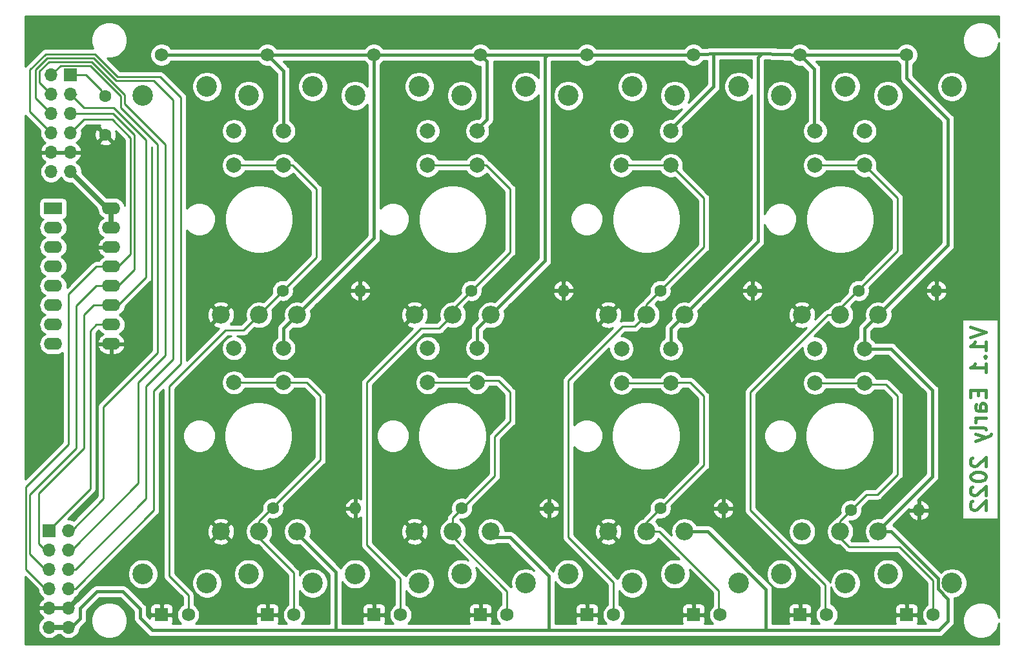
<source format=gbr>
G04 #@! TF.GenerationSoftware,KiCad,Pcbnew,5.1.5+dfsg1-2build2*
G04 #@! TF.CreationDate,2022-10-18T14:32:14+02:00*
G04 #@! TF.ProjectId,controllerBoard,636f6e74-726f-46c6-9c65-72426f617264,rev?*
G04 #@! TF.SameCoordinates,Original*
G04 #@! TF.FileFunction,Copper,L2,Bot*
G04 #@! TF.FilePolarity,Positive*
%FSLAX46Y46*%
G04 Gerber Fmt 4.6, Leading zero omitted, Abs format (unit mm)*
G04 Created by KiCad (PCBNEW 5.1.5+dfsg1-2build2) date 2022-10-18 14:32:14*
%MOMM*%
%LPD*%
G04 APERTURE LIST*
%ADD10C,0.400000*%
%ADD11R,1.700000X1.700000*%
%ADD12O,1.700000X1.700000*%
%ADD13R,1.750000X1.750000*%
%ADD14C,1.750000*%
%ADD15C,2.700000*%
%ADD16O,1.600000X1.600000*%
%ADD17C,1.600000*%
%ADD18C,2.000000*%
%ADD19C,2.340000*%
%ADD20R,2.400000X1.600000*%
%ADD21O,2.400000X1.600000*%
%ADD22C,0.250000*%
%ADD23C,0.450000*%
%ADD24C,0.650000*%
%ADD25C,0.254000*%
G04 APERTURE END LIST*
D10*
X167052761Y-58770761D02*
X169052761Y-59437428D01*
X167052761Y-60104095D01*
X169052761Y-61818380D02*
X169052761Y-60675523D01*
X169052761Y-61246952D02*
X167052761Y-61246952D01*
X167338476Y-61056476D01*
X167528952Y-60866000D01*
X167624190Y-60675523D01*
X168862285Y-62675523D02*
X168957523Y-62770761D01*
X169052761Y-62675523D01*
X168957523Y-62580285D01*
X168862285Y-62675523D01*
X169052761Y-62675523D01*
X169052761Y-64675523D02*
X169052761Y-63532666D01*
X169052761Y-64104095D02*
X167052761Y-64104095D01*
X167338476Y-63913619D01*
X167528952Y-63723142D01*
X167624190Y-63532666D01*
X168005142Y-67056476D02*
X168005142Y-67723142D01*
X169052761Y-68008857D02*
X169052761Y-67056476D01*
X167052761Y-67056476D01*
X167052761Y-68008857D01*
X169052761Y-69723142D02*
X168005142Y-69723142D01*
X167814666Y-69627904D01*
X167719428Y-69437428D01*
X167719428Y-69056476D01*
X167814666Y-68866000D01*
X168957523Y-69723142D02*
X169052761Y-69532666D01*
X169052761Y-69056476D01*
X168957523Y-68866000D01*
X168767047Y-68770761D01*
X168576571Y-68770761D01*
X168386095Y-68866000D01*
X168290857Y-69056476D01*
X168290857Y-69532666D01*
X168195619Y-69723142D01*
X169052761Y-70675523D02*
X167719428Y-70675523D01*
X168100380Y-70675523D02*
X167909904Y-70770761D01*
X167814666Y-70866000D01*
X167719428Y-71056476D01*
X167719428Y-71246952D01*
X169052761Y-72199333D02*
X168957523Y-72008857D01*
X168767047Y-71913619D01*
X167052761Y-71913619D01*
X167719428Y-72770761D02*
X169052761Y-73246952D01*
X167719428Y-73723142D02*
X169052761Y-73246952D01*
X169528952Y-73056476D01*
X169624190Y-72961238D01*
X169719428Y-72770761D01*
X167243238Y-75913619D02*
X167148000Y-76008857D01*
X167052761Y-76199333D01*
X167052761Y-76675523D01*
X167148000Y-76866000D01*
X167243238Y-76961238D01*
X167433714Y-77056476D01*
X167624190Y-77056476D01*
X167909904Y-76961238D01*
X169052761Y-75818380D01*
X169052761Y-77056476D01*
X167052761Y-78294571D02*
X167052761Y-78485047D01*
X167148000Y-78675523D01*
X167243238Y-78770761D01*
X167433714Y-78866000D01*
X167814666Y-78961238D01*
X168290857Y-78961238D01*
X168671809Y-78866000D01*
X168862285Y-78770761D01*
X168957523Y-78675523D01*
X169052761Y-78485047D01*
X169052761Y-78294571D01*
X168957523Y-78104095D01*
X168862285Y-78008857D01*
X168671809Y-77913619D01*
X168290857Y-77818380D01*
X167814666Y-77818380D01*
X167433714Y-77913619D01*
X167243238Y-78008857D01*
X167148000Y-78104095D01*
X167052761Y-78294571D01*
X167243238Y-79723142D02*
X167148000Y-79818380D01*
X167052761Y-80008857D01*
X167052761Y-80485047D01*
X167148000Y-80675523D01*
X167243238Y-80770761D01*
X167433714Y-80866000D01*
X167624190Y-80866000D01*
X167909904Y-80770761D01*
X169052761Y-79627904D01*
X169052761Y-80866000D01*
X167243238Y-81627904D02*
X167148000Y-81723142D01*
X167052761Y-81913619D01*
X167052761Y-82389809D01*
X167148000Y-82580285D01*
X167243238Y-82675523D01*
X167433714Y-82770761D01*
X167624190Y-82770761D01*
X167909904Y-82675523D01*
X169052761Y-81532666D01*
X169052761Y-82770761D01*
D11*
X49022000Y-25654000D03*
D12*
X46482000Y-25654000D03*
X49022000Y-28194000D03*
X46482000Y-28194000D03*
X49022000Y-30734000D03*
X46482000Y-30734000D03*
X49022000Y-33274000D03*
X46482000Y-33274000D03*
X49022000Y-35814000D03*
X46482000Y-35814000D03*
X49022000Y-38354000D03*
X46482000Y-38354000D03*
D13*
X116750000Y-96520000D03*
D14*
X120250000Y-96520000D03*
X116750000Y-23020000D03*
D15*
X114300000Y-91170000D03*
X114300000Y-28370000D03*
X122700000Y-92370000D03*
X122700000Y-27170000D03*
D13*
X102780000Y-96520000D03*
D14*
X106280000Y-96520000D03*
X102780000Y-23020000D03*
D15*
X100330000Y-91170000D03*
X100330000Y-28370000D03*
X108730000Y-92370000D03*
X108730000Y-27170000D03*
D13*
X74840000Y-96520000D03*
D14*
X78340000Y-96520000D03*
X74840000Y-23020000D03*
D15*
X72390000Y-91170000D03*
X72390000Y-28370000D03*
X80790000Y-92370000D03*
X80790000Y-27170000D03*
D13*
X88810000Y-96520000D03*
D14*
X92310000Y-96520000D03*
X88810000Y-23020000D03*
D15*
X86360000Y-91170000D03*
X86360000Y-28370000D03*
X94760000Y-92370000D03*
X94760000Y-27170000D03*
D13*
X144690000Y-96520000D03*
D14*
X148190000Y-96520000D03*
X144690000Y-23020000D03*
D15*
X142240000Y-91170000D03*
X142240000Y-28370000D03*
X150640000Y-92370000D03*
X150640000Y-27170000D03*
D13*
X130720000Y-96520000D03*
D14*
X134220000Y-96520000D03*
X130720000Y-23020000D03*
D15*
X128270000Y-91170000D03*
X128270000Y-28370000D03*
X136670000Y-92370000D03*
X136670000Y-27170000D03*
D13*
X158660000Y-96520000D03*
D14*
X162160000Y-96520000D03*
X158660000Y-23020000D03*
D15*
X156210000Y-91170000D03*
X156210000Y-28370000D03*
X164610000Y-92370000D03*
X164610000Y-27170000D03*
D16*
X138430000Y-53975000D03*
D17*
X126365000Y-53975000D03*
D16*
X160274000Y-82804000D03*
D17*
X151384000Y-82804000D03*
D16*
X134620000Y-82550000D03*
D17*
X126365000Y-82550000D03*
D16*
X111760000Y-82550000D03*
D17*
X100330000Y-82550000D03*
D16*
X86360000Y-82550000D03*
D17*
X75565000Y-82550000D03*
D16*
X162560000Y-53975000D03*
D17*
X152400000Y-53975000D03*
D16*
X113665000Y-53975000D03*
D17*
X101600000Y-53975000D03*
D16*
X86995000Y-53975000D03*
D17*
X76835000Y-53975000D03*
D18*
X153162000Y-61595000D03*
X153162000Y-66095000D03*
X146662000Y-61595000D03*
X146662000Y-66095000D03*
X127785000Y-61595000D03*
X127785000Y-66095000D03*
X121285000Y-61595000D03*
X121285000Y-66095000D03*
X102362000Y-61540000D03*
X102362000Y-66040000D03*
X95862000Y-61540000D03*
X95862000Y-66040000D03*
X76962000Y-61540000D03*
X76962000Y-66040000D03*
X70462000Y-61540000D03*
X70462000Y-66040000D03*
D19*
X104140000Y-57150000D03*
X99140000Y-57150000D03*
X94140000Y-57150000D03*
X78740000Y-57150000D03*
X73740000Y-57150000D03*
X68740000Y-57150000D03*
D18*
X146662000Y-37520000D03*
X146662000Y-33020000D03*
X153162000Y-37520000D03*
X153162000Y-33020000D03*
X127762000Y-33020000D03*
X127762000Y-37520000D03*
X121262000Y-33020000D03*
X121262000Y-37520000D03*
X102362000Y-33020000D03*
X102362000Y-37520000D03*
X95862000Y-33020000D03*
X95862000Y-37520000D03*
X76962000Y-33020000D03*
X76962000Y-37520000D03*
X70462000Y-33020000D03*
X70462000Y-37520000D03*
D19*
X119540000Y-85598000D03*
X124540000Y-85598000D03*
X129540000Y-85598000D03*
X104140000Y-85598000D03*
X99140000Y-85598000D03*
X94140000Y-85598000D03*
X78740000Y-85598000D03*
X73740000Y-85598000D03*
X68740000Y-85598000D03*
X154940000Y-85598000D03*
X149940000Y-85598000D03*
X144940000Y-85598000D03*
X154940000Y-57150000D03*
X149940000Y-57150000D03*
X144940000Y-57150000D03*
X129540000Y-57150000D03*
X124540000Y-57150000D03*
X119540000Y-57150000D03*
D13*
X60960000Y-96520000D03*
D14*
X64460000Y-96520000D03*
X60960000Y-23020000D03*
D15*
X58510000Y-91170000D03*
X58510000Y-28370000D03*
X66910000Y-92370000D03*
X66910000Y-27170000D03*
D17*
X53594000Y-28448000D03*
X53594000Y-33528000D03*
D20*
X46736000Y-43180000D03*
D21*
X54356000Y-60960000D03*
X46736000Y-45720000D03*
X54356000Y-58420000D03*
X46736000Y-48260000D03*
X54356000Y-55880000D03*
X46736000Y-50800000D03*
X54356000Y-53340000D03*
X46736000Y-53340000D03*
X54356000Y-50800000D03*
X46736000Y-55880000D03*
X54356000Y-48260000D03*
X46736000Y-58420000D03*
X54356000Y-45720000D03*
X46736000Y-60960000D03*
X54356000Y-43180000D03*
D11*
X46228000Y-85471000D03*
D12*
X48768000Y-85471000D03*
X46228000Y-88011000D03*
X48768000Y-88011000D03*
X46228000Y-90551000D03*
X48768000Y-90551000D03*
X46228000Y-93091000D03*
X48768000Y-93091000D03*
X46228000Y-95631000D03*
X48768000Y-95631000D03*
X46228000Y-98171000D03*
X48768000Y-98171000D03*
D22*
X53086000Y-27686000D02*
X53086000Y-28448000D01*
X51054000Y-25654000D02*
X53086000Y-27686000D01*
X49022000Y-25654000D02*
X51054000Y-25654000D01*
X52398000Y-58420000D02*
X53848000Y-58420000D01*
X51606999Y-59211001D02*
X52398000Y-58420000D01*
X46101000Y-85471000D02*
X51606999Y-79965001D01*
X51606999Y-79965001D02*
X51606999Y-59211001D01*
X45720000Y-85471000D02*
X46101000Y-85471000D01*
D23*
X76350000Y-24530000D02*
X74840000Y-23020000D01*
X88810000Y-23020000D02*
X74840000Y-23020000D01*
X102780000Y-23020000D02*
X88810000Y-23020000D01*
X74840000Y-23020000D02*
X60960000Y-23020000D01*
X102780000Y-23020000D02*
X104017436Y-23020000D01*
X116750000Y-23020000D02*
X130720000Y-23020000D01*
X145927436Y-23020000D02*
X158660000Y-23020000D01*
X144690000Y-23020000D02*
X145927436Y-23020000D01*
X133350000Y-22860000D02*
X130720000Y-23020000D01*
X139700000Y-22860000D02*
X133350000Y-22860000D01*
X144690000Y-23020000D02*
X139700000Y-22860000D01*
X111600000Y-23020000D02*
X116750000Y-23020000D01*
X104017436Y-23020000D02*
X111600000Y-23020000D01*
X139192000Y-23368000D02*
X139700000Y-22860000D01*
X139192000Y-47498000D02*
X139192000Y-23368000D01*
X129540000Y-57150000D02*
X139192000Y-47498000D01*
X111252000Y-23368000D02*
X111600000Y-23020000D01*
X111252000Y-50038000D02*
X111252000Y-23368000D01*
X104140000Y-57150000D02*
X111252000Y-50038000D01*
X88810000Y-47080000D02*
X78740000Y-57150000D01*
X88810000Y-23020000D02*
X88810000Y-47080000D01*
X97028000Y-98552000D02*
X99060000Y-98552000D01*
X139163499Y-98552000D02*
X140208000Y-98552000D01*
X76962000Y-25142000D02*
X76350000Y-24530000D01*
X76962000Y-33020000D02*
X76962000Y-25142000D01*
X103654999Y-31489002D02*
X102124001Y-33020000D01*
X103654999Y-23894999D02*
X103654999Y-31489002D01*
X102780000Y-23020000D02*
X103654999Y-23894999D01*
X133350000Y-25650000D02*
X133350000Y-22860000D01*
X133350000Y-27178000D02*
X133350000Y-25650000D01*
X127508000Y-33020000D02*
X133350000Y-27178000D01*
X152296000Y-33274000D02*
X152550000Y-33020000D01*
X146558000Y-24888000D02*
X146558000Y-33274000D01*
X144690000Y-23020000D02*
X146558000Y-24888000D01*
X70462000Y-61540000D02*
X70517000Y-61595000D01*
X83820000Y-98552000D02*
X83820000Y-90932000D01*
X83820000Y-98552000D02*
X97028000Y-98552000D01*
X83820000Y-90932000D02*
X78740000Y-85852000D01*
X99060000Y-98552000D02*
X111760000Y-98552000D01*
X111760000Y-98552000D02*
X140208000Y-98552000D01*
X127785000Y-58905000D02*
X129540000Y-57150000D01*
X127785000Y-61595000D02*
X127785000Y-58905000D01*
X153162000Y-58928000D02*
X154940000Y-57150000D01*
X153162000Y-61595000D02*
X153162000Y-58928000D01*
X102362000Y-58928000D02*
X104140000Y-57150000D01*
X102362000Y-61540000D02*
X102362000Y-58928000D01*
X76962000Y-58928000D02*
X78740000Y-57150000D01*
X76962000Y-61540000D02*
X76962000Y-58928000D01*
X158660000Y-26072000D02*
X158660000Y-23020000D01*
X164084000Y-31496000D02*
X158660000Y-26072000D01*
X164084000Y-48006000D02*
X164084000Y-31496000D01*
X154940000Y-57150000D02*
X164084000Y-48006000D01*
X140208000Y-93206998D02*
X140208000Y-98552000D01*
X132599002Y-85598000D02*
X140208000Y-93206998D01*
X129540000Y-85598000D02*
X132599002Y-85598000D01*
X130148001Y-84989999D02*
X129540000Y-85598000D01*
X162052000Y-67056000D02*
X156591000Y-61595000D01*
X162052000Y-78362629D02*
X162052000Y-67056000D01*
X154576213Y-61595000D02*
X153162000Y-61595000D01*
X154940000Y-85598000D02*
X154940000Y-85474629D01*
X156591000Y-61595000D02*
X154576213Y-61595000D01*
X154940000Y-85474629D02*
X162052000Y-78362629D01*
X106685501Y-86360000D02*
X104902000Y-86360000D01*
X104902000Y-86360000D02*
X104140000Y-85598000D01*
X111760000Y-91434499D02*
X106685501Y-86360000D01*
X111760000Y-98552000D02*
X111760000Y-91434499D01*
X164084000Y-94480519D02*
X162760011Y-93156530D01*
X140208000Y-98552000D02*
X162894001Y-98552000D01*
X164084000Y-97362001D02*
X164084000Y-94480519D01*
X156594629Y-85598000D02*
X154940000Y-85598000D01*
X162894001Y-98552000D02*
X164084000Y-97362001D01*
X162760011Y-93156530D02*
X162760011Y-91763382D01*
X162760011Y-91763382D02*
X156594629Y-85598000D01*
D24*
X45720000Y-98171000D02*
X48260000Y-98171000D01*
D23*
X48387000Y-98044000D02*
X48260000Y-98171000D01*
X50292000Y-97028000D02*
X49276000Y-98044000D01*
X55880000Y-93472000D02*
X52451000Y-93472000D01*
X49276000Y-98044000D02*
X48387000Y-98044000D01*
X58166000Y-96964500D02*
X58166000Y-95758000D01*
X50292000Y-95631000D02*
X50292000Y-97028000D01*
X59753500Y-98552000D02*
X58166000Y-96964500D01*
X52451000Y-93472000D02*
X50292000Y-95631000D01*
X58166000Y-95758000D02*
X55880000Y-93472000D01*
X83820000Y-98552000D02*
X59753500Y-98552000D01*
D24*
X54356000Y-43688000D02*
X49022000Y-38354000D01*
X54356000Y-45212000D02*
X54356000Y-43688000D01*
X53848000Y-45720000D02*
X54356000Y-45212000D01*
X48768000Y-95631000D02*
X49784000Y-94615000D01*
D22*
X52228334Y-22928968D02*
X55207365Y-25907999D01*
X63500000Y-28602439D02*
X63500000Y-63563500D01*
X43688000Y-30480000D02*
X43688000Y-25001756D01*
X43688000Y-25001756D02*
X45760787Y-22928969D01*
X45760787Y-22928969D02*
X52228334Y-22928968D01*
X46482000Y-33274000D02*
X43688000Y-30480000D01*
X59944000Y-67119500D02*
X59944000Y-82804000D01*
X55207365Y-25907999D02*
X60805561Y-25908000D01*
X59944000Y-82804000D02*
X49657000Y-93091000D01*
X49657000Y-93091000D02*
X48260000Y-93091000D01*
X63500000Y-63563500D02*
X59944000Y-67119500D01*
X60805561Y-25908000D02*
X63500000Y-28602439D01*
X44870001Y-92241001D02*
X45720000Y-93091000D01*
X43195980Y-79740020D02*
X43195980Y-90566980D01*
X43195980Y-90566980D02*
X44870001Y-92241001D01*
X48768000Y-54430000D02*
X48768000Y-74168000D01*
X52398000Y-50800000D02*
X48768000Y-54430000D01*
X55298000Y-50800000D02*
X52398000Y-50800000D01*
X48768000Y-74168000D02*
X43195980Y-79740020D01*
X56896000Y-49202000D02*
X55298000Y-50800000D01*
X56896000Y-33909000D02*
X56896000Y-49202000D01*
X54483000Y-31496000D02*
X56896000Y-33909000D01*
X50800000Y-31496000D02*
X54483000Y-31496000D01*
X49022000Y-33274000D02*
X50800000Y-31496000D01*
X45632001Y-27344001D02*
X46482000Y-28194000D01*
X44958000Y-26670000D02*
X45632001Y-27344001D01*
X44958000Y-25146000D02*
X44958000Y-26670000D01*
X56126011Y-29456011D02*
X56126011Y-28240889D01*
X61468000Y-34798000D02*
X56126011Y-29456011D01*
X61468000Y-62484000D02*
X61468000Y-34798000D01*
X57912000Y-66040000D02*
X61468000Y-62484000D01*
X46175011Y-23928989D02*
X44958000Y-25146000D01*
X57912000Y-79248000D02*
X57912000Y-66040000D01*
X56126011Y-28240889D02*
X51814110Y-23928988D01*
X49149000Y-88011000D02*
X57912000Y-79248000D01*
X51814110Y-23928988D02*
X46175011Y-23928989D01*
X48260000Y-88011000D02*
X49149000Y-88011000D01*
X49784000Y-28194000D02*
X49022000Y-28194000D01*
X44870001Y-87161001D02*
X45720000Y-88011000D01*
X44870001Y-80605999D02*
X44870001Y-87161001D01*
X50800000Y-57150000D02*
X50800000Y-74676000D01*
X52070000Y-55880000D02*
X50800000Y-57150000D01*
X55298000Y-55880000D02*
X52070000Y-55880000D01*
X58928000Y-52250000D02*
X55298000Y-55880000D01*
X58928000Y-34190439D02*
X58928000Y-52250000D01*
X50800000Y-74676000D02*
X44870001Y-80605999D01*
X54709561Y-29972000D02*
X58928000Y-34190439D01*
X50800000Y-29972000D02*
X54709561Y-29972000D01*
X49022000Y-28194000D02*
X50800000Y-29972000D01*
X53340000Y-69215000D02*
X53340000Y-81280000D01*
X49149000Y-85471000D02*
X48260000Y-85471000D01*
X53340000Y-81280000D02*
X49149000Y-85471000D01*
X60452000Y-62103000D02*
X53340000Y-69215000D01*
X60452000Y-34798000D02*
X60452000Y-62103000D01*
X55626000Y-29972000D02*
X60452000Y-34798000D01*
X55626000Y-28448000D02*
X55626000Y-29972000D01*
X51606999Y-24428999D02*
X55626000Y-28448000D01*
X47707001Y-24428999D02*
X51606999Y-24428999D01*
X46482000Y-25654000D02*
X47707001Y-24428999D01*
X70612000Y-37520000D02*
X77112000Y-37520000D01*
X61976000Y-91440000D02*
X64460000Y-93924000D01*
X61976000Y-66548000D02*
X61976000Y-91440000D01*
X69342000Y-59182000D02*
X61976000Y-66548000D01*
X71708000Y-59182000D02*
X69342000Y-59182000D01*
X64460000Y-95282564D02*
X64460000Y-96520000D01*
X64460000Y-93924000D02*
X64460000Y-95282564D01*
X73740000Y-57150000D02*
X71708000Y-59182000D01*
X81280000Y-49610000D02*
X73740000Y-57150000D01*
X81280000Y-40640000D02*
X81280000Y-49610000D01*
X78160000Y-37520000D02*
X81280000Y-40640000D01*
X76350000Y-37520000D02*
X78160000Y-37520000D01*
X76708000Y-66040000D02*
X70208000Y-66040000D01*
X80010000Y-66040000D02*
X76962000Y-66040000D01*
X81788000Y-76200000D02*
X81788000Y-67818000D01*
X73740000Y-84248000D02*
X81788000Y-76200000D01*
X81788000Y-67818000D02*
X80010000Y-66040000D01*
X73740000Y-86440000D02*
X73740000Y-84248000D01*
X78340000Y-91040000D02*
X73740000Y-86440000D01*
X78340000Y-96520000D02*
X78340000Y-91040000D01*
X103560000Y-37520000D02*
X101750000Y-37520000D01*
X106680000Y-40640000D02*
X103560000Y-37520000D01*
X106680000Y-48895000D02*
X106680000Y-40640000D01*
X101750000Y-37520000D02*
X95250000Y-37520000D01*
X99140000Y-56435000D02*
X106680000Y-48895000D01*
X99140000Y-57150000D02*
X99140000Y-56435000D01*
X97362000Y-58928000D02*
X99140000Y-57150000D01*
X94996000Y-58928000D02*
X97362000Y-58928000D01*
X87884000Y-66040000D02*
X94996000Y-58928000D01*
X87884000Y-87376000D02*
X87884000Y-66040000D01*
X92310000Y-91802000D02*
X87884000Y-87376000D01*
X92310000Y-96520000D02*
X92310000Y-91802000D01*
X95862000Y-66040000D02*
X102362000Y-66040000D01*
X99140000Y-86280000D02*
X106280000Y-93420000D01*
X106280000Y-93420000D02*
X106280000Y-96520000D01*
X99140000Y-83820000D02*
X99140000Y-86280000D01*
X105156000Y-65786000D02*
X106680000Y-67310000D01*
X102616000Y-65786000D02*
X105156000Y-65786000D01*
X102362000Y-66040000D02*
X102616000Y-65786000D01*
X106680000Y-71120000D02*
X106680000Y-67310000D01*
X104648000Y-73152000D02*
X106680000Y-71120000D01*
X104648000Y-78312000D02*
X104648000Y-73152000D01*
X99140000Y-83820000D02*
X104648000Y-78312000D01*
X121262000Y-37520000D02*
X127762000Y-37520000D01*
X132080000Y-41838000D02*
X127762000Y-37520000D01*
X132080000Y-48260000D02*
X132080000Y-41838000D01*
X124540000Y-55800000D02*
X132080000Y-48260000D01*
X124540000Y-57150000D02*
X124540000Y-55800000D01*
X120250000Y-95282564D02*
X120250000Y-96520000D01*
X120250000Y-92310000D02*
X120250000Y-95282564D01*
X114300000Y-65784499D02*
X114300000Y-86360000D01*
X121389498Y-58695001D02*
X114300000Y-65784499D01*
X122994999Y-58695001D02*
X121389498Y-58695001D01*
X114300000Y-86360000D02*
X120250000Y-92310000D01*
X124540000Y-57150000D02*
X122994999Y-58695001D01*
X121285000Y-66095000D02*
X127785000Y-66095000D01*
X124540000Y-84415000D02*
X124540000Y-85598000D01*
X132080000Y-76875000D02*
X124540000Y-84415000D01*
X130302000Y-66040000D02*
X132080000Y-67818000D01*
X132080000Y-67818000D02*
X132080000Y-76875000D01*
X127840000Y-66040000D02*
X130302000Y-66040000D01*
X127785000Y-66095000D02*
X127840000Y-66040000D01*
X133985000Y-96285000D02*
X134220000Y-96520000D01*
X133985000Y-93345000D02*
X133985000Y-96285000D01*
X126238000Y-85598000D02*
X133985000Y-93345000D01*
X124540000Y-85598000D02*
X126238000Y-85598000D01*
X153162000Y-37520000D02*
X157480000Y-41838000D01*
X153162000Y-37520000D02*
X146662000Y-37520000D01*
X148285371Y-57150000D02*
X149940000Y-57150000D01*
X138176000Y-67259371D02*
X148285371Y-57150000D01*
X138176000Y-82804000D02*
X138176000Y-67259371D01*
X147955000Y-92583000D02*
X138176000Y-82804000D01*
X147955000Y-96285000D02*
X147955000Y-92583000D01*
X148190000Y-96520000D02*
X147955000Y-96285000D01*
X157480000Y-46228000D02*
X157480000Y-41910000D01*
X157480000Y-48768000D02*
X157480000Y-46228000D01*
X149940000Y-56308000D02*
X157480000Y-48768000D01*
X149940000Y-57150000D02*
X149940000Y-56308000D01*
X146662000Y-66095000D02*
X153162000Y-66095000D01*
X153361000Y-66294000D02*
X153162000Y-66095000D01*
X154813000Y-80772000D02*
X157480000Y-78105000D01*
X153416000Y-80772000D02*
X154813000Y-80772000D01*
X149940000Y-84248000D02*
X153416000Y-80772000D01*
X149940000Y-86440000D02*
X149940000Y-84248000D01*
X155956000Y-66294000D02*
X153361000Y-66294000D01*
X157480000Y-67818000D02*
X155956000Y-66294000D01*
X157480000Y-78105000D02*
X157480000Y-67818000D01*
X151130000Y-87630000D02*
X149940000Y-86440000D01*
X157734000Y-87630000D02*
X151130000Y-87630000D01*
X162160000Y-92056000D02*
X157734000Y-87630000D01*
X162160000Y-96520000D02*
X162160000Y-92056000D01*
X43695990Y-88526990D02*
X44870001Y-89701001D01*
X43695990Y-80764010D02*
X43695990Y-88526990D01*
X55298000Y-53340000D02*
X52398000Y-53340000D01*
X54610000Y-30734000D02*
X57404000Y-33528000D01*
X49022000Y-30734000D02*
X54610000Y-30734000D01*
X57404000Y-33528000D02*
X57404000Y-51234000D01*
X52398000Y-53340000D02*
X49784000Y-55954000D01*
X57404000Y-51234000D02*
X55298000Y-53340000D01*
X49784000Y-74676000D02*
X43695990Y-80764010D01*
X49784000Y-55954000D02*
X49784000Y-74676000D01*
X44870001Y-89701001D02*
X45720000Y-90551000D01*
X58928000Y-66548000D02*
X58928000Y-81280000D01*
X49657000Y-90551000D02*
X48260000Y-90551000D01*
X62484000Y-28956000D02*
X62484000Y-62992000D01*
X62484000Y-62992000D02*
X58928000Y-66548000D01*
X44450000Y-28702000D02*
X44450000Y-24946878D01*
X55000254Y-26408010D02*
X59936010Y-26408010D01*
X59936010Y-26408010D02*
X62484000Y-28956000D01*
X44450000Y-24946878D02*
X45967901Y-23428979D01*
X45967901Y-23428979D02*
X52021222Y-23428978D01*
X52021222Y-23428978D02*
X55000254Y-26408010D01*
X46482000Y-30734000D02*
X44450000Y-28702000D01*
X58928000Y-81280000D02*
X49657000Y-90551000D01*
D25*
G36*
X170765000Y-20736496D02*
G01*
X170695346Y-20386321D01*
X170515560Y-19952279D01*
X170254550Y-19561651D01*
X169922349Y-19229450D01*
X169531721Y-18968440D01*
X169097679Y-18788654D01*
X168636902Y-18697000D01*
X168167098Y-18697000D01*
X167706321Y-18788654D01*
X167272279Y-18968440D01*
X166881651Y-19229450D01*
X166549450Y-19561651D01*
X166288440Y-19952279D01*
X166108654Y-20386321D01*
X166017000Y-20847098D01*
X166017000Y-21316902D01*
X166108654Y-21777679D01*
X166288440Y-22211721D01*
X166549450Y-22602349D01*
X166881651Y-22934550D01*
X167272279Y-23195560D01*
X167706321Y-23375346D01*
X168167098Y-23467000D01*
X168636902Y-23467000D01*
X169097679Y-23375346D01*
X169531721Y-23195560D01*
X169922349Y-22934550D01*
X170254550Y-22602349D01*
X170515560Y-22211721D01*
X170695346Y-21777679D01*
X170765000Y-21427504D01*
X170765001Y-96936501D01*
X170695346Y-96586321D01*
X170515560Y-96152279D01*
X170254550Y-95761651D01*
X169922349Y-95429450D01*
X169531721Y-95168440D01*
X169097679Y-94988654D01*
X168636902Y-94897000D01*
X168167098Y-94897000D01*
X167706321Y-94988654D01*
X167272279Y-95168440D01*
X166881651Y-95429450D01*
X166549450Y-95761651D01*
X166288440Y-96152279D01*
X166108654Y-96586321D01*
X166017000Y-97047098D01*
X166017000Y-97516902D01*
X166108654Y-97977679D01*
X166288440Y-98411721D01*
X166549450Y-98802349D01*
X166881651Y-99134550D01*
X167272279Y-99395560D01*
X167706321Y-99575346D01*
X168167098Y-99667000D01*
X168636902Y-99667000D01*
X169097679Y-99575346D01*
X169531721Y-99395560D01*
X169922349Y-99134550D01*
X170254550Y-98802349D01*
X170515560Y-98411721D01*
X170695346Y-97977679D01*
X170765001Y-97627499D01*
X170765001Y-100407000D01*
X43103000Y-100407000D01*
X43103000Y-91548801D01*
X44358998Y-92804800D01*
X44359003Y-92804804D01*
X44743000Y-93188801D01*
X44743000Y-93237260D01*
X44800068Y-93524158D01*
X44912010Y-93794411D01*
X45074525Y-94037632D01*
X45281368Y-94244475D01*
X45463534Y-94366195D01*
X45346645Y-94435822D01*
X45130412Y-94630731D01*
X44956359Y-94864080D01*
X44831175Y-95126901D01*
X44786524Y-95274110D01*
X44907845Y-95504000D01*
X46101000Y-95504000D01*
X46101000Y-95484000D01*
X46355000Y-95484000D01*
X46355000Y-95504000D01*
X48641000Y-95504000D01*
X48641000Y-95484000D01*
X48895000Y-95484000D01*
X48895000Y-95504000D01*
X48915000Y-95504000D01*
X48915000Y-95758000D01*
X48895000Y-95758000D01*
X48895000Y-95778000D01*
X48641000Y-95778000D01*
X48641000Y-95758000D01*
X46355000Y-95758000D01*
X46355000Y-95778000D01*
X46101000Y-95778000D01*
X46101000Y-95758000D01*
X44907845Y-95758000D01*
X44786524Y-95987890D01*
X44831175Y-96135099D01*
X44956359Y-96397920D01*
X45130412Y-96631269D01*
X45346645Y-96826178D01*
X45463534Y-96895805D01*
X45281368Y-97017525D01*
X45074525Y-97224368D01*
X44912010Y-97467589D01*
X44800068Y-97737842D01*
X44743000Y-98024740D01*
X44743000Y-98317260D01*
X44800068Y-98604158D01*
X44912010Y-98874411D01*
X45074525Y-99117632D01*
X45281368Y-99324475D01*
X45524589Y-99486990D01*
X45794842Y-99598932D01*
X46081740Y-99656000D01*
X46374260Y-99656000D01*
X46661158Y-99598932D01*
X46931411Y-99486990D01*
X47174632Y-99324475D01*
X47368107Y-99131000D01*
X47627893Y-99131000D01*
X47821368Y-99324475D01*
X48064589Y-99486990D01*
X48334842Y-99598932D01*
X48621740Y-99656000D01*
X48914260Y-99656000D01*
X49201158Y-99598932D01*
X49471411Y-99486990D01*
X49714632Y-99324475D01*
X49921475Y-99117632D01*
X50083990Y-98874411D01*
X50195932Y-98604158D01*
X50253000Y-98317260D01*
X50253000Y-98283223D01*
X50870240Y-97665984D01*
X50903054Y-97639054D01*
X51010524Y-97508102D01*
X51090381Y-97358700D01*
X51130971Y-97224890D01*
X51139556Y-97196590D01*
X51145810Y-97133088D01*
X51152000Y-97070246D01*
X51152000Y-97070239D01*
X51154279Y-97047098D01*
X51717000Y-97047098D01*
X51717000Y-97516902D01*
X51808654Y-97977679D01*
X51988440Y-98411721D01*
X52249450Y-98802349D01*
X52581651Y-99134550D01*
X52972279Y-99395560D01*
X53406321Y-99575346D01*
X53867098Y-99667000D01*
X54336902Y-99667000D01*
X54797679Y-99575346D01*
X55231721Y-99395560D01*
X55622349Y-99134550D01*
X55954550Y-98802349D01*
X56215560Y-98411721D01*
X56395346Y-97977679D01*
X56487000Y-97516902D01*
X56487000Y-97047098D01*
X56395346Y-96586321D01*
X56215560Y-96152279D01*
X55954550Y-95761651D01*
X55622349Y-95429450D01*
X55231721Y-95168440D01*
X54797679Y-94988654D01*
X54336902Y-94897000D01*
X53867098Y-94897000D01*
X53406321Y-94988654D01*
X52972279Y-95168440D01*
X52581651Y-95429450D01*
X52249450Y-95761651D01*
X51988440Y-96152279D01*
X51808654Y-96586321D01*
X51717000Y-97047098D01*
X51154279Y-97047098D01*
X51156160Y-97028000D01*
X51152000Y-96985761D01*
X51152000Y-95987223D01*
X52807224Y-94332000D01*
X55523777Y-94332000D01*
X57306001Y-96114225D01*
X57306000Y-96922261D01*
X57301840Y-96964500D01*
X57306000Y-97006739D01*
X57306000Y-97006745D01*
X57316755Y-97115941D01*
X57318444Y-97133089D01*
X57325083Y-97154974D01*
X57367619Y-97295199D01*
X57447476Y-97444601D01*
X57554946Y-97575554D01*
X57587765Y-97602488D01*
X59115517Y-99130241D01*
X59142446Y-99163054D01*
X59273398Y-99270524D01*
X59422800Y-99350381D01*
X59535735Y-99384639D01*
X59584910Y-99399556D01*
X59602058Y-99401245D01*
X59711254Y-99412000D01*
X59711260Y-99412000D01*
X59753499Y-99416160D01*
X59795738Y-99412000D01*
X83777754Y-99412000D01*
X83820000Y-99416161D01*
X83862246Y-99412000D01*
X111717754Y-99412000D01*
X111760000Y-99416161D01*
X111802246Y-99412000D01*
X140165754Y-99412000D01*
X140208000Y-99416161D01*
X140250246Y-99412000D01*
X162851762Y-99412000D01*
X162894001Y-99416160D01*
X162936240Y-99412000D01*
X162936247Y-99412000D01*
X163062590Y-99399556D01*
X163224701Y-99350381D01*
X163374103Y-99270524D01*
X163505055Y-99163054D01*
X163531989Y-99130235D01*
X164662242Y-97999983D01*
X164695054Y-97973055D01*
X164802524Y-97842103D01*
X164858253Y-97737842D01*
X164882381Y-97692702D01*
X164931556Y-97530591D01*
X164948161Y-97362001D01*
X164944000Y-97319755D01*
X164944000Y-94522757D01*
X164948160Y-94480518D01*
X164944000Y-94438279D01*
X164944000Y-94438273D01*
X164933295Y-94329581D01*
X165189003Y-94278718D01*
X165550250Y-94129085D01*
X165875364Y-93911851D01*
X166151851Y-93635364D01*
X166369085Y-93310250D01*
X166518718Y-92949003D01*
X166595000Y-92565505D01*
X166595000Y-92174495D01*
X166518718Y-91790997D01*
X166369085Y-91429750D01*
X166151851Y-91104636D01*
X165875364Y-90828149D01*
X165550250Y-90610915D01*
X165189003Y-90461282D01*
X164805505Y-90385000D01*
X164414495Y-90385000D01*
X164030997Y-90461282D01*
X163669750Y-90610915D01*
X163344636Y-90828149D01*
X163192819Y-90979966D01*
X157232617Y-85019765D01*
X157205683Y-84986946D01*
X157074731Y-84879476D01*
X156925329Y-84799619D01*
X156853133Y-84777719D01*
X158477813Y-83153039D01*
X158882096Y-83153039D01*
X158922754Y-83287087D01*
X159042963Y-83541420D01*
X159210481Y-83767414D01*
X159418869Y-83956385D01*
X159660119Y-84101070D01*
X159924960Y-84195909D01*
X160147000Y-84074624D01*
X160147000Y-82931000D01*
X160401000Y-82931000D01*
X160401000Y-84074624D01*
X160623040Y-84195909D01*
X160887881Y-84101070D01*
X161129131Y-83956385D01*
X161337519Y-83767414D01*
X161505037Y-83541420D01*
X161625246Y-83287087D01*
X161665904Y-83153039D01*
X161543915Y-82931000D01*
X160401000Y-82931000D01*
X160147000Y-82931000D01*
X159004085Y-82931000D01*
X158882096Y-83153039D01*
X158477813Y-83153039D01*
X158986273Y-82644579D01*
X159004085Y-82677000D01*
X160147000Y-82677000D01*
X160147000Y-81533376D01*
X160401000Y-81533376D01*
X160401000Y-82677000D01*
X161543915Y-82677000D01*
X161665904Y-82454961D01*
X161625246Y-82320913D01*
X161505037Y-82066580D01*
X161337519Y-81840586D01*
X161129131Y-81651615D01*
X160887881Y-81506930D01*
X160623040Y-81412091D01*
X160401000Y-81533376D01*
X160147000Y-81533376D01*
X160114972Y-81515881D01*
X162630242Y-79000611D01*
X162663054Y-78973683D01*
X162770524Y-78842731D01*
X162850381Y-78693329D01*
X162884639Y-78580394D01*
X162899556Y-78531219D01*
X162906473Y-78460986D01*
X162912000Y-78404875D01*
X162912000Y-78404868D01*
X162916160Y-78362629D01*
X162912000Y-78320390D01*
X162912000Y-67098238D01*
X162916160Y-67055999D01*
X162912000Y-67013760D01*
X162912000Y-67013754D01*
X162899556Y-66887411D01*
X162899045Y-66885724D01*
X162874558Y-66805002D01*
X162850381Y-66725300D01*
X162770524Y-66575898D01*
X162663054Y-66444946D01*
X162630241Y-66418017D01*
X157228988Y-61016765D01*
X157202054Y-60983946D01*
X157071102Y-60876476D01*
X156921700Y-60796619D01*
X156759589Y-60747444D01*
X156633246Y-60735000D01*
X156633239Y-60735000D01*
X156591000Y-60730840D01*
X156548761Y-60735000D01*
X154553764Y-60735000D01*
X154431987Y-60552748D01*
X154204252Y-60325013D01*
X154022000Y-60203236D01*
X154022000Y-59284223D01*
X154419413Y-58886811D01*
X154762223Y-58955000D01*
X155117777Y-58955000D01*
X155466499Y-58885635D01*
X155794988Y-58749571D01*
X156090621Y-58552035D01*
X156342035Y-58300621D01*
X156539571Y-58004988D01*
X156647143Y-57745285D01*
X165973000Y-57745285D01*
X165973000Y-83986714D01*
X170643000Y-83986714D01*
X170643000Y-57745285D01*
X165973000Y-57745285D01*
X156647143Y-57745285D01*
X156675635Y-57676499D01*
X156745000Y-57327777D01*
X156745000Y-56972223D01*
X156676811Y-56629412D01*
X158982184Y-54324039D01*
X161168096Y-54324039D01*
X161208754Y-54458087D01*
X161328963Y-54712420D01*
X161496481Y-54938414D01*
X161704869Y-55127385D01*
X161946119Y-55272070D01*
X162210960Y-55366909D01*
X162433000Y-55245624D01*
X162433000Y-54102000D01*
X162687000Y-54102000D01*
X162687000Y-55245624D01*
X162909040Y-55366909D01*
X163173881Y-55272070D01*
X163415131Y-55127385D01*
X163623519Y-54938414D01*
X163791037Y-54712420D01*
X163911246Y-54458087D01*
X163951904Y-54324039D01*
X163829915Y-54102000D01*
X162687000Y-54102000D01*
X162433000Y-54102000D01*
X161290085Y-54102000D01*
X161168096Y-54324039D01*
X158982184Y-54324039D01*
X159680262Y-53625961D01*
X161168096Y-53625961D01*
X161290085Y-53848000D01*
X162433000Y-53848000D01*
X162433000Y-52704376D01*
X162687000Y-52704376D01*
X162687000Y-53848000D01*
X163829915Y-53848000D01*
X163951904Y-53625961D01*
X163911246Y-53491913D01*
X163791037Y-53237580D01*
X163623519Y-53011586D01*
X163415131Y-52822615D01*
X163173881Y-52677930D01*
X162909040Y-52583091D01*
X162687000Y-52704376D01*
X162433000Y-52704376D01*
X162210960Y-52583091D01*
X161946119Y-52677930D01*
X161704869Y-52822615D01*
X161496481Y-53011586D01*
X161328963Y-53237580D01*
X161208754Y-53491913D01*
X161168096Y-53625961D01*
X159680262Y-53625961D01*
X164662242Y-48643982D01*
X164695054Y-48617054D01*
X164802524Y-48486102D01*
X164882381Y-48336700D01*
X164918835Y-48216524D01*
X164931556Y-48174590D01*
X164934372Y-48145998D01*
X164944000Y-48048246D01*
X164944000Y-48048239D01*
X164948160Y-48006000D01*
X164944000Y-47963761D01*
X164944000Y-31538238D01*
X164948160Y-31495999D01*
X164944000Y-31453760D01*
X164944000Y-31453754D01*
X164931556Y-31327411D01*
X164931556Y-31327409D01*
X164901705Y-31229003D01*
X164882381Y-31165300D01*
X164802524Y-31015898D01*
X164695054Y-30884946D01*
X164662241Y-30858017D01*
X160778719Y-26974495D01*
X162625000Y-26974495D01*
X162625000Y-27365505D01*
X162701282Y-27749003D01*
X162850915Y-28110250D01*
X163068149Y-28435364D01*
X163344636Y-28711851D01*
X163669750Y-28929085D01*
X164030997Y-29078718D01*
X164414495Y-29155000D01*
X164805505Y-29155000D01*
X165189003Y-29078718D01*
X165550250Y-28929085D01*
X165875364Y-28711851D01*
X166151851Y-28435364D01*
X166369085Y-28110250D01*
X166518718Y-27749003D01*
X166595000Y-27365505D01*
X166595000Y-26974495D01*
X166518718Y-26590997D01*
X166369085Y-26229750D01*
X166151851Y-25904636D01*
X165875364Y-25628149D01*
X165550250Y-25410915D01*
X165189003Y-25261282D01*
X164805505Y-25185000D01*
X164414495Y-25185000D01*
X164030997Y-25261282D01*
X163669750Y-25410915D01*
X163344636Y-25628149D01*
X163068149Y-25904636D01*
X162850915Y-26229750D01*
X162701282Y-26590997D01*
X162625000Y-26974495D01*
X160778719Y-26974495D01*
X159520000Y-25715777D01*
X159520000Y-24261427D01*
X159622569Y-24192893D01*
X159832893Y-23982569D01*
X159998144Y-23735253D01*
X160111971Y-23460451D01*
X160170000Y-23168722D01*
X160170000Y-22871278D01*
X160111971Y-22579549D01*
X159998144Y-22304747D01*
X159832893Y-22057431D01*
X159622569Y-21847107D01*
X159375253Y-21681856D01*
X159100451Y-21568029D01*
X158808722Y-21510000D01*
X158511278Y-21510000D01*
X158219549Y-21568029D01*
X157944747Y-21681856D01*
X157697431Y-21847107D01*
X157487107Y-22057431D01*
X157418573Y-22160000D01*
X145931427Y-22160000D01*
X145862893Y-22057431D01*
X145652569Y-21847107D01*
X145405253Y-21681856D01*
X145130451Y-21568029D01*
X144838722Y-21510000D01*
X144541278Y-21510000D01*
X144249549Y-21568029D01*
X143974747Y-21681856D01*
X143727431Y-21847107D01*
X143517107Y-22057431D01*
X143474901Y-22120597D01*
X139755986Y-22001353D01*
X139742246Y-22000000D01*
X139742238Y-22000000D01*
X139699999Y-21995840D01*
X139657760Y-22000000D01*
X133392246Y-22000000D01*
X133350000Y-21995839D01*
X133307754Y-22000000D01*
X133281721Y-22002564D01*
X131911914Y-22085899D01*
X131892893Y-22057431D01*
X131682569Y-21847107D01*
X131435253Y-21681856D01*
X131160451Y-21568029D01*
X130868722Y-21510000D01*
X130571278Y-21510000D01*
X130279549Y-21568029D01*
X130004747Y-21681856D01*
X129757431Y-21847107D01*
X129547107Y-22057431D01*
X129478573Y-22160000D01*
X117991427Y-22160000D01*
X117922893Y-22057431D01*
X117712569Y-21847107D01*
X117465253Y-21681856D01*
X117190451Y-21568029D01*
X116898722Y-21510000D01*
X116601278Y-21510000D01*
X116309549Y-21568029D01*
X116034747Y-21681856D01*
X115787431Y-21847107D01*
X115577107Y-22057431D01*
X115508573Y-22160000D01*
X111642238Y-22160000D01*
X111599999Y-22155840D01*
X111557760Y-22160000D01*
X104021427Y-22160000D01*
X103952893Y-22057431D01*
X103742569Y-21847107D01*
X103495253Y-21681856D01*
X103220451Y-21568029D01*
X102928722Y-21510000D01*
X102631278Y-21510000D01*
X102339549Y-21568029D01*
X102064747Y-21681856D01*
X101817431Y-21847107D01*
X101607107Y-22057431D01*
X101538573Y-22160000D01*
X90051427Y-22160000D01*
X89982893Y-22057431D01*
X89772569Y-21847107D01*
X89525253Y-21681856D01*
X89250451Y-21568029D01*
X88958722Y-21510000D01*
X88661278Y-21510000D01*
X88369549Y-21568029D01*
X88094747Y-21681856D01*
X87847431Y-21847107D01*
X87637107Y-22057431D01*
X87568573Y-22160000D01*
X76081427Y-22160000D01*
X76012893Y-22057431D01*
X75802569Y-21847107D01*
X75555253Y-21681856D01*
X75280451Y-21568029D01*
X74988722Y-21510000D01*
X74691278Y-21510000D01*
X74399549Y-21568029D01*
X74124747Y-21681856D01*
X73877431Y-21847107D01*
X73667107Y-22057431D01*
X73598573Y-22160000D01*
X62201427Y-22160000D01*
X62132893Y-22057431D01*
X61922569Y-21847107D01*
X61675253Y-21681856D01*
X61400451Y-21568029D01*
X61108722Y-21510000D01*
X60811278Y-21510000D01*
X60519549Y-21568029D01*
X60244747Y-21681856D01*
X59997431Y-21847107D01*
X59787107Y-22057431D01*
X59621856Y-22304747D01*
X59508029Y-22579549D01*
X59450000Y-22871278D01*
X59450000Y-23168722D01*
X59508029Y-23460451D01*
X59621856Y-23735253D01*
X59787107Y-23982569D01*
X59997431Y-24192893D01*
X60244747Y-24358144D01*
X60519549Y-24471971D01*
X60811278Y-24530000D01*
X61108722Y-24530000D01*
X61400451Y-24471971D01*
X61675253Y-24358144D01*
X61922569Y-24192893D01*
X62132893Y-23982569D01*
X62201427Y-23880000D01*
X73598573Y-23880000D01*
X73667107Y-23982569D01*
X73877431Y-24192893D01*
X74124747Y-24358144D01*
X74399549Y-24471971D01*
X74691278Y-24530000D01*
X74988722Y-24530000D01*
X75109711Y-24505934D01*
X75712016Y-25108239D01*
X76102001Y-25498225D01*
X76102000Y-31628236D01*
X75919748Y-31750013D01*
X75692013Y-31977748D01*
X75513082Y-32245537D01*
X75389832Y-32543088D01*
X75327000Y-32858967D01*
X75327000Y-33181033D01*
X75389832Y-33496912D01*
X75513082Y-33794463D01*
X75692013Y-34062252D01*
X75919748Y-34289987D01*
X76187537Y-34468918D01*
X76485088Y-34592168D01*
X76800967Y-34655000D01*
X77123033Y-34655000D01*
X77438912Y-34592168D01*
X77736463Y-34468918D01*
X78004252Y-34289987D01*
X78231987Y-34062252D01*
X78410918Y-33794463D01*
X78534168Y-33496912D01*
X78597000Y-33181033D01*
X78597000Y-32858967D01*
X78534168Y-32543088D01*
X78410918Y-32245537D01*
X78231987Y-31977748D01*
X78004252Y-31750013D01*
X77822000Y-31628236D01*
X77822000Y-26974495D01*
X78805000Y-26974495D01*
X78805000Y-27365505D01*
X78881282Y-27749003D01*
X79030915Y-28110250D01*
X79248149Y-28435364D01*
X79524636Y-28711851D01*
X79849750Y-28929085D01*
X80210997Y-29078718D01*
X80594495Y-29155000D01*
X80985505Y-29155000D01*
X81369003Y-29078718D01*
X81730250Y-28929085D01*
X82055364Y-28711851D01*
X82331851Y-28435364D01*
X82549085Y-28110250D01*
X82698718Y-27749003D01*
X82775000Y-27365505D01*
X82775000Y-26974495D01*
X82698718Y-26590997D01*
X82549085Y-26229750D01*
X82331851Y-25904636D01*
X82055364Y-25628149D01*
X81730250Y-25410915D01*
X81369003Y-25261282D01*
X80985505Y-25185000D01*
X80594495Y-25185000D01*
X80210997Y-25261282D01*
X79849750Y-25410915D01*
X79524636Y-25628149D01*
X79248149Y-25904636D01*
X79030915Y-26229750D01*
X78881282Y-26590997D01*
X78805000Y-26974495D01*
X77822000Y-26974495D01*
X77822000Y-25184246D01*
X77826161Y-25142000D01*
X77809556Y-24973410D01*
X77760381Y-24811299D01*
X77712502Y-24721725D01*
X77680524Y-24661898D01*
X77609132Y-24574907D01*
X77599984Y-24563760D01*
X77599983Y-24563759D01*
X77573054Y-24530946D01*
X77540240Y-24504016D01*
X76928239Y-23892016D01*
X76916223Y-23880000D01*
X87568573Y-23880000D01*
X87637107Y-23982569D01*
X87847431Y-24192893D01*
X87950000Y-24261427D01*
X87950000Y-27176696D01*
X87901851Y-27104636D01*
X87625364Y-26828149D01*
X87300250Y-26610915D01*
X86939003Y-26461282D01*
X86555505Y-26385000D01*
X86164495Y-26385000D01*
X85780997Y-26461282D01*
X85419750Y-26610915D01*
X85094636Y-26828149D01*
X84818149Y-27104636D01*
X84600915Y-27429750D01*
X84451282Y-27790997D01*
X84375000Y-28174495D01*
X84375000Y-28565505D01*
X84451282Y-28949003D01*
X84600915Y-29310250D01*
X84818149Y-29635364D01*
X85094636Y-29911851D01*
X85419750Y-30129085D01*
X85780997Y-30278718D01*
X86164495Y-30355000D01*
X86555505Y-30355000D01*
X86939003Y-30278718D01*
X87300250Y-30129085D01*
X87625364Y-29911851D01*
X87901851Y-29635364D01*
X87950000Y-29563303D01*
X87950001Y-46723775D01*
X79260588Y-55413189D01*
X78917777Y-55345000D01*
X78562223Y-55345000D01*
X78213501Y-55414365D01*
X77885012Y-55550429D01*
X77589379Y-55747965D01*
X77337965Y-55999379D01*
X77140429Y-56295012D01*
X77004365Y-56623501D01*
X76935000Y-56972223D01*
X76935000Y-57327777D01*
X77003189Y-57670587D01*
X76383760Y-58290017D01*
X76350947Y-58316946D01*
X76324018Y-58349759D01*
X76324016Y-58349761D01*
X76243477Y-58447898D01*
X76163620Y-58597300D01*
X76114444Y-58759411D01*
X76097840Y-58928000D01*
X76102001Y-58970248D01*
X76102001Y-60148236D01*
X75919748Y-60270013D01*
X75692013Y-60497748D01*
X75513082Y-60765537D01*
X75389832Y-61063088D01*
X75327000Y-61378967D01*
X75327000Y-61701033D01*
X75389832Y-62016912D01*
X75513082Y-62314463D01*
X75692013Y-62582252D01*
X75919748Y-62809987D01*
X76187537Y-62988918D01*
X76485088Y-63112168D01*
X76800967Y-63175000D01*
X77123033Y-63175000D01*
X77438912Y-63112168D01*
X77736463Y-62988918D01*
X78004252Y-62809987D01*
X78231987Y-62582252D01*
X78410918Y-62314463D01*
X78534168Y-62016912D01*
X78597000Y-61701033D01*
X78597000Y-61378967D01*
X78534168Y-61063088D01*
X78410918Y-60765537D01*
X78231987Y-60497748D01*
X78004252Y-60270013D01*
X77822000Y-60148236D01*
X77822000Y-59284223D01*
X78219413Y-58886811D01*
X78562223Y-58955000D01*
X78917777Y-58955000D01*
X79266499Y-58885635D01*
X79594988Y-58749571D01*
X79890621Y-58552035D01*
X80142035Y-58300621D01*
X80339571Y-58004988D01*
X80475635Y-57676499D01*
X80545000Y-57327777D01*
X80545000Y-57205869D01*
X92327127Y-57205869D01*
X92372861Y-57558470D01*
X92486505Y-57895373D01*
X92601611Y-58110725D01*
X92883398Y-58226997D01*
X93960395Y-57150000D01*
X92883398Y-56073003D01*
X92601611Y-56189275D01*
X92443743Y-56507860D01*
X92351062Y-56851122D01*
X92327127Y-57205869D01*
X80545000Y-57205869D01*
X80545000Y-56972223D01*
X80476811Y-56629412D01*
X81212825Y-55893398D01*
X93063003Y-55893398D01*
X94140000Y-56970395D01*
X95216997Y-55893398D01*
X95100725Y-55611611D01*
X94782140Y-55453743D01*
X94438878Y-55361062D01*
X94084131Y-55337127D01*
X93731530Y-55382861D01*
X93394627Y-55496505D01*
X93179275Y-55611611D01*
X93063003Y-55893398D01*
X81212825Y-55893398D01*
X82782184Y-54324039D01*
X85603096Y-54324039D01*
X85643754Y-54458087D01*
X85763963Y-54712420D01*
X85931481Y-54938414D01*
X86139869Y-55127385D01*
X86381119Y-55272070D01*
X86645960Y-55366909D01*
X86868000Y-55245624D01*
X86868000Y-54102000D01*
X87122000Y-54102000D01*
X87122000Y-55245624D01*
X87344040Y-55366909D01*
X87608881Y-55272070D01*
X87850131Y-55127385D01*
X88058519Y-54938414D01*
X88226037Y-54712420D01*
X88346246Y-54458087D01*
X88386904Y-54324039D01*
X88264915Y-54102000D01*
X87122000Y-54102000D01*
X86868000Y-54102000D01*
X85725085Y-54102000D01*
X85603096Y-54324039D01*
X82782184Y-54324039D01*
X83480262Y-53625961D01*
X85603096Y-53625961D01*
X85725085Y-53848000D01*
X86868000Y-53848000D01*
X86868000Y-52704376D01*
X87122000Y-52704376D01*
X87122000Y-53848000D01*
X88264915Y-53848000D01*
X88386904Y-53625961D01*
X88346246Y-53491913D01*
X88226037Y-53237580D01*
X88058519Y-53011586D01*
X87850131Y-52822615D01*
X87608881Y-52677930D01*
X87344040Y-52583091D01*
X87122000Y-52704376D01*
X86868000Y-52704376D01*
X86645960Y-52583091D01*
X86381119Y-52677930D01*
X86139869Y-52822615D01*
X85931481Y-53011586D01*
X85763963Y-53237580D01*
X85643754Y-53491913D01*
X85603096Y-53625961D01*
X83480262Y-53625961D01*
X89388241Y-47717983D01*
X89421054Y-47691054D01*
X89528524Y-47560102D01*
X89606976Y-47413329D01*
X89608381Y-47410701D01*
X89657556Y-47248590D01*
X89674161Y-47080000D01*
X89670000Y-47037754D01*
X89670000Y-46025140D01*
X89930023Y-46285163D01*
X90285355Y-46522588D01*
X90680179Y-46686130D01*
X91099323Y-46769503D01*
X91526677Y-46769503D01*
X91945821Y-46686130D01*
X92340645Y-46522588D01*
X92695977Y-46285163D01*
X92998163Y-45982977D01*
X93235588Y-45627645D01*
X93399130Y-45232821D01*
X93482503Y-44813677D01*
X93482503Y-44386323D01*
X93436686Y-44155982D01*
X94628013Y-44155982D01*
X94628013Y-45044018D01*
X94801260Y-45914990D01*
X95141097Y-46735427D01*
X95634463Y-47473802D01*
X96262398Y-48101737D01*
X97000773Y-48595103D01*
X97821210Y-48934940D01*
X98692182Y-49108187D01*
X99580218Y-49108187D01*
X100451190Y-48934940D01*
X101271627Y-48595103D01*
X102010002Y-48101737D01*
X102637937Y-47473802D01*
X103131303Y-46735427D01*
X103471140Y-45914990D01*
X103644387Y-45044018D01*
X103644387Y-44155982D01*
X103471140Y-43285010D01*
X103131303Y-42464573D01*
X102637937Y-41726198D01*
X102010002Y-41098263D01*
X101271627Y-40604897D01*
X100451190Y-40265060D01*
X99580218Y-40091813D01*
X98692182Y-40091813D01*
X98691242Y-40092000D01*
X98681766Y-40092000D01*
X97815274Y-40264356D01*
X96999056Y-40602445D01*
X96264479Y-41093273D01*
X95639773Y-41717979D01*
X95148945Y-42452556D01*
X95148649Y-42453271D01*
X95141097Y-42464573D01*
X94801260Y-43285010D01*
X94628013Y-44155982D01*
X93436686Y-44155982D01*
X93399130Y-43967179D01*
X93235588Y-43572355D01*
X92998163Y-43217023D01*
X92695977Y-42914837D01*
X92340645Y-42677412D01*
X91945821Y-42513870D01*
X91526677Y-42430497D01*
X91099323Y-42430497D01*
X90680179Y-42513870D01*
X90285355Y-42677412D01*
X89930023Y-42914837D01*
X89670000Y-43174860D01*
X89670000Y-32858967D01*
X94227000Y-32858967D01*
X94227000Y-33181033D01*
X94289832Y-33496912D01*
X94413082Y-33794463D01*
X94592013Y-34062252D01*
X94819748Y-34289987D01*
X95087537Y-34468918D01*
X95385088Y-34592168D01*
X95700967Y-34655000D01*
X96023033Y-34655000D01*
X96338912Y-34592168D01*
X96636463Y-34468918D01*
X96904252Y-34289987D01*
X97131987Y-34062252D01*
X97310918Y-33794463D01*
X97434168Y-33496912D01*
X97497000Y-33181033D01*
X97497000Y-32858967D01*
X97434168Y-32543088D01*
X97310918Y-32245537D01*
X97131987Y-31977748D01*
X96904252Y-31750013D01*
X96636463Y-31571082D01*
X96338912Y-31447832D01*
X96023033Y-31385000D01*
X95700967Y-31385000D01*
X95385088Y-31447832D01*
X95087537Y-31571082D01*
X94819748Y-31750013D01*
X94592013Y-31977748D01*
X94413082Y-32245537D01*
X94289832Y-32543088D01*
X94227000Y-32858967D01*
X89670000Y-32858967D01*
X89670000Y-26974495D01*
X92775000Y-26974495D01*
X92775000Y-27365505D01*
X92851282Y-27749003D01*
X93000915Y-28110250D01*
X93218149Y-28435364D01*
X93494636Y-28711851D01*
X93819750Y-28929085D01*
X94180997Y-29078718D01*
X94564495Y-29155000D01*
X94955505Y-29155000D01*
X95339003Y-29078718D01*
X95700250Y-28929085D01*
X96025364Y-28711851D01*
X96301851Y-28435364D01*
X96476157Y-28174495D01*
X98345000Y-28174495D01*
X98345000Y-28565505D01*
X98421282Y-28949003D01*
X98570915Y-29310250D01*
X98788149Y-29635364D01*
X99064636Y-29911851D01*
X99389750Y-30129085D01*
X99750997Y-30278718D01*
X100134495Y-30355000D01*
X100525505Y-30355000D01*
X100909003Y-30278718D01*
X101270250Y-30129085D01*
X101595364Y-29911851D01*
X101871851Y-29635364D01*
X102089085Y-29310250D01*
X102238718Y-28949003D01*
X102315000Y-28565505D01*
X102315000Y-28174495D01*
X102238718Y-27790997D01*
X102089085Y-27429750D01*
X101871851Y-27104636D01*
X101595364Y-26828149D01*
X101270250Y-26610915D01*
X100909003Y-26461282D01*
X100525505Y-26385000D01*
X100134495Y-26385000D01*
X99750997Y-26461282D01*
X99389750Y-26610915D01*
X99064636Y-26828149D01*
X98788149Y-27104636D01*
X98570915Y-27429750D01*
X98421282Y-27790997D01*
X98345000Y-28174495D01*
X96476157Y-28174495D01*
X96519085Y-28110250D01*
X96668718Y-27749003D01*
X96745000Y-27365505D01*
X96745000Y-26974495D01*
X96668718Y-26590997D01*
X96519085Y-26229750D01*
X96301851Y-25904636D01*
X96025364Y-25628149D01*
X95700250Y-25410915D01*
X95339003Y-25261282D01*
X94955505Y-25185000D01*
X94564495Y-25185000D01*
X94180997Y-25261282D01*
X93819750Y-25410915D01*
X93494636Y-25628149D01*
X93218149Y-25904636D01*
X93000915Y-26229750D01*
X92851282Y-26590997D01*
X92775000Y-26974495D01*
X89670000Y-26974495D01*
X89670000Y-24261427D01*
X89772569Y-24192893D01*
X89982893Y-23982569D01*
X90051427Y-23880000D01*
X101538573Y-23880000D01*
X101607107Y-23982569D01*
X101817431Y-24192893D01*
X102064747Y-24358144D01*
X102339549Y-24471971D01*
X102631278Y-24530000D01*
X102794999Y-24530000D01*
X102795000Y-31132777D01*
X102539502Y-31388276D01*
X102523033Y-31385000D01*
X102200967Y-31385000D01*
X101885088Y-31447832D01*
X101587537Y-31571082D01*
X101319748Y-31750013D01*
X101092013Y-31977748D01*
X100913082Y-32245537D01*
X100789832Y-32543088D01*
X100727000Y-32858967D01*
X100727000Y-33181033D01*
X100789832Y-33496912D01*
X100913082Y-33794463D01*
X101092013Y-34062252D01*
X101319748Y-34289987D01*
X101587537Y-34468918D01*
X101885088Y-34592168D01*
X102200967Y-34655000D01*
X102523033Y-34655000D01*
X102838912Y-34592168D01*
X103136463Y-34468918D01*
X103404252Y-34289987D01*
X103631987Y-34062252D01*
X103810918Y-33794463D01*
X103934168Y-33496912D01*
X103997000Y-33181033D01*
X103997000Y-32858967D01*
X103934168Y-32543088D01*
X103899890Y-32460334D01*
X104233240Y-32126985D01*
X104266053Y-32100056D01*
X104373523Y-31969104D01*
X104453380Y-31819702D01*
X104502555Y-31657591D01*
X104514999Y-31531248D01*
X104514999Y-31531242D01*
X104519159Y-31489003D01*
X104514999Y-31446764D01*
X104514999Y-23937237D01*
X104519159Y-23894998D01*
X104517682Y-23880000D01*
X110392001Y-23880000D01*
X110392001Y-26084453D01*
X110271851Y-25904636D01*
X109995364Y-25628149D01*
X109670250Y-25410915D01*
X109309003Y-25261282D01*
X108925505Y-25185000D01*
X108534495Y-25185000D01*
X108150997Y-25261282D01*
X107789750Y-25410915D01*
X107464636Y-25628149D01*
X107188149Y-25904636D01*
X106970915Y-26229750D01*
X106821282Y-26590997D01*
X106745000Y-26974495D01*
X106745000Y-27365505D01*
X106821282Y-27749003D01*
X106970915Y-28110250D01*
X107188149Y-28435364D01*
X107464636Y-28711851D01*
X107789750Y-28929085D01*
X108150997Y-29078718D01*
X108534495Y-29155000D01*
X108925505Y-29155000D01*
X109309003Y-29078718D01*
X109670250Y-28929085D01*
X109995364Y-28711851D01*
X110271851Y-28435364D01*
X110392001Y-28255547D01*
X110392000Y-49681776D01*
X104660588Y-55413189D01*
X104317777Y-55345000D01*
X103962223Y-55345000D01*
X103613501Y-55414365D01*
X103285012Y-55550429D01*
X102989379Y-55747965D01*
X102737965Y-55999379D01*
X102540429Y-56295012D01*
X102404365Y-56623501D01*
X102335000Y-56972223D01*
X102335000Y-57327777D01*
X102403189Y-57670587D01*
X101783760Y-58290017D01*
X101750947Y-58316946D01*
X101724018Y-58349759D01*
X101724016Y-58349761D01*
X101643477Y-58447898D01*
X101563620Y-58597300D01*
X101514444Y-58759411D01*
X101497840Y-58928000D01*
X101502001Y-58970248D01*
X101502001Y-60148236D01*
X101319748Y-60270013D01*
X101092013Y-60497748D01*
X100913082Y-60765537D01*
X100789832Y-61063088D01*
X100727000Y-61378967D01*
X100727000Y-61701033D01*
X100789832Y-62016912D01*
X100913082Y-62314463D01*
X101092013Y-62582252D01*
X101319748Y-62809987D01*
X101587537Y-62988918D01*
X101885088Y-63112168D01*
X102200967Y-63175000D01*
X102523033Y-63175000D01*
X102838912Y-63112168D01*
X103136463Y-62988918D01*
X103404252Y-62809987D01*
X103631987Y-62582252D01*
X103810918Y-62314463D01*
X103934168Y-62016912D01*
X103997000Y-61701033D01*
X103997000Y-61378967D01*
X103934168Y-61063088D01*
X103810918Y-60765537D01*
X103631987Y-60497748D01*
X103404252Y-60270013D01*
X103222000Y-60148236D01*
X103222000Y-59284223D01*
X103619413Y-58886811D01*
X103962223Y-58955000D01*
X104317777Y-58955000D01*
X104666499Y-58885635D01*
X104994988Y-58749571D01*
X105290621Y-58552035D01*
X105542035Y-58300621D01*
X105739571Y-58004988D01*
X105875635Y-57676499D01*
X105945000Y-57327777D01*
X105945000Y-57205869D01*
X117727127Y-57205869D01*
X117772861Y-57558470D01*
X117886505Y-57895373D01*
X118001611Y-58110725D01*
X118283398Y-58226997D01*
X119360395Y-57150000D01*
X118283398Y-56073003D01*
X118001611Y-56189275D01*
X117843743Y-56507860D01*
X117751062Y-56851122D01*
X117727127Y-57205869D01*
X105945000Y-57205869D01*
X105945000Y-56972223D01*
X105876811Y-56629412D01*
X106612825Y-55893398D01*
X118463003Y-55893398D01*
X119540000Y-56970395D01*
X120616997Y-55893398D01*
X120500725Y-55611611D01*
X120182140Y-55453743D01*
X119838878Y-55361062D01*
X119484131Y-55337127D01*
X119131530Y-55382861D01*
X118794627Y-55496505D01*
X118579275Y-55611611D01*
X118463003Y-55893398D01*
X106612825Y-55893398D01*
X108182184Y-54324039D01*
X112273096Y-54324039D01*
X112313754Y-54458087D01*
X112433963Y-54712420D01*
X112601481Y-54938414D01*
X112809869Y-55127385D01*
X113051119Y-55272070D01*
X113315960Y-55366909D01*
X113538000Y-55245624D01*
X113538000Y-54102000D01*
X113792000Y-54102000D01*
X113792000Y-55245624D01*
X114014040Y-55366909D01*
X114278881Y-55272070D01*
X114520131Y-55127385D01*
X114728519Y-54938414D01*
X114896037Y-54712420D01*
X115016246Y-54458087D01*
X115056904Y-54324039D01*
X114934915Y-54102000D01*
X113792000Y-54102000D01*
X113538000Y-54102000D01*
X112395085Y-54102000D01*
X112273096Y-54324039D01*
X108182184Y-54324039D01*
X108880262Y-53625961D01*
X112273096Y-53625961D01*
X112395085Y-53848000D01*
X113538000Y-53848000D01*
X113538000Y-52704376D01*
X113792000Y-52704376D01*
X113792000Y-53848000D01*
X114934915Y-53848000D01*
X115056904Y-53625961D01*
X115016246Y-53491913D01*
X114896037Y-53237580D01*
X114728519Y-53011586D01*
X114520131Y-52822615D01*
X114278881Y-52677930D01*
X114014040Y-52583091D01*
X113792000Y-52704376D01*
X113538000Y-52704376D01*
X113315960Y-52583091D01*
X113051119Y-52677930D01*
X112809869Y-52822615D01*
X112601481Y-53011586D01*
X112433963Y-53237580D01*
X112313754Y-53491913D01*
X112273096Y-53625961D01*
X108880262Y-53625961D01*
X111830242Y-50675982D01*
X111863054Y-50649054D01*
X111970524Y-50518102D01*
X112050381Y-50368700D01*
X112087912Y-50244974D01*
X112099556Y-50206590D01*
X112101089Y-50191025D01*
X112112000Y-50080246D01*
X112112000Y-50080239D01*
X112116160Y-50038000D01*
X112112000Y-49995761D01*
X112112000Y-44386323D01*
X114543497Y-44386323D01*
X114543497Y-44813677D01*
X114626870Y-45232821D01*
X114790412Y-45627645D01*
X115027837Y-45982977D01*
X115330023Y-46285163D01*
X115685355Y-46522588D01*
X116080179Y-46686130D01*
X116499323Y-46769503D01*
X116926677Y-46769503D01*
X117345821Y-46686130D01*
X117740645Y-46522588D01*
X118095977Y-46285163D01*
X118398163Y-45982977D01*
X118635588Y-45627645D01*
X118799130Y-45232821D01*
X118882503Y-44813677D01*
X118882503Y-44386323D01*
X118837617Y-44160666D01*
X120025800Y-44160666D01*
X120025800Y-45044134D01*
X120198156Y-45910626D01*
X120536245Y-46726844D01*
X120539657Y-46731950D01*
X120541097Y-46735427D01*
X121034463Y-47473802D01*
X121662398Y-48101737D01*
X122400773Y-48595103D01*
X123221210Y-48934940D01*
X124092182Y-49108187D01*
X124980218Y-49108187D01*
X125851190Y-48934940D01*
X126671627Y-48595103D01*
X127410002Y-48101737D01*
X128037937Y-47473802D01*
X128531303Y-46735427D01*
X128871140Y-45914990D01*
X129044387Y-45044018D01*
X129044387Y-44155982D01*
X128871140Y-43285010D01*
X128531303Y-42464573D01*
X128037937Y-41726198D01*
X127410002Y-41098263D01*
X126671627Y-40604897D01*
X125851190Y-40265060D01*
X124980218Y-40091813D01*
X124092182Y-40091813D01*
X123221210Y-40265060D01*
X122400773Y-40604897D01*
X121662398Y-41098263D01*
X121034463Y-41726198D01*
X120541097Y-42464573D01*
X120201260Y-43285010D01*
X120200621Y-43288223D01*
X120198156Y-43294174D01*
X120025800Y-44160666D01*
X118837617Y-44160666D01*
X118799130Y-43967179D01*
X118635588Y-43572355D01*
X118398163Y-43217023D01*
X118095977Y-42914837D01*
X117740645Y-42677412D01*
X117345821Y-42513870D01*
X116926677Y-42430497D01*
X116499323Y-42430497D01*
X116080179Y-42513870D01*
X115685355Y-42677412D01*
X115330023Y-42914837D01*
X115027837Y-43217023D01*
X114790412Y-43572355D01*
X114626870Y-43967179D01*
X114543497Y-44386323D01*
X112112000Y-44386323D01*
X112112000Y-32858967D01*
X119627000Y-32858967D01*
X119627000Y-33181033D01*
X119689832Y-33496912D01*
X119813082Y-33794463D01*
X119992013Y-34062252D01*
X120219748Y-34289987D01*
X120487537Y-34468918D01*
X120785088Y-34592168D01*
X121100967Y-34655000D01*
X121423033Y-34655000D01*
X121738912Y-34592168D01*
X122036463Y-34468918D01*
X122304252Y-34289987D01*
X122531987Y-34062252D01*
X122710918Y-33794463D01*
X122834168Y-33496912D01*
X122897000Y-33181033D01*
X122897000Y-32858967D01*
X122834168Y-32543088D01*
X122710918Y-32245537D01*
X122531987Y-31977748D01*
X122304252Y-31750013D01*
X122036463Y-31571082D01*
X121738912Y-31447832D01*
X121423033Y-31385000D01*
X121100967Y-31385000D01*
X120785088Y-31447832D01*
X120487537Y-31571082D01*
X120219748Y-31750013D01*
X119992013Y-31977748D01*
X119813082Y-32245537D01*
X119689832Y-32543088D01*
X119627000Y-32858967D01*
X112112000Y-32858967D01*
X112112000Y-28174495D01*
X112315000Y-28174495D01*
X112315000Y-28565505D01*
X112391282Y-28949003D01*
X112540915Y-29310250D01*
X112758149Y-29635364D01*
X113034636Y-29911851D01*
X113359750Y-30129085D01*
X113720997Y-30278718D01*
X114104495Y-30355000D01*
X114495505Y-30355000D01*
X114879003Y-30278718D01*
X115240250Y-30129085D01*
X115565364Y-29911851D01*
X115841851Y-29635364D01*
X116059085Y-29310250D01*
X116208718Y-28949003D01*
X116285000Y-28565505D01*
X116285000Y-28174495D01*
X116208718Y-27790997D01*
X116059085Y-27429750D01*
X115841851Y-27104636D01*
X115711710Y-26974495D01*
X120715000Y-26974495D01*
X120715000Y-27365505D01*
X120791282Y-27749003D01*
X120940915Y-28110250D01*
X121158149Y-28435364D01*
X121434636Y-28711851D01*
X121759750Y-28929085D01*
X122120997Y-29078718D01*
X122504495Y-29155000D01*
X122895505Y-29155000D01*
X123279003Y-29078718D01*
X123640250Y-28929085D01*
X123965364Y-28711851D01*
X124241851Y-28435364D01*
X124459085Y-28110250D01*
X124608718Y-27749003D01*
X124685000Y-27365505D01*
X124685000Y-26974495D01*
X124608718Y-26590997D01*
X124459085Y-26229750D01*
X124241851Y-25904636D01*
X123965364Y-25628149D01*
X123640250Y-25410915D01*
X123279003Y-25261282D01*
X122895505Y-25185000D01*
X122504495Y-25185000D01*
X122120997Y-25261282D01*
X121759750Y-25410915D01*
X121434636Y-25628149D01*
X121158149Y-25904636D01*
X120940915Y-26229750D01*
X120791282Y-26590997D01*
X120715000Y-26974495D01*
X115711710Y-26974495D01*
X115565364Y-26828149D01*
X115240250Y-26610915D01*
X114879003Y-26461282D01*
X114495505Y-26385000D01*
X114104495Y-26385000D01*
X113720997Y-26461282D01*
X113359750Y-26610915D01*
X113034636Y-26828149D01*
X112758149Y-27104636D01*
X112540915Y-27429750D01*
X112391282Y-27790997D01*
X112315000Y-28174495D01*
X112112000Y-28174495D01*
X112112000Y-23880000D01*
X115508573Y-23880000D01*
X115577107Y-23982569D01*
X115787431Y-24192893D01*
X116034747Y-24358144D01*
X116309549Y-24471971D01*
X116601278Y-24530000D01*
X116898722Y-24530000D01*
X117190451Y-24471971D01*
X117465253Y-24358144D01*
X117712569Y-24192893D01*
X117922893Y-23982569D01*
X117991427Y-23880000D01*
X129478573Y-23880000D01*
X129547107Y-23982569D01*
X129757431Y-24192893D01*
X130004747Y-24358144D01*
X130279549Y-24471971D01*
X130571278Y-24530000D01*
X130868722Y-24530000D01*
X131160451Y-24471971D01*
X131435253Y-24358144D01*
X131682569Y-24192893D01*
X131892893Y-23982569D01*
X132012922Y-23802933D01*
X132490001Y-23773909D01*
X132490000Y-25692245D01*
X132490001Y-25692255D01*
X132490000Y-26821776D01*
X130048572Y-29263205D01*
X130178718Y-28949003D01*
X130255000Y-28565505D01*
X130255000Y-28174495D01*
X130178718Y-27790997D01*
X130029085Y-27429750D01*
X129811851Y-27104636D01*
X129535364Y-26828149D01*
X129210250Y-26610915D01*
X128849003Y-26461282D01*
X128465505Y-26385000D01*
X128074495Y-26385000D01*
X127690997Y-26461282D01*
X127329750Y-26610915D01*
X127004636Y-26828149D01*
X126728149Y-27104636D01*
X126510915Y-27429750D01*
X126361282Y-27790997D01*
X126285000Y-28174495D01*
X126285000Y-28565505D01*
X126361282Y-28949003D01*
X126510915Y-29310250D01*
X126728149Y-29635364D01*
X127004636Y-29911851D01*
X127329750Y-30129085D01*
X127690997Y-30278718D01*
X128074495Y-30355000D01*
X128465505Y-30355000D01*
X128849003Y-30278718D01*
X129163205Y-30148572D01*
X127926156Y-31385621D01*
X127923033Y-31385000D01*
X127600967Y-31385000D01*
X127285088Y-31447832D01*
X126987537Y-31571082D01*
X126719748Y-31750013D01*
X126492013Y-31977748D01*
X126313082Y-32245537D01*
X126189832Y-32543088D01*
X126127000Y-32858967D01*
X126127000Y-33181033D01*
X126189832Y-33496912D01*
X126313082Y-33794463D01*
X126492013Y-34062252D01*
X126719748Y-34289987D01*
X126987537Y-34468918D01*
X127285088Y-34592168D01*
X127600967Y-34655000D01*
X127923033Y-34655000D01*
X128238912Y-34592168D01*
X128536463Y-34468918D01*
X128804252Y-34289987D01*
X129031987Y-34062252D01*
X129210918Y-33794463D01*
X129334168Y-33496912D01*
X129397000Y-33181033D01*
X129397000Y-32858967D01*
X129334168Y-32543088D01*
X129295204Y-32449020D01*
X133928242Y-27815982D01*
X133961054Y-27789054D01*
X134068524Y-27658102D01*
X134121481Y-27559026D01*
X134148381Y-27508701D01*
X134197556Y-27346590D01*
X134214161Y-27178000D01*
X134210000Y-27135754D01*
X134210000Y-23720000D01*
X138332001Y-23720000D01*
X138332001Y-26084453D01*
X138211851Y-25904636D01*
X137935364Y-25628149D01*
X137610250Y-25410915D01*
X137249003Y-25261282D01*
X136865505Y-25185000D01*
X136474495Y-25185000D01*
X136090997Y-25261282D01*
X135729750Y-25410915D01*
X135404636Y-25628149D01*
X135128149Y-25904636D01*
X134910915Y-26229750D01*
X134761282Y-26590997D01*
X134685000Y-26974495D01*
X134685000Y-27365505D01*
X134761282Y-27749003D01*
X134910915Y-28110250D01*
X135128149Y-28435364D01*
X135404636Y-28711851D01*
X135729750Y-28929085D01*
X136090997Y-29078718D01*
X136474495Y-29155000D01*
X136865505Y-29155000D01*
X137249003Y-29078718D01*
X137610250Y-28929085D01*
X137935364Y-28711851D01*
X138211851Y-28435364D01*
X138332001Y-28255547D01*
X138332000Y-47141776D01*
X130060588Y-55413189D01*
X129717777Y-55345000D01*
X129362223Y-55345000D01*
X129013501Y-55414365D01*
X128685012Y-55550429D01*
X128389379Y-55747965D01*
X128137965Y-55999379D01*
X127940429Y-56295012D01*
X127804365Y-56623501D01*
X127735000Y-56972223D01*
X127735000Y-57327777D01*
X127803189Y-57670588D01*
X127206760Y-58267017D01*
X127173947Y-58293946D01*
X127147018Y-58326759D01*
X127147016Y-58326761D01*
X127066477Y-58424898D01*
X126986620Y-58574300D01*
X126937444Y-58736411D01*
X126920840Y-58905000D01*
X126925001Y-58947248D01*
X126925001Y-60203236D01*
X126742748Y-60325013D01*
X126515013Y-60552748D01*
X126336082Y-60820537D01*
X126212832Y-61118088D01*
X126150000Y-61433967D01*
X126150000Y-61756033D01*
X126212832Y-62071912D01*
X126336082Y-62369463D01*
X126515013Y-62637252D01*
X126742748Y-62864987D01*
X127010537Y-63043918D01*
X127308088Y-63167168D01*
X127623967Y-63230000D01*
X127946033Y-63230000D01*
X128261912Y-63167168D01*
X128559463Y-63043918D01*
X128827252Y-62864987D01*
X129054987Y-62637252D01*
X129233918Y-62369463D01*
X129357168Y-62071912D01*
X129420000Y-61756033D01*
X129420000Y-61433967D01*
X129357168Y-61118088D01*
X129233918Y-60820537D01*
X129054987Y-60552748D01*
X128827252Y-60325013D01*
X128645000Y-60203236D01*
X128645000Y-59261223D01*
X129019412Y-58886811D01*
X129362223Y-58955000D01*
X129717777Y-58955000D01*
X130066499Y-58885635D01*
X130394988Y-58749571D01*
X130690621Y-58552035D01*
X130942035Y-58300621D01*
X131139571Y-58004988D01*
X131275635Y-57676499D01*
X131345000Y-57327777D01*
X131345000Y-57205869D01*
X143127127Y-57205869D01*
X143172861Y-57558470D01*
X143286505Y-57895373D01*
X143401611Y-58110725D01*
X143683398Y-58226997D01*
X144760395Y-57150000D01*
X143683398Y-56073003D01*
X143401611Y-56189275D01*
X143243743Y-56507860D01*
X143151062Y-56851122D01*
X143127127Y-57205869D01*
X131345000Y-57205869D01*
X131345000Y-56972223D01*
X131276811Y-56629412D01*
X132012825Y-55893398D01*
X143863003Y-55893398D01*
X144940000Y-56970395D01*
X146016997Y-55893398D01*
X145900725Y-55611611D01*
X145582140Y-55453743D01*
X145238878Y-55361062D01*
X144884131Y-55337127D01*
X144531530Y-55382861D01*
X144194627Y-55496505D01*
X143979275Y-55611611D01*
X143863003Y-55893398D01*
X132012825Y-55893398D01*
X133582184Y-54324039D01*
X137038096Y-54324039D01*
X137078754Y-54458087D01*
X137198963Y-54712420D01*
X137366481Y-54938414D01*
X137574869Y-55127385D01*
X137816119Y-55272070D01*
X138080960Y-55366909D01*
X138303000Y-55245624D01*
X138303000Y-54102000D01*
X138557000Y-54102000D01*
X138557000Y-55245624D01*
X138779040Y-55366909D01*
X139043881Y-55272070D01*
X139285131Y-55127385D01*
X139493519Y-54938414D01*
X139661037Y-54712420D01*
X139781246Y-54458087D01*
X139821904Y-54324039D01*
X139699915Y-54102000D01*
X138557000Y-54102000D01*
X138303000Y-54102000D01*
X137160085Y-54102000D01*
X137038096Y-54324039D01*
X133582184Y-54324039D01*
X134280262Y-53625961D01*
X137038096Y-53625961D01*
X137160085Y-53848000D01*
X138303000Y-53848000D01*
X138303000Y-52704376D01*
X138557000Y-52704376D01*
X138557000Y-53848000D01*
X139699915Y-53848000D01*
X139821904Y-53625961D01*
X139781246Y-53491913D01*
X139661037Y-53237580D01*
X139493519Y-53011586D01*
X139285131Y-52822615D01*
X139043881Y-52677930D01*
X138779040Y-52583091D01*
X138557000Y-52704376D01*
X138303000Y-52704376D01*
X138080960Y-52583091D01*
X137816119Y-52677930D01*
X137574869Y-52822615D01*
X137366481Y-53011586D01*
X137198963Y-53237580D01*
X137078754Y-53491913D01*
X137038096Y-53625961D01*
X134280262Y-53625961D01*
X139770242Y-48135982D01*
X139803054Y-48109054D01*
X139910524Y-47978102D01*
X139990381Y-47828700D01*
X140026936Y-47708192D01*
X140039556Y-47666591D01*
X140043650Y-47625027D01*
X140052000Y-47540246D01*
X140052000Y-47540240D01*
X140056160Y-47498001D01*
X140052000Y-47455762D01*
X140052000Y-45293490D01*
X140190412Y-45627645D01*
X140427837Y-45982977D01*
X140730023Y-46285163D01*
X141085355Y-46522588D01*
X141480179Y-46686130D01*
X141899323Y-46769503D01*
X142326677Y-46769503D01*
X142745821Y-46686130D01*
X143140645Y-46522588D01*
X143495977Y-46285163D01*
X143798163Y-45982977D01*
X144035588Y-45627645D01*
X144199130Y-45232821D01*
X144282503Y-44813677D01*
X144282503Y-44386323D01*
X144236686Y-44155982D01*
X145428013Y-44155982D01*
X145428013Y-45044018D01*
X145601260Y-45914990D01*
X145941097Y-46735427D01*
X146434463Y-47473802D01*
X147062398Y-48101737D01*
X147800773Y-48595103D01*
X148621210Y-48934940D01*
X149492182Y-49108187D01*
X150380218Y-49108187D01*
X151251190Y-48934940D01*
X152071627Y-48595103D01*
X152810002Y-48101737D01*
X153437937Y-47473802D01*
X153931303Y-46735427D01*
X153932743Y-46731950D01*
X153936155Y-46726844D01*
X154274244Y-45910626D01*
X154446600Y-45044134D01*
X154446600Y-44160666D01*
X154274244Y-43294174D01*
X154271779Y-43288223D01*
X154271140Y-43285010D01*
X153931303Y-42464573D01*
X153437937Y-41726198D01*
X152810002Y-41098263D01*
X152071627Y-40604897D01*
X151251190Y-40265060D01*
X150380218Y-40091813D01*
X149492182Y-40091813D01*
X148621210Y-40265060D01*
X147800773Y-40604897D01*
X147062398Y-41098263D01*
X146434463Y-41726198D01*
X145941097Y-42464573D01*
X145601260Y-43285010D01*
X145428013Y-44155982D01*
X144236686Y-44155982D01*
X144199130Y-43967179D01*
X144035588Y-43572355D01*
X143798163Y-43217023D01*
X143495977Y-42914837D01*
X143140645Y-42677412D01*
X142745821Y-42513870D01*
X142326677Y-42430497D01*
X141899323Y-42430497D01*
X141480179Y-42513870D01*
X141085355Y-42677412D01*
X140730023Y-42914837D01*
X140427837Y-43217023D01*
X140190412Y-43572355D01*
X140052000Y-43906510D01*
X140052000Y-28174495D01*
X140255000Y-28174495D01*
X140255000Y-28565505D01*
X140331282Y-28949003D01*
X140480915Y-29310250D01*
X140698149Y-29635364D01*
X140974636Y-29911851D01*
X141299750Y-30129085D01*
X141660997Y-30278718D01*
X142044495Y-30355000D01*
X142435505Y-30355000D01*
X142819003Y-30278718D01*
X143180250Y-30129085D01*
X143505364Y-29911851D01*
X143781851Y-29635364D01*
X143999085Y-29310250D01*
X144148718Y-28949003D01*
X144225000Y-28565505D01*
X144225000Y-28174495D01*
X144148718Y-27790997D01*
X143999085Y-27429750D01*
X143781851Y-27104636D01*
X143505364Y-26828149D01*
X143180250Y-26610915D01*
X142819003Y-26461282D01*
X142435505Y-26385000D01*
X142044495Y-26385000D01*
X141660997Y-26461282D01*
X141299750Y-26610915D01*
X140974636Y-26828149D01*
X140698149Y-27104636D01*
X140480915Y-27429750D01*
X140331282Y-27790997D01*
X140255000Y-28174495D01*
X140052000Y-28174495D01*
X140052000Y-23731728D01*
X143421695Y-23839775D01*
X143517107Y-23982569D01*
X143727431Y-24192893D01*
X143974747Y-24358144D01*
X144249549Y-24471971D01*
X144541278Y-24530000D01*
X144838722Y-24530000D01*
X144959710Y-24505934D01*
X145698000Y-25244224D01*
X145698001Y-31697726D01*
X145619748Y-31750013D01*
X145392013Y-31977748D01*
X145213082Y-32245537D01*
X145089832Y-32543088D01*
X145027000Y-32858967D01*
X145027000Y-33181033D01*
X145089832Y-33496912D01*
X145213082Y-33794463D01*
X145392013Y-34062252D01*
X145619748Y-34289987D01*
X145887537Y-34468918D01*
X146185088Y-34592168D01*
X146500967Y-34655000D01*
X146823033Y-34655000D01*
X147138912Y-34592168D01*
X147436463Y-34468918D01*
X147704252Y-34289987D01*
X147931987Y-34062252D01*
X148110918Y-33794463D01*
X148234168Y-33496912D01*
X148278507Y-33274000D01*
X151431840Y-33274000D01*
X151448444Y-33442589D01*
X151497620Y-33604700D01*
X151577477Y-33754102D01*
X151684946Y-33885054D01*
X151815898Y-33992523D01*
X151861824Y-34017071D01*
X151892013Y-34062252D01*
X152119748Y-34289987D01*
X152387537Y-34468918D01*
X152685088Y-34592168D01*
X153000967Y-34655000D01*
X153323033Y-34655000D01*
X153638912Y-34592168D01*
X153936463Y-34468918D01*
X154204252Y-34289987D01*
X154431987Y-34062252D01*
X154610918Y-33794463D01*
X154734168Y-33496912D01*
X154797000Y-33181033D01*
X154797000Y-32858967D01*
X154734168Y-32543088D01*
X154610918Y-32245537D01*
X154431987Y-31977748D01*
X154204252Y-31750013D01*
X153936463Y-31571082D01*
X153638912Y-31447832D01*
X153323033Y-31385000D01*
X153000967Y-31385000D01*
X152685088Y-31447832D01*
X152387537Y-31571082D01*
X152119748Y-31750013D01*
X151892013Y-31977748D01*
X151713082Y-32245537D01*
X151589832Y-32543088D01*
X151527000Y-32858967D01*
X151527000Y-32888334D01*
X151497620Y-32943300D01*
X151448444Y-33105411D01*
X151431840Y-33274000D01*
X148278507Y-33274000D01*
X148297000Y-33181033D01*
X148297000Y-32858967D01*
X148234168Y-32543088D01*
X148110918Y-32245537D01*
X147931987Y-31977748D01*
X147704252Y-31750013D01*
X147436463Y-31571082D01*
X147418000Y-31563434D01*
X147418000Y-26974495D01*
X148655000Y-26974495D01*
X148655000Y-27365505D01*
X148731282Y-27749003D01*
X148880915Y-28110250D01*
X149098149Y-28435364D01*
X149374636Y-28711851D01*
X149699750Y-28929085D01*
X150060997Y-29078718D01*
X150444495Y-29155000D01*
X150835505Y-29155000D01*
X151219003Y-29078718D01*
X151580250Y-28929085D01*
X151905364Y-28711851D01*
X152181851Y-28435364D01*
X152356157Y-28174495D01*
X154225000Y-28174495D01*
X154225000Y-28565505D01*
X154301282Y-28949003D01*
X154450915Y-29310250D01*
X154668149Y-29635364D01*
X154944636Y-29911851D01*
X155269750Y-30129085D01*
X155630997Y-30278718D01*
X156014495Y-30355000D01*
X156405505Y-30355000D01*
X156789003Y-30278718D01*
X157150250Y-30129085D01*
X157475364Y-29911851D01*
X157751851Y-29635364D01*
X157969085Y-29310250D01*
X158118718Y-28949003D01*
X158195000Y-28565505D01*
X158195000Y-28174495D01*
X158118718Y-27790997D01*
X157969085Y-27429750D01*
X157751851Y-27104636D01*
X157475364Y-26828149D01*
X157150250Y-26610915D01*
X156789003Y-26461282D01*
X156405505Y-26385000D01*
X156014495Y-26385000D01*
X155630997Y-26461282D01*
X155269750Y-26610915D01*
X154944636Y-26828149D01*
X154668149Y-27104636D01*
X154450915Y-27429750D01*
X154301282Y-27790997D01*
X154225000Y-28174495D01*
X152356157Y-28174495D01*
X152399085Y-28110250D01*
X152548718Y-27749003D01*
X152625000Y-27365505D01*
X152625000Y-26974495D01*
X152548718Y-26590997D01*
X152399085Y-26229750D01*
X152181851Y-25904636D01*
X151905364Y-25628149D01*
X151580250Y-25410915D01*
X151219003Y-25261282D01*
X150835505Y-25185000D01*
X150444495Y-25185000D01*
X150060997Y-25261282D01*
X149699750Y-25410915D01*
X149374636Y-25628149D01*
X149098149Y-25904636D01*
X148880915Y-26229750D01*
X148731282Y-26590997D01*
X148655000Y-26974495D01*
X147418000Y-26974495D01*
X147418000Y-24930239D01*
X147422160Y-24888000D01*
X147418000Y-24845761D01*
X147418000Y-24845754D01*
X147405556Y-24719411D01*
X147402553Y-24709509D01*
X147385906Y-24654632D01*
X147356381Y-24557300D01*
X147276524Y-24407898D01*
X147219168Y-24338010D01*
X147195984Y-24309760D01*
X147195983Y-24309759D01*
X147169054Y-24276946D01*
X147136242Y-24250018D01*
X146766224Y-23880000D01*
X157418573Y-23880000D01*
X157487107Y-23982569D01*
X157697431Y-24192893D01*
X157800001Y-24261428D01*
X157800000Y-26029761D01*
X157795840Y-26072000D01*
X157800000Y-26114239D01*
X157800000Y-26114245D01*
X157808471Y-26200246D01*
X157811377Y-26229750D01*
X157812444Y-26240588D01*
X157861619Y-26402699D01*
X157941476Y-26552101D01*
X158048946Y-26683054D01*
X158081765Y-26709988D01*
X163224001Y-31852225D01*
X163224000Y-47649776D01*
X155460588Y-55413189D01*
X155117777Y-55345000D01*
X154762223Y-55345000D01*
X154413501Y-55414365D01*
X154085012Y-55550429D01*
X153789379Y-55747965D01*
X153537965Y-55999379D01*
X153340429Y-56295012D01*
X153204365Y-56623501D01*
X153135000Y-56972223D01*
X153135000Y-57327777D01*
X153203189Y-57670587D01*
X152583760Y-58290017D01*
X152550947Y-58316946D01*
X152524018Y-58349759D01*
X152524016Y-58349761D01*
X152443477Y-58447898D01*
X152363620Y-58597300D01*
X152314444Y-58759411D01*
X152297840Y-58928000D01*
X152302001Y-58970248D01*
X152302001Y-60203236D01*
X152119748Y-60325013D01*
X151892013Y-60552748D01*
X151713082Y-60820537D01*
X151589832Y-61118088D01*
X151527000Y-61433967D01*
X151527000Y-61756033D01*
X151589832Y-62071912D01*
X151713082Y-62369463D01*
X151892013Y-62637252D01*
X152119748Y-62864987D01*
X152387537Y-63043918D01*
X152685088Y-63167168D01*
X153000967Y-63230000D01*
X153323033Y-63230000D01*
X153638912Y-63167168D01*
X153936463Y-63043918D01*
X154204252Y-62864987D01*
X154431987Y-62637252D01*
X154553764Y-62455000D01*
X156234777Y-62455000D01*
X161192001Y-67412225D01*
X161192000Y-78006405D01*
X155357685Y-83840721D01*
X155117777Y-83793000D01*
X154762223Y-83793000D01*
X154413501Y-83862365D01*
X154085012Y-83998429D01*
X153789379Y-84195965D01*
X153537965Y-84447379D01*
X153340429Y-84743012D01*
X153204365Y-85071501D01*
X153135000Y-85420223D01*
X153135000Y-85775777D01*
X153204365Y-86124499D01*
X153340429Y-86452988D01*
X153537965Y-86748621D01*
X153659344Y-86870000D01*
X151444802Y-86870000D01*
X151332729Y-86757927D01*
X151342035Y-86748621D01*
X151539571Y-86452988D01*
X151675635Y-86124499D01*
X151745000Y-85775777D01*
X151745000Y-85420223D01*
X151675635Y-85071501D01*
X151539571Y-84743012D01*
X151342035Y-84447379D01*
X151106588Y-84211932D01*
X151242665Y-84239000D01*
X151525335Y-84239000D01*
X151802574Y-84183853D01*
X152063727Y-84075680D01*
X152298759Y-83918637D01*
X152498637Y-83718759D01*
X152655680Y-83483727D01*
X152763853Y-83222574D01*
X152819000Y-82945335D01*
X152819000Y-82662665D01*
X152782688Y-82480114D01*
X153730802Y-81532000D01*
X154775678Y-81532000D01*
X154813000Y-81535676D01*
X154850322Y-81532000D01*
X154850333Y-81532000D01*
X154961986Y-81521003D01*
X155105247Y-81477546D01*
X155237276Y-81406974D01*
X155353001Y-81312001D01*
X155376804Y-81282997D01*
X157991004Y-78668798D01*
X158020001Y-78645001D01*
X158114974Y-78529276D01*
X158185546Y-78397247D01*
X158229003Y-78253986D01*
X158240000Y-78142333D01*
X158240000Y-78142332D01*
X158243677Y-78105000D01*
X158240000Y-78067667D01*
X158240000Y-67855322D01*
X158243676Y-67817999D01*
X158240000Y-67780676D01*
X158240000Y-67780667D01*
X158229003Y-67669014D01*
X158185546Y-67525753D01*
X158114974Y-67393724D01*
X158091390Y-67364987D01*
X158043799Y-67306996D01*
X158043795Y-67306992D01*
X158020001Y-67277999D01*
X157991008Y-67254205D01*
X156519803Y-65783002D01*
X156496001Y-65753999D01*
X156380276Y-65659026D01*
X156248247Y-65588454D01*
X156104986Y-65544997D01*
X155993333Y-65534000D01*
X155993322Y-65534000D01*
X155956000Y-65530324D01*
X155918678Y-65534000D01*
X154699338Y-65534000D01*
X154610918Y-65320537D01*
X154431987Y-65052748D01*
X154204252Y-64825013D01*
X153936463Y-64646082D01*
X153638912Y-64522832D01*
X153323033Y-64460000D01*
X153000967Y-64460000D01*
X152685088Y-64522832D01*
X152387537Y-64646082D01*
X152119748Y-64825013D01*
X151892013Y-65052748D01*
X151713082Y-65320537D01*
X151707091Y-65335000D01*
X148116909Y-65335000D01*
X148110918Y-65320537D01*
X147931987Y-65052748D01*
X147704252Y-64825013D01*
X147436463Y-64646082D01*
X147138912Y-64522832D01*
X146823033Y-64460000D01*
X146500967Y-64460000D01*
X146185088Y-64522832D01*
X145887537Y-64646082D01*
X145619748Y-64825013D01*
X145392013Y-65052748D01*
X145213082Y-65320537D01*
X145089832Y-65618088D01*
X145027000Y-65933967D01*
X145027000Y-66256033D01*
X145089832Y-66571912D01*
X145213082Y-66869463D01*
X145392013Y-67137252D01*
X145619748Y-67364987D01*
X145887537Y-67543918D01*
X146185088Y-67667168D01*
X146500967Y-67730000D01*
X146823033Y-67730000D01*
X147138912Y-67667168D01*
X147436463Y-67543918D01*
X147704252Y-67364987D01*
X147931987Y-67137252D01*
X148110918Y-66869463D01*
X148116909Y-66855000D01*
X151707091Y-66855000D01*
X151713082Y-66869463D01*
X151892013Y-67137252D01*
X152119748Y-67364987D01*
X152387537Y-67543918D01*
X152685088Y-67667168D01*
X153000967Y-67730000D01*
X153323033Y-67730000D01*
X153638912Y-67667168D01*
X153936463Y-67543918D01*
X154204252Y-67364987D01*
X154431987Y-67137252D01*
X154487614Y-67054000D01*
X155641199Y-67054000D01*
X156720001Y-68132804D01*
X156720000Y-77790198D01*
X154498199Y-80012000D01*
X153453322Y-80012000D01*
X153415999Y-80008324D01*
X153378676Y-80012000D01*
X153378667Y-80012000D01*
X153267014Y-80022997D01*
X153123753Y-80066454D01*
X152991724Y-80137026D01*
X152875999Y-80231999D01*
X152852201Y-80260997D01*
X151707886Y-81405312D01*
X151525335Y-81369000D01*
X151242665Y-81369000D01*
X150965426Y-81424147D01*
X150704273Y-81532320D01*
X150469241Y-81689363D01*
X150269363Y-81889241D01*
X150112320Y-82124273D01*
X150004147Y-82385426D01*
X149949000Y-82662665D01*
X149949000Y-82945335D01*
X149985312Y-83127887D01*
X149428998Y-83684201D01*
X149400000Y-83707999D01*
X149376202Y-83736997D01*
X149376201Y-83736998D01*
X149305026Y-83823724D01*
X149247653Y-83931061D01*
X149085012Y-83998429D01*
X148789379Y-84195965D01*
X148537965Y-84447379D01*
X148340429Y-84743012D01*
X148204365Y-85071501D01*
X148135000Y-85420223D01*
X148135000Y-85775777D01*
X148204365Y-86124499D01*
X148340429Y-86452988D01*
X148537965Y-86748621D01*
X148789379Y-87000035D01*
X149085012Y-87197571D01*
X149413501Y-87333635D01*
X149762223Y-87403000D01*
X149828199Y-87403000D01*
X150566200Y-88141002D01*
X150589999Y-88170001D01*
X150618997Y-88193799D01*
X150705723Y-88264974D01*
X150837753Y-88335546D01*
X150981014Y-88379003D01*
X151092667Y-88390000D01*
X151092676Y-88390000D01*
X151129999Y-88393676D01*
X151167322Y-88390000D01*
X157419199Y-88390000D01*
X161400001Y-92370803D01*
X161400000Y-95211755D01*
X161197431Y-95347107D01*
X160987107Y-95557431D01*
X160821856Y-95804747D01*
X160708029Y-96079549D01*
X160650000Y-96371278D01*
X160650000Y-96668722D01*
X160708029Y-96960451D01*
X160821856Y-97235253D01*
X160987107Y-97482569D01*
X161196538Y-97692000D01*
X160096269Y-97692000D01*
X160124502Y-97639180D01*
X160160812Y-97519482D01*
X160173072Y-97395000D01*
X160170000Y-96805750D01*
X160011250Y-96647000D01*
X158787000Y-96647000D01*
X158787000Y-96667000D01*
X158533000Y-96667000D01*
X158533000Y-96647000D01*
X157308750Y-96647000D01*
X157150000Y-96805750D01*
X157146928Y-97395000D01*
X157159188Y-97519482D01*
X157195498Y-97639180D01*
X157223731Y-97692000D01*
X149153462Y-97692000D01*
X149362893Y-97482569D01*
X149528144Y-97235253D01*
X149641971Y-96960451D01*
X149700000Y-96668722D01*
X149700000Y-96371278D01*
X149641971Y-96079549D01*
X149528144Y-95804747D01*
X149421405Y-95645000D01*
X157146928Y-95645000D01*
X157150000Y-96234250D01*
X157308750Y-96393000D01*
X158533000Y-96393000D01*
X158533000Y-95168750D01*
X158787000Y-95168750D01*
X158787000Y-96393000D01*
X160011250Y-96393000D01*
X160170000Y-96234250D01*
X160173072Y-95645000D01*
X160160812Y-95520518D01*
X160124502Y-95400820D01*
X160065537Y-95290506D01*
X159986185Y-95193815D01*
X159889494Y-95114463D01*
X159779180Y-95055498D01*
X159659482Y-95019188D01*
X159535000Y-95006928D01*
X158945750Y-95010000D01*
X158787000Y-95168750D01*
X158533000Y-95168750D01*
X158374250Y-95010000D01*
X157785000Y-95006928D01*
X157660518Y-95019188D01*
X157540820Y-95055498D01*
X157430506Y-95114463D01*
X157333815Y-95193815D01*
X157254463Y-95290506D01*
X157195498Y-95400820D01*
X157159188Y-95520518D01*
X157146928Y-95645000D01*
X149421405Y-95645000D01*
X149362893Y-95557431D01*
X149152569Y-95347107D01*
X148905253Y-95181856D01*
X148715000Y-95103050D01*
X148715000Y-92867147D01*
X148731282Y-92949003D01*
X148880915Y-93310250D01*
X149098149Y-93635364D01*
X149374636Y-93911851D01*
X149699750Y-94129085D01*
X150060997Y-94278718D01*
X150444495Y-94355000D01*
X150835505Y-94355000D01*
X151219003Y-94278718D01*
X151580250Y-94129085D01*
X151905364Y-93911851D01*
X152181851Y-93635364D01*
X152399085Y-93310250D01*
X152548718Y-92949003D01*
X152625000Y-92565505D01*
X152625000Y-92174495D01*
X152548718Y-91790997D01*
X152399085Y-91429750D01*
X152181851Y-91104636D01*
X152051710Y-90974495D01*
X154225000Y-90974495D01*
X154225000Y-91365505D01*
X154301282Y-91749003D01*
X154450915Y-92110250D01*
X154668149Y-92435364D01*
X154944636Y-92711851D01*
X155269750Y-92929085D01*
X155630997Y-93078718D01*
X156014495Y-93155000D01*
X156405505Y-93155000D01*
X156789003Y-93078718D01*
X157150250Y-92929085D01*
X157475364Y-92711851D01*
X157751851Y-92435364D01*
X157969085Y-92110250D01*
X158118718Y-91749003D01*
X158195000Y-91365505D01*
X158195000Y-90974495D01*
X158118718Y-90590997D01*
X157969085Y-90229750D01*
X157751851Y-89904636D01*
X157475364Y-89628149D01*
X157150250Y-89410915D01*
X156789003Y-89261282D01*
X156405505Y-89185000D01*
X156014495Y-89185000D01*
X155630997Y-89261282D01*
X155269750Y-89410915D01*
X154944636Y-89628149D01*
X154668149Y-89904636D01*
X154450915Y-90229750D01*
X154301282Y-90590997D01*
X154225000Y-90974495D01*
X152051710Y-90974495D01*
X151905364Y-90828149D01*
X151580250Y-90610915D01*
X151219003Y-90461282D01*
X150835505Y-90385000D01*
X150444495Y-90385000D01*
X150060997Y-90461282D01*
X149699750Y-90610915D01*
X149374636Y-90828149D01*
X149098149Y-91104636D01*
X148880915Y-91429750D01*
X148731282Y-91790997D01*
X148655000Y-92174495D01*
X148655000Y-92280377D01*
X148589974Y-92158724D01*
X148576811Y-92142685D01*
X148518799Y-92071996D01*
X148518795Y-92071992D01*
X148495001Y-92042999D01*
X148466008Y-92019205D01*
X141867025Y-85420223D01*
X143135000Y-85420223D01*
X143135000Y-85775777D01*
X143204365Y-86124499D01*
X143340429Y-86452988D01*
X143537965Y-86748621D01*
X143789379Y-87000035D01*
X144085012Y-87197571D01*
X144413501Y-87333635D01*
X144762223Y-87403000D01*
X145117777Y-87403000D01*
X145466499Y-87333635D01*
X145794988Y-87197571D01*
X146090621Y-87000035D01*
X146342035Y-86748621D01*
X146539571Y-86452988D01*
X146675635Y-86124499D01*
X146745000Y-85775777D01*
X146745000Y-85420223D01*
X146675635Y-85071501D01*
X146539571Y-84743012D01*
X146342035Y-84447379D01*
X146090621Y-84195965D01*
X145794988Y-83998429D01*
X145466499Y-83862365D01*
X145117777Y-83793000D01*
X144762223Y-83793000D01*
X144413501Y-83862365D01*
X144085012Y-83998429D01*
X143789379Y-84195965D01*
X143537965Y-84447379D01*
X143340429Y-84743012D01*
X143204365Y-85071501D01*
X143135000Y-85420223D01*
X141867025Y-85420223D01*
X138936000Y-82489199D01*
X138936000Y-72834323D01*
X139943497Y-72834323D01*
X139943497Y-73261677D01*
X140026870Y-73680821D01*
X140190412Y-74075645D01*
X140427837Y-74430977D01*
X140730023Y-74733163D01*
X141085355Y-74970588D01*
X141480179Y-75134130D01*
X141899323Y-75217503D01*
X142326677Y-75217503D01*
X142745821Y-75134130D01*
X143140645Y-74970588D01*
X143495977Y-74733163D01*
X143798163Y-74430977D01*
X144035588Y-74075645D01*
X144199130Y-73680821D01*
X144282503Y-73261677D01*
X144282503Y-72834323D01*
X144236686Y-72603982D01*
X145362613Y-72603982D01*
X145362613Y-73492018D01*
X145535860Y-74362990D01*
X145875697Y-75183427D01*
X146369063Y-75921802D01*
X146996998Y-76549737D01*
X147735373Y-77043103D01*
X148555810Y-77382940D01*
X149426782Y-77556187D01*
X150314818Y-77556187D01*
X151185790Y-77382940D01*
X152006227Y-77043103D01*
X152744602Y-76549737D01*
X153372537Y-75921802D01*
X153865903Y-75183427D01*
X154205740Y-74362990D01*
X154378987Y-73492018D01*
X154378987Y-72603982D01*
X154205740Y-71733010D01*
X153865903Y-70912573D01*
X153372537Y-70174198D01*
X152744602Y-69546263D01*
X152006227Y-69052897D01*
X151185790Y-68713060D01*
X150314818Y-68539813D01*
X149426782Y-68539813D01*
X148555810Y-68713060D01*
X147735373Y-69052897D01*
X146996998Y-69546263D01*
X146369063Y-70174198D01*
X145875697Y-70912573D01*
X145535860Y-71733010D01*
X145362613Y-72603982D01*
X144236686Y-72603982D01*
X144199130Y-72415179D01*
X144035588Y-72020355D01*
X143798163Y-71665023D01*
X143495977Y-71362837D01*
X143140645Y-71125412D01*
X142745821Y-70961870D01*
X142326677Y-70878497D01*
X141899323Y-70878497D01*
X141480179Y-70961870D01*
X141085355Y-71125412D01*
X140730023Y-71362837D01*
X140427837Y-71665023D01*
X140190412Y-72020355D01*
X140026870Y-72415179D01*
X139943497Y-72834323D01*
X138936000Y-72834323D01*
X138936000Y-67574172D01*
X145027000Y-61483173D01*
X145027000Y-61756033D01*
X145089832Y-62071912D01*
X145213082Y-62369463D01*
X145392013Y-62637252D01*
X145619748Y-62864987D01*
X145887537Y-63043918D01*
X146185088Y-63167168D01*
X146500967Y-63230000D01*
X146823033Y-63230000D01*
X147138912Y-63167168D01*
X147436463Y-63043918D01*
X147704252Y-62864987D01*
X147931987Y-62637252D01*
X148110918Y-62369463D01*
X148234168Y-62071912D01*
X148297000Y-61756033D01*
X148297000Y-61433967D01*
X148234168Y-61118088D01*
X148110918Y-60820537D01*
X147931987Y-60552748D01*
X147704252Y-60325013D01*
X147436463Y-60146082D01*
X147138912Y-60022832D01*
X146823033Y-59960000D01*
X146550173Y-59960000D01*
X148406421Y-58103752D01*
X148537965Y-58300621D01*
X148789379Y-58552035D01*
X149085012Y-58749571D01*
X149413501Y-58885635D01*
X149762223Y-58955000D01*
X150117777Y-58955000D01*
X150466499Y-58885635D01*
X150794988Y-58749571D01*
X151090621Y-58552035D01*
X151342035Y-58300621D01*
X151539571Y-58004988D01*
X151675635Y-57676499D01*
X151745000Y-57327777D01*
X151745000Y-56972223D01*
X151675635Y-56623501D01*
X151539571Y-56295012D01*
X151342035Y-55999379D01*
X151332729Y-55990073D01*
X151971896Y-55350905D01*
X151981426Y-55354853D01*
X152258665Y-55410000D01*
X152541335Y-55410000D01*
X152818574Y-55354853D01*
X153079727Y-55246680D01*
X153314759Y-55089637D01*
X153514637Y-54889759D01*
X153671680Y-54654727D01*
X153779853Y-54393574D01*
X153835000Y-54116335D01*
X153835000Y-53833665D01*
X153779853Y-53556426D01*
X153775906Y-53546896D01*
X157991004Y-49331798D01*
X158020001Y-49308001D01*
X158114974Y-49192276D01*
X158185546Y-49060247D01*
X158229003Y-48916986D01*
X158240000Y-48805333D01*
X158240000Y-48805324D01*
X158243676Y-48768001D01*
X158240000Y-48730678D01*
X158240000Y-41875322D01*
X158243676Y-41837999D01*
X158229002Y-41689013D01*
X158185546Y-41545753D01*
X158114973Y-41413723D01*
X158043799Y-41326997D01*
X154728177Y-38011376D01*
X154734168Y-37996912D01*
X154797000Y-37681033D01*
X154797000Y-37358967D01*
X154734168Y-37043088D01*
X154610918Y-36745537D01*
X154431987Y-36477748D01*
X154204252Y-36250013D01*
X153936463Y-36071082D01*
X153638912Y-35947832D01*
X153323033Y-35885000D01*
X153000967Y-35885000D01*
X152685088Y-35947832D01*
X152387537Y-36071082D01*
X152119748Y-36250013D01*
X151892013Y-36477748D01*
X151713082Y-36745537D01*
X151707091Y-36760000D01*
X148116909Y-36760000D01*
X148110918Y-36745537D01*
X147931987Y-36477748D01*
X147704252Y-36250013D01*
X147436463Y-36071082D01*
X147138912Y-35947832D01*
X146823033Y-35885000D01*
X146500967Y-35885000D01*
X146185088Y-35947832D01*
X145887537Y-36071082D01*
X145619748Y-36250013D01*
X145392013Y-36477748D01*
X145213082Y-36745537D01*
X145089832Y-37043088D01*
X145027000Y-37358967D01*
X145027000Y-37681033D01*
X145089832Y-37996912D01*
X145213082Y-38294463D01*
X145392013Y-38562252D01*
X145619748Y-38789987D01*
X145887537Y-38968918D01*
X146185088Y-39092168D01*
X146500967Y-39155000D01*
X146823033Y-39155000D01*
X147138912Y-39092168D01*
X147436463Y-38968918D01*
X147704252Y-38789987D01*
X147931987Y-38562252D01*
X148110918Y-38294463D01*
X148116909Y-38280000D01*
X151707091Y-38280000D01*
X151713082Y-38294463D01*
X151892013Y-38562252D01*
X152119748Y-38789987D01*
X152387537Y-38968918D01*
X152685088Y-39092168D01*
X153000967Y-39155000D01*
X153323033Y-39155000D01*
X153638912Y-39092168D01*
X153653376Y-39086177D01*
X156720001Y-42152803D01*
X156720000Y-46265332D01*
X156720001Y-46265342D01*
X156720000Y-48453198D01*
X152617957Y-52555241D01*
X152541335Y-52540000D01*
X152258665Y-52540000D01*
X151981426Y-52595147D01*
X151720273Y-52703320D01*
X151485241Y-52860363D01*
X151285363Y-53060241D01*
X151128320Y-53295273D01*
X151020147Y-53556426D01*
X150965000Y-53833665D01*
X150965000Y-54116335D01*
X150980241Y-54192957D01*
X149828199Y-55345000D01*
X149762223Y-55345000D01*
X149413501Y-55414365D01*
X149085012Y-55550429D01*
X148789379Y-55747965D01*
X148537965Y-55999379D01*
X148340429Y-56295012D01*
X148301931Y-56387954D01*
X148285371Y-56386323D01*
X148248038Y-56390000D01*
X148136385Y-56400997D01*
X147993124Y-56444454D01*
X147861095Y-56515026D01*
X147745370Y-56609999D01*
X147721572Y-56638997D01*
X146661344Y-57699225D01*
X146728938Y-57448878D01*
X146752873Y-57094131D01*
X146707139Y-56741530D01*
X146593495Y-56404627D01*
X146478389Y-56189275D01*
X146196602Y-56073003D01*
X145119605Y-57150000D01*
X145133748Y-57164143D01*
X144954143Y-57343748D01*
X144940000Y-57329605D01*
X143863003Y-58406602D01*
X143979275Y-58688389D01*
X144297860Y-58846257D01*
X144641122Y-58938938D01*
X144995869Y-58962873D01*
X145348470Y-58917139D01*
X145491767Y-58868802D01*
X137664998Y-66695572D01*
X137636000Y-66719370D01*
X137612202Y-66748368D01*
X137612201Y-66748369D01*
X137541026Y-66835095D01*
X137470454Y-66967125D01*
X137426998Y-67110386D01*
X137412324Y-67259371D01*
X137416001Y-67296704D01*
X137416000Y-82766678D01*
X137412324Y-82804000D01*
X137416000Y-82841322D01*
X137416000Y-82841332D01*
X137426997Y-82952985D01*
X137458344Y-83056323D01*
X137470454Y-83096246D01*
X137541026Y-83228276D01*
X137580871Y-83276826D01*
X137635999Y-83344001D01*
X137665003Y-83367804D01*
X147195001Y-92897804D01*
X147195000Y-95379538D01*
X147017107Y-95557431D01*
X146851856Y-95804747D01*
X146738029Y-96079549D01*
X146680000Y-96371278D01*
X146680000Y-96668722D01*
X146738029Y-96960451D01*
X146851856Y-97235253D01*
X147017107Y-97482569D01*
X147226538Y-97692000D01*
X146126269Y-97692000D01*
X146154502Y-97639180D01*
X146190812Y-97519482D01*
X146203072Y-97395000D01*
X146200000Y-96805750D01*
X146041250Y-96647000D01*
X144817000Y-96647000D01*
X144817000Y-96667000D01*
X144563000Y-96667000D01*
X144563000Y-96647000D01*
X143338750Y-96647000D01*
X143180000Y-96805750D01*
X143176928Y-97395000D01*
X143189188Y-97519482D01*
X143225498Y-97639180D01*
X143253731Y-97692000D01*
X141068000Y-97692000D01*
X141068000Y-95645000D01*
X143176928Y-95645000D01*
X143180000Y-96234250D01*
X143338750Y-96393000D01*
X144563000Y-96393000D01*
X144563000Y-95168750D01*
X144817000Y-95168750D01*
X144817000Y-96393000D01*
X146041250Y-96393000D01*
X146200000Y-96234250D01*
X146203072Y-95645000D01*
X146190812Y-95520518D01*
X146154502Y-95400820D01*
X146095537Y-95290506D01*
X146016185Y-95193815D01*
X145919494Y-95114463D01*
X145809180Y-95055498D01*
X145689482Y-95019188D01*
X145565000Y-95006928D01*
X144975750Y-95010000D01*
X144817000Y-95168750D01*
X144563000Y-95168750D01*
X144404250Y-95010000D01*
X143815000Y-95006928D01*
X143690518Y-95019188D01*
X143570820Y-95055498D01*
X143460506Y-95114463D01*
X143363815Y-95193815D01*
X143284463Y-95290506D01*
X143225498Y-95400820D01*
X143189188Y-95520518D01*
X143176928Y-95645000D01*
X141068000Y-95645000D01*
X141068000Y-93249236D01*
X141072160Y-93206997D01*
X141068000Y-93164758D01*
X141068000Y-93164752D01*
X141055556Y-93038409D01*
X141006381Y-92876298D01*
X140926524Y-92726896D01*
X140819054Y-92595944D01*
X140786242Y-92569016D01*
X139191721Y-90974495D01*
X140255000Y-90974495D01*
X140255000Y-91365505D01*
X140331282Y-91749003D01*
X140480915Y-92110250D01*
X140698149Y-92435364D01*
X140974636Y-92711851D01*
X141299750Y-92929085D01*
X141660997Y-93078718D01*
X142044495Y-93155000D01*
X142435505Y-93155000D01*
X142819003Y-93078718D01*
X143180250Y-92929085D01*
X143505364Y-92711851D01*
X143781851Y-92435364D01*
X143999085Y-92110250D01*
X144148718Y-91749003D01*
X144225000Y-91365505D01*
X144225000Y-90974495D01*
X144148718Y-90590997D01*
X143999085Y-90229750D01*
X143781851Y-89904636D01*
X143505364Y-89628149D01*
X143180250Y-89410915D01*
X142819003Y-89261282D01*
X142435505Y-89185000D01*
X142044495Y-89185000D01*
X141660997Y-89261282D01*
X141299750Y-89410915D01*
X140974636Y-89628149D01*
X140698149Y-89904636D01*
X140480915Y-90229750D01*
X140331282Y-90590997D01*
X140255000Y-90974495D01*
X139191721Y-90974495D01*
X133236990Y-85019765D01*
X133210056Y-84986946D01*
X133079104Y-84879476D01*
X132929702Y-84799619D01*
X132767591Y-84750444D01*
X132641248Y-84738000D01*
X132641241Y-84738000D01*
X132599002Y-84733840D01*
X132556763Y-84738000D01*
X131136222Y-84738000D01*
X130942035Y-84447379D01*
X130690621Y-84195965D01*
X130394988Y-83998429D01*
X130066499Y-83862365D01*
X129717777Y-83793000D01*
X129362223Y-83793000D01*
X129013501Y-83862365D01*
X128685012Y-83998429D01*
X128389379Y-84195965D01*
X128137965Y-84447379D01*
X127940429Y-84743012D01*
X127804365Y-85071501D01*
X127735000Y-85420223D01*
X127735000Y-85775777D01*
X127795690Y-86080889D01*
X126801804Y-85087003D01*
X126778001Y-85057999D01*
X126662276Y-84963026D01*
X126530247Y-84892454D01*
X126386986Y-84848997D01*
X126275333Y-84838000D01*
X126275322Y-84838000D01*
X126238000Y-84834324D01*
X126200678Y-84838000D01*
X126178916Y-84838000D01*
X126139571Y-84743012D01*
X125942035Y-84447379D01*
X125762229Y-84267573D01*
X126074477Y-83955324D01*
X126223665Y-83985000D01*
X126506335Y-83985000D01*
X126783574Y-83929853D01*
X127044727Y-83821680D01*
X127279759Y-83664637D01*
X127479637Y-83464759D01*
X127636680Y-83229727D01*
X127744853Y-82968574D01*
X127758684Y-82899039D01*
X133228096Y-82899039D01*
X133268754Y-83033087D01*
X133388963Y-83287420D01*
X133556481Y-83513414D01*
X133764869Y-83702385D01*
X134006119Y-83847070D01*
X134270960Y-83941909D01*
X134493000Y-83820624D01*
X134493000Y-82677000D01*
X134747000Y-82677000D01*
X134747000Y-83820624D01*
X134969040Y-83941909D01*
X135233881Y-83847070D01*
X135475131Y-83702385D01*
X135683519Y-83513414D01*
X135851037Y-83287420D01*
X135971246Y-83033087D01*
X136011904Y-82899039D01*
X135889915Y-82677000D01*
X134747000Y-82677000D01*
X134493000Y-82677000D01*
X133350085Y-82677000D01*
X133228096Y-82899039D01*
X127758684Y-82899039D01*
X127800000Y-82691335D01*
X127800000Y-82408665D01*
X127770324Y-82259477D01*
X127828840Y-82200961D01*
X133228096Y-82200961D01*
X133350085Y-82423000D01*
X134493000Y-82423000D01*
X134493000Y-81279376D01*
X134747000Y-81279376D01*
X134747000Y-82423000D01*
X135889915Y-82423000D01*
X136011904Y-82200961D01*
X135971246Y-82066913D01*
X135851037Y-81812580D01*
X135683519Y-81586586D01*
X135475131Y-81397615D01*
X135233881Y-81252930D01*
X134969040Y-81158091D01*
X134747000Y-81279376D01*
X134493000Y-81279376D01*
X134270960Y-81158091D01*
X134006119Y-81252930D01*
X133764869Y-81397615D01*
X133556481Y-81586586D01*
X133388963Y-81812580D01*
X133268754Y-82066913D01*
X133228096Y-82200961D01*
X127828840Y-82200961D01*
X132591003Y-77438799D01*
X132620001Y-77415001D01*
X132714974Y-77299276D01*
X132785546Y-77167247D01*
X132829003Y-77023986D01*
X132840000Y-76912333D01*
X132840000Y-76912324D01*
X132843676Y-76875001D01*
X132840000Y-76837678D01*
X132840000Y-67855325D01*
X132843676Y-67818000D01*
X132840000Y-67780675D01*
X132840000Y-67780667D01*
X132829003Y-67669014D01*
X132785546Y-67525753D01*
X132714974Y-67393724D01*
X132620001Y-67277999D01*
X132591004Y-67254202D01*
X130865804Y-65529003D01*
X130842001Y-65499999D01*
X130726276Y-65405026D01*
X130594247Y-65334454D01*
X130450986Y-65290997D01*
X130339333Y-65280000D01*
X130339322Y-65280000D01*
X130302000Y-65276324D01*
X130264678Y-65280000D01*
X129206832Y-65280000D01*
X129054987Y-65052748D01*
X128827252Y-64825013D01*
X128559463Y-64646082D01*
X128261912Y-64522832D01*
X127946033Y-64460000D01*
X127623967Y-64460000D01*
X127308088Y-64522832D01*
X127010537Y-64646082D01*
X126742748Y-64825013D01*
X126515013Y-65052748D01*
X126336082Y-65320537D01*
X126330091Y-65335000D01*
X122739909Y-65335000D01*
X122733918Y-65320537D01*
X122554987Y-65052748D01*
X122327252Y-64825013D01*
X122059463Y-64646082D01*
X121761912Y-64522832D01*
X121446033Y-64460000D01*
X121123967Y-64460000D01*
X120808088Y-64522832D01*
X120510537Y-64646082D01*
X120242748Y-64825013D01*
X120015013Y-65052748D01*
X119836082Y-65320537D01*
X119712832Y-65618088D01*
X119650000Y-65933967D01*
X119650000Y-66256033D01*
X119712832Y-66571912D01*
X119836082Y-66869463D01*
X120015013Y-67137252D01*
X120242748Y-67364987D01*
X120510537Y-67543918D01*
X120808088Y-67667168D01*
X121123967Y-67730000D01*
X121446033Y-67730000D01*
X121761912Y-67667168D01*
X122059463Y-67543918D01*
X122327252Y-67364987D01*
X122554987Y-67137252D01*
X122733918Y-66869463D01*
X122739909Y-66855000D01*
X126330091Y-66855000D01*
X126336082Y-66869463D01*
X126515013Y-67137252D01*
X126742748Y-67364987D01*
X127010537Y-67543918D01*
X127308088Y-67667168D01*
X127623967Y-67730000D01*
X127946033Y-67730000D01*
X128261912Y-67667168D01*
X128559463Y-67543918D01*
X128827252Y-67364987D01*
X129054987Y-67137252D01*
X129233918Y-66869463D01*
X129262691Y-66800000D01*
X129987199Y-66800000D01*
X131320000Y-68132802D01*
X131320001Y-76560197D01*
X126722250Y-81157949D01*
X126506335Y-81115000D01*
X126223665Y-81115000D01*
X125946426Y-81170147D01*
X125685273Y-81278320D01*
X125450241Y-81435363D01*
X125250363Y-81635241D01*
X125093320Y-81870273D01*
X124985147Y-82131426D01*
X124930000Y-82408665D01*
X124930000Y-82691335D01*
X124972949Y-82907250D01*
X124029003Y-83851196D01*
X124015999Y-83861868D01*
X124013501Y-83862365D01*
X123685012Y-83998429D01*
X123389379Y-84195965D01*
X123137965Y-84447379D01*
X122940429Y-84743012D01*
X122804365Y-85071501D01*
X122735000Y-85420223D01*
X122735000Y-85775777D01*
X122804365Y-86124499D01*
X122940429Y-86452988D01*
X123137965Y-86748621D01*
X123389379Y-87000035D01*
X123685012Y-87197571D01*
X124013501Y-87333635D01*
X124362223Y-87403000D01*
X124717777Y-87403000D01*
X125066499Y-87333635D01*
X125394988Y-87197571D01*
X125690621Y-87000035D01*
X125942035Y-86748621D01*
X126090951Y-86525752D01*
X128820888Y-89255690D01*
X128465505Y-89185000D01*
X128074495Y-89185000D01*
X127690997Y-89261282D01*
X127329750Y-89410915D01*
X127004636Y-89628149D01*
X126728149Y-89904636D01*
X126510915Y-90229750D01*
X126361282Y-90590997D01*
X126285000Y-90974495D01*
X126285000Y-91365505D01*
X126361282Y-91749003D01*
X126510915Y-92110250D01*
X126728149Y-92435364D01*
X127004636Y-92711851D01*
X127329750Y-92929085D01*
X127690997Y-93078718D01*
X128074495Y-93155000D01*
X128465505Y-93155000D01*
X128849003Y-93078718D01*
X129210250Y-92929085D01*
X129535364Y-92711851D01*
X129811851Y-92435364D01*
X130029085Y-92110250D01*
X130178718Y-91749003D01*
X130255000Y-91365505D01*
X130255000Y-90974495D01*
X130184311Y-90619113D01*
X133225000Y-93659803D01*
X133225001Y-95379537D01*
X133047107Y-95557431D01*
X132881856Y-95804747D01*
X132768029Y-96079549D01*
X132710000Y-96371278D01*
X132710000Y-96668722D01*
X132768029Y-96960451D01*
X132881856Y-97235253D01*
X133047107Y-97482569D01*
X133256538Y-97692000D01*
X132156269Y-97692000D01*
X132184502Y-97639180D01*
X132220812Y-97519482D01*
X132233072Y-97395000D01*
X132230000Y-96805750D01*
X132071250Y-96647000D01*
X130847000Y-96647000D01*
X130847000Y-96667000D01*
X130593000Y-96667000D01*
X130593000Y-96647000D01*
X129368750Y-96647000D01*
X129210000Y-96805750D01*
X129206928Y-97395000D01*
X129219188Y-97519482D01*
X129255498Y-97639180D01*
X129283731Y-97692000D01*
X121213462Y-97692000D01*
X121422893Y-97482569D01*
X121588144Y-97235253D01*
X121701971Y-96960451D01*
X121760000Y-96668722D01*
X121760000Y-96371278D01*
X121701971Y-96079549D01*
X121588144Y-95804747D01*
X121481405Y-95645000D01*
X129206928Y-95645000D01*
X129210000Y-96234250D01*
X129368750Y-96393000D01*
X130593000Y-96393000D01*
X130593000Y-95168750D01*
X130847000Y-95168750D01*
X130847000Y-96393000D01*
X132071250Y-96393000D01*
X132230000Y-96234250D01*
X132233072Y-95645000D01*
X132220812Y-95520518D01*
X132184502Y-95400820D01*
X132125537Y-95290506D01*
X132046185Y-95193815D01*
X131949494Y-95114463D01*
X131839180Y-95055498D01*
X131719482Y-95019188D01*
X131595000Y-95006928D01*
X131005750Y-95010000D01*
X130847000Y-95168750D01*
X130593000Y-95168750D01*
X130434250Y-95010000D01*
X129845000Y-95006928D01*
X129720518Y-95019188D01*
X129600820Y-95055498D01*
X129490506Y-95114463D01*
X129393815Y-95193815D01*
X129314463Y-95290506D01*
X129255498Y-95400820D01*
X129219188Y-95520518D01*
X129206928Y-95645000D01*
X121481405Y-95645000D01*
X121422893Y-95557431D01*
X121212569Y-95347107D01*
X121010000Y-95211755D01*
X121010000Y-93413643D01*
X121158149Y-93635364D01*
X121434636Y-93911851D01*
X121759750Y-94129085D01*
X122120997Y-94278718D01*
X122504495Y-94355000D01*
X122895505Y-94355000D01*
X123279003Y-94278718D01*
X123640250Y-94129085D01*
X123965364Y-93911851D01*
X124241851Y-93635364D01*
X124459085Y-93310250D01*
X124608718Y-92949003D01*
X124685000Y-92565505D01*
X124685000Y-92174495D01*
X124608718Y-91790997D01*
X124459085Y-91429750D01*
X124241851Y-91104636D01*
X123965364Y-90828149D01*
X123640250Y-90610915D01*
X123279003Y-90461282D01*
X122895505Y-90385000D01*
X122504495Y-90385000D01*
X122120997Y-90461282D01*
X121759750Y-90610915D01*
X121434636Y-90828149D01*
X121158149Y-91104636D01*
X120940915Y-91429750D01*
X120796633Y-91778080D01*
X120790001Y-91769999D01*
X120761004Y-91746202D01*
X115869404Y-86854602D01*
X118463003Y-86854602D01*
X118579275Y-87136389D01*
X118897860Y-87294257D01*
X119241122Y-87386938D01*
X119595869Y-87410873D01*
X119948470Y-87365139D01*
X120285373Y-87251495D01*
X120500725Y-87136389D01*
X120616997Y-86854602D01*
X119540000Y-85777605D01*
X118463003Y-86854602D01*
X115869404Y-86854602D01*
X115060000Y-86045199D01*
X115060000Y-85653869D01*
X117727127Y-85653869D01*
X117772861Y-86006470D01*
X117886505Y-86343373D01*
X118001611Y-86558725D01*
X118283398Y-86674997D01*
X119360395Y-85598000D01*
X119719605Y-85598000D01*
X120796602Y-86674997D01*
X121078389Y-86558725D01*
X121236257Y-86240140D01*
X121328938Y-85896878D01*
X121352873Y-85542131D01*
X121307139Y-85189530D01*
X121193495Y-84852627D01*
X121078389Y-84637275D01*
X120796602Y-84521003D01*
X119719605Y-85598000D01*
X119360395Y-85598000D01*
X118283398Y-84521003D01*
X118001611Y-84637275D01*
X117843743Y-84955860D01*
X117751062Y-85299122D01*
X117727127Y-85653869D01*
X115060000Y-85653869D01*
X115060000Y-84341398D01*
X118463003Y-84341398D01*
X119540000Y-85418395D01*
X120616997Y-84341398D01*
X120500725Y-84059611D01*
X120182140Y-83901743D01*
X119838878Y-83809062D01*
X119484131Y-83785127D01*
X119131530Y-83830861D01*
X118794627Y-83944505D01*
X118579275Y-84059611D01*
X118463003Y-84341398D01*
X115060000Y-84341398D01*
X115060000Y-74463140D01*
X115330023Y-74733163D01*
X115685355Y-74970588D01*
X116080179Y-75134130D01*
X116499323Y-75217503D01*
X116926677Y-75217503D01*
X117345821Y-75134130D01*
X117740645Y-74970588D01*
X118095977Y-74733163D01*
X118398163Y-74430977D01*
X118635588Y-74075645D01*
X118799130Y-73680821D01*
X118882503Y-73261677D01*
X118882503Y-72834323D01*
X118837163Y-72606382D01*
X119962613Y-72606382D01*
X119962613Y-73494418D01*
X120135860Y-74365390D01*
X120475697Y-75185827D01*
X120969063Y-75924202D01*
X121596998Y-76552137D01*
X122335373Y-77045503D01*
X123155810Y-77385340D01*
X124026782Y-77558587D01*
X124914818Y-77558587D01*
X125785790Y-77385340D01*
X126606227Y-77045503D01*
X127344602Y-76552137D01*
X127972537Y-75924202D01*
X128465903Y-75185827D01*
X128805740Y-74365390D01*
X128978987Y-73494418D01*
X128978987Y-72606382D01*
X128805740Y-71735410D01*
X128465903Y-70914973D01*
X127972537Y-70176598D01*
X127344602Y-69548663D01*
X126606227Y-69055297D01*
X125785790Y-68715460D01*
X124914818Y-68542213D01*
X124026782Y-68542213D01*
X123155810Y-68715460D01*
X122335373Y-69055297D01*
X121596998Y-69548663D01*
X120969063Y-70176598D01*
X120475697Y-70914973D01*
X120135860Y-71735410D01*
X119962613Y-72606382D01*
X118837163Y-72606382D01*
X118799130Y-72415179D01*
X118635588Y-72020355D01*
X118398163Y-71665023D01*
X118095977Y-71362837D01*
X117740645Y-71125412D01*
X117345821Y-70961870D01*
X116926677Y-70878497D01*
X116499323Y-70878497D01*
X116080179Y-70961870D01*
X115685355Y-71125412D01*
X115330023Y-71362837D01*
X115060000Y-71632860D01*
X115060000Y-66099300D01*
X119650000Y-61509301D01*
X119650000Y-61756033D01*
X119712832Y-62071912D01*
X119836082Y-62369463D01*
X120015013Y-62637252D01*
X120242748Y-62864987D01*
X120510537Y-63043918D01*
X120808088Y-63167168D01*
X121123967Y-63230000D01*
X121446033Y-63230000D01*
X121761912Y-63167168D01*
X122059463Y-63043918D01*
X122327252Y-62864987D01*
X122554987Y-62637252D01*
X122733918Y-62369463D01*
X122857168Y-62071912D01*
X122920000Y-61756033D01*
X122920000Y-61433967D01*
X122857168Y-61118088D01*
X122733918Y-60820537D01*
X122554987Y-60552748D01*
X122327252Y-60325013D01*
X122059463Y-60146082D01*
X121761912Y-60022832D01*
X121446033Y-59960000D01*
X121199301Y-59960000D01*
X121704300Y-59455001D01*
X122957677Y-59455001D01*
X122994999Y-59458677D01*
X123032321Y-59455001D01*
X123032332Y-59455001D01*
X123143985Y-59444004D01*
X123287246Y-59400547D01*
X123419275Y-59329975D01*
X123535000Y-59235002D01*
X123558803Y-59205998D01*
X123918512Y-58846289D01*
X124013501Y-58885635D01*
X124362223Y-58955000D01*
X124717777Y-58955000D01*
X125066499Y-58885635D01*
X125394988Y-58749571D01*
X125690621Y-58552035D01*
X125942035Y-58300621D01*
X126139571Y-58004988D01*
X126275635Y-57676499D01*
X126345000Y-57327777D01*
X126345000Y-56972223D01*
X126275635Y-56623501D01*
X126139571Y-56295012D01*
X125942035Y-55999379D01*
X125690621Y-55747965D01*
X125676363Y-55738438D01*
X126041113Y-55373688D01*
X126223665Y-55410000D01*
X126506335Y-55410000D01*
X126783574Y-55354853D01*
X127044727Y-55246680D01*
X127279759Y-55089637D01*
X127479637Y-54889759D01*
X127636680Y-54654727D01*
X127744853Y-54393574D01*
X127800000Y-54116335D01*
X127800000Y-53833665D01*
X127763688Y-53651114D01*
X132591004Y-48823798D01*
X132620001Y-48800001D01*
X132714974Y-48684276D01*
X132785546Y-48552247D01*
X132829003Y-48408986D01*
X132840000Y-48297333D01*
X132840000Y-48297324D01*
X132843676Y-48260001D01*
X132840000Y-48222678D01*
X132840000Y-41875322D01*
X132843676Y-41837999D01*
X132840000Y-41800676D01*
X132840000Y-41800667D01*
X132829003Y-41689014D01*
X132785546Y-41545753D01*
X132714974Y-41413724D01*
X132620001Y-41297999D01*
X132591003Y-41274201D01*
X129328177Y-38011376D01*
X129334168Y-37996912D01*
X129397000Y-37681033D01*
X129397000Y-37358967D01*
X129334168Y-37043088D01*
X129210918Y-36745537D01*
X129031987Y-36477748D01*
X128804252Y-36250013D01*
X128536463Y-36071082D01*
X128238912Y-35947832D01*
X127923033Y-35885000D01*
X127600967Y-35885000D01*
X127285088Y-35947832D01*
X126987537Y-36071082D01*
X126719748Y-36250013D01*
X126492013Y-36477748D01*
X126313082Y-36745537D01*
X126307091Y-36760000D01*
X122716909Y-36760000D01*
X122710918Y-36745537D01*
X122531987Y-36477748D01*
X122304252Y-36250013D01*
X122036463Y-36071082D01*
X121738912Y-35947832D01*
X121423033Y-35885000D01*
X121100967Y-35885000D01*
X120785088Y-35947832D01*
X120487537Y-36071082D01*
X120219748Y-36250013D01*
X119992013Y-36477748D01*
X119813082Y-36745537D01*
X119689832Y-37043088D01*
X119627000Y-37358967D01*
X119627000Y-37681033D01*
X119689832Y-37996912D01*
X119813082Y-38294463D01*
X119992013Y-38562252D01*
X120219748Y-38789987D01*
X120487537Y-38968918D01*
X120785088Y-39092168D01*
X121100967Y-39155000D01*
X121423033Y-39155000D01*
X121738912Y-39092168D01*
X122036463Y-38968918D01*
X122304252Y-38789987D01*
X122531987Y-38562252D01*
X122710918Y-38294463D01*
X122716909Y-38280000D01*
X126307091Y-38280000D01*
X126313082Y-38294463D01*
X126492013Y-38562252D01*
X126719748Y-38789987D01*
X126987537Y-38968918D01*
X127285088Y-39092168D01*
X127600967Y-39155000D01*
X127923033Y-39155000D01*
X128238912Y-39092168D01*
X128253376Y-39086177D01*
X131320001Y-42152803D01*
X131320000Y-47945198D01*
X126688886Y-52576312D01*
X126506335Y-52540000D01*
X126223665Y-52540000D01*
X125946426Y-52595147D01*
X125685273Y-52703320D01*
X125450241Y-52860363D01*
X125250363Y-53060241D01*
X125093320Y-53295273D01*
X124985147Y-53556426D01*
X124930000Y-53833665D01*
X124930000Y-54116335D01*
X124966312Y-54298887D01*
X124028998Y-55236201D01*
X124000000Y-55259999D01*
X123976202Y-55288997D01*
X123976201Y-55288998D01*
X123905026Y-55375724D01*
X123847653Y-55483061D01*
X123685012Y-55550429D01*
X123389379Y-55747965D01*
X123137965Y-55999379D01*
X122940429Y-56295012D01*
X122804365Y-56623501D01*
X122735000Y-56972223D01*
X122735000Y-57327777D01*
X122804365Y-57676499D01*
X122843711Y-57771488D01*
X122680198Y-57935001D01*
X121426820Y-57935001D01*
X121389497Y-57931325D01*
X121352174Y-57935001D01*
X121352165Y-57935001D01*
X121240512Y-57945998D01*
X121145776Y-57974735D01*
X121236257Y-57792140D01*
X121328938Y-57448878D01*
X121352873Y-57094131D01*
X121307139Y-56741530D01*
X121193495Y-56404627D01*
X121078389Y-56189275D01*
X120796602Y-56073003D01*
X119719605Y-57150000D01*
X119733748Y-57164143D01*
X119554143Y-57343748D01*
X119540000Y-57329605D01*
X118463003Y-58406602D01*
X118579275Y-58688389D01*
X118897860Y-58846257D01*
X119241122Y-58938938D01*
X119595869Y-58962873D01*
X119948470Y-58917139D01*
X120165902Y-58843795D01*
X113789003Y-65220695D01*
X113759999Y-65244498D01*
X113730864Y-65280000D01*
X113665026Y-65360223D01*
X113649402Y-65389454D01*
X113594454Y-65492253D01*
X113550997Y-65635514D01*
X113540000Y-65747167D01*
X113540000Y-65747177D01*
X113536324Y-65784499D01*
X113540000Y-65821821D01*
X113540001Y-86322667D01*
X113536324Y-86360000D01*
X113540001Y-86397333D01*
X113550998Y-86508986D01*
X113556945Y-86528590D01*
X113594454Y-86652246D01*
X113665026Y-86784276D01*
X113722742Y-86854602D01*
X113760000Y-86900001D01*
X113788998Y-86923799D01*
X119490000Y-92624802D01*
X119490001Y-95211754D01*
X119287431Y-95347107D01*
X119077107Y-95557431D01*
X118911856Y-95804747D01*
X118798029Y-96079549D01*
X118740000Y-96371278D01*
X118740000Y-96668722D01*
X118798029Y-96960451D01*
X118911856Y-97235253D01*
X119077107Y-97482569D01*
X119286538Y-97692000D01*
X118186269Y-97692000D01*
X118214502Y-97639180D01*
X118250812Y-97519482D01*
X118263072Y-97395000D01*
X118260000Y-96805750D01*
X118101250Y-96647000D01*
X116877000Y-96647000D01*
X116877000Y-96667000D01*
X116623000Y-96667000D01*
X116623000Y-96647000D01*
X115398750Y-96647000D01*
X115240000Y-96805750D01*
X115236928Y-97395000D01*
X115249188Y-97519482D01*
X115285498Y-97639180D01*
X115313731Y-97692000D01*
X112620000Y-97692000D01*
X112620000Y-95645000D01*
X115236928Y-95645000D01*
X115240000Y-96234250D01*
X115398750Y-96393000D01*
X116623000Y-96393000D01*
X116623000Y-95168750D01*
X116877000Y-95168750D01*
X116877000Y-96393000D01*
X118101250Y-96393000D01*
X118260000Y-96234250D01*
X118263072Y-95645000D01*
X118250812Y-95520518D01*
X118214502Y-95400820D01*
X118155537Y-95290506D01*
X118076185Y-95193815D01*
X117979494Y-95114463D01*
X117869180Y-95055498D01*
X117749482Y-95019188D01*
X117625000Y-95006928D01*
X117035750Y-95010000D01*
X116877000Y-95168750D01*
X116623000Y-95168750D01*
X116464250Y-95010000D01*
X115875000Y-95006928D01*
X115750518Y-95019188D01*
X115630820Y-95055498D01*
X115520506Y-95114463D01*
X115423815Y-95193815D01*
X115344463Y-95290506D01*
X115285498Y-95400820D01*
X115249188Y-95520518D01*
X115236928Y-95645000D01*
X112620000Y-95645000D01*
X112620000Y-92228609D01*
X112758149Y-92435364D01*
X113034636Y-92711851D01*
X113359750Y-92929085D01*
X113720997Y-93078718D01*
X114104495Y-93155000D01*
X114495505Y-93155000D01*
X114879003Y-93078718D01*
X115240250Y-92929085D01*
X115565364Y-92711851D01*
X115841851Y-92435364D01*
X116059085Y-92110250D01*
X116208718Y-91749003D01*
X116285000Y-91365505D01*
X116285000Y-90974495D01*
X116208718Y-90590997D01*
X116059085Y-90229750D01*
X115841851Y-89904636D01*
X115565364Y-89628149D01*
X115240250Y-89410915D01*
X114879003Y-89261282D01*
X114495505Y-89185000D01*
X114104495Y-89185000D01*
X113720997Y-89261282D01*
X113359750Y-89410915D01*
X113034636Y-89628149D01*
X112758149Y-89904636D01*
X112540915Y-90229750D01*
X112391282Y-90590997D01*
X112348695Y-90805096D01*
X112338241Y-90796516D01*
X107323489Y-85781765D01*
X107296555Y-85748946D01*
X107165603Y-85641476D01*
X107016201Y-85561619D01*
X106854090Y-85512444D01*
X106727747Y-85500000D01*
X106727740Y-85500000D01*
X106685501Y-85495840D01*
X106643262Y-85500000D01*
X105945000Y-85500000D01*
X105945000Y-85420223D01*
X105875635Y-85071501D01*
X105739571Y-84743012D01*
X105542035Y-84447379D01*
X105290621Y-84195965D01*
X104994988Y-83998429D01*
X104666499Y-83862365D01*
X104317777Y-83793000D01*
X103962223Y-83793000D01*
X103613501Y-83862365D01*
X103285012Y-83998429D01*
X102989379Y-84195965D01*
X102737965Y-84447379D01*
X102540429Y-84743012D01*
X102404365Y-85071501D01*
X102335000Y-85420223D01*
X102335000Y-85775777D01*
X102404365Y-86124499D01*
X102540429Y-86452988D01*
X102737965Y-86748621D01*
X102989379Y-87000035D01*
X103285012Y-87197571D01*
X103613501Y-87333635D01*
X103962223Y-87403000D01*
X104317777Y-87403000D01*
X104666499Y-87333635D01*
X104939776Y-87220440D01*
X104944246Y-87220000D01*
X106329278Y-87220000D01*
X109820759Y-90711482D01*
X109670250Y-90610915D01*
X109309003Y-90461282D01*
X108925505Y-90385000D01*
X108534495Y-90385000D01*
X108150997Y-90461282D01*
X107789750Y-90610915D01*
X107464636Y-90828149D01*
X107188149Y-91104636D01*
X106970915Y-91429750D01*
X106821282Y-91790997D01*
X106745000Y-92174495D01*
X106745000Y-92565505D01*
X106805129Y-92867794D01*
X106791004Y-92856202D01*
X100598667Y-86663866D01*
X100739571Y-86452988D01*
X100875635Y-86124499D01*
X100945000Y-85775777D01*
X100945000Y-85420223D01*
X100875635Y-85071501D01*
X100739571Y-84743012D01*
X100542035Y-84447379D01*
X100290621Y-84195965D01*
X100019796Y-84015005D01*
X100072840Y-83961961D01*
X100188665Y-83985000D01*
X100471335Y-83985000D01*
X100748574Y-83929853D01*
X101009727Y-83821680D01*
X101244759Y-83664637D01*
X101444637Y-83464759D01*
X101601680Y-83229727D01*
X101709853Y-82968574D01*
X101723684Y-82899039D01*
X110368096Y-82899039D01*
X110408754Y-83033087D01*
X110528963Y-83287420D01*
X110696481Y-83513414D01*
X110904869Y-83702385D01*
X111146119Y-83847070D01*
X111410960Y-83941909D01*
X111633000Y-83820624D01*
X111633000Y-82677000D01*
X111887000Y-82677000D01*
X111887000Y-83820624D01*
X112109040Y-83941909D01*
X112373881Y-83847070D01*
X112615131Y-83702385D01*
X112823519Y-83513414D01*
X112991037Y-83287420D01*
X113111246Y-83033087D01*
X113151904Y-82899039D01*
X113029915Y-82677000D01*
X111887000Y-82677000D01*
X111633000Y-82677000D01*
X110490085Y-82677000D01*
X110368096Y-82899039D01*
X101723684Y-82899039D01*
X101765000Y-82691335D01*
X101765000Y-82408665D01*
X101741961Y-82292841D01*
X101833841Y-82200961D01*
X110368096Y-82200961D01*
X110490085Y-82423000D01*
X111633000Y-82423000D01*
X111633000Y-81279376D01*
X111887000Y-81279376D01*
X111887000Y-82423000D01*
X113029915Y-82423000D01*
X113151904Y-82200961D01*
X113111246Y-82066913D01*
X112991037Y-81812580D01*
X112823519Y-81586586D01*
X112615131Y-81397615D01*
X112373881Y-81252930D01*
X112109040Y-81158091D01*
X111887000Y-81279376D01*
X111633000Y-81279376D01*
X111410960Y-81158091D01*
X111146119Y-81252930D01*
X110904869Y-81397615D01*
X110696481Y-81586586D01*
X110528963Y-81812580D01*
X110408754Y-82066913D01*
X110368096Y-82200961D01*
X101833841Y-82200961D01*
X105159004Y-78875798D01*
X105188001Y-78852001D01*
X105282974Y-78736276D01*
X105353546Y-78604247D01*
X105397003Y-78460986D01*
X105408000Y-78349333D01*
X105408000Y-78349324D01*
X105411676Y-78312001D01*
X105408000Y-78274678D01*
X105408000Y-73466801D01*
X107191004Y-71683798D01*
X107220001Y-71660001D01*
X107313031Y-71546644D01*
X107314974Y-71544277D01*
X107385546Y-71412247D01*
X107385546Y-71412246D01*
X107429003Y-71268986D01*
X107440000Y-71157333D01*
X107440000Y-71157323D01*
X107443676Y-71120000D01*
X107440000Y-71082677D01*
X107440000Y-67347322D01*
X107443676Y-67309999D01*
X107440000Y-67272676D01*
X107440000Y-67272667D01*
X107429003Y-67161014D01*
X107385546Y-67017753D01*
X107314974Y-66885724D01*
X107292057Y-66857799D01*
X107243799Y-66798996D01*
X107243795Y-66798992D01*
X107220001Y-66769999D01*
X107191008Y-66746205D01*
X105719803Y-65275002D01*
X105696001Y-65245999D01*
X105580276Y-65151026D01*
X105448247Y-65080454D01*
X105304986Y-65036997D01*
X105193333Y-65026000D01*
X105193322Y-65026000D01*
X105156000Y-65022324D01*
X105118678Y-65026000D01*
X103650864Y-65026000D01*
X103631987Y-64997748D01*
X103404252Y-64770013D01*
X103136463Y-64591082D01*
X102838912Y-64467832D01*
X102523033Y-64405000D01*
X102200967Y-64405000D01*
X101885088Y-64467832D01*
X101587537Y-64591082D01*
X101319748Y-64770013D01*
X101092013Y-64997748D01*
X100913082Y-65265537D01*
X100907091Y-65280000D01*
X97316909Y-65280000D01*
X97310918Y-65265537D01*
X97131987Y-64997748D01*
X96904252Y-64770013D01*
X96636463Y-64591082D01*
X96338912Y-64467832D01*
X96023033Y-64405000D01*
X95700967Y-64405000D01*
X95385088Y-64467832D01*
X95087537Y-64591082D01*
X94819748Y-64770013D01*
X94592013Y-64997748D01*
X94413082Y-65265537D01*
X94289832Y-65563088D01*
X94227000Y-65878967D01*
X94227000Y-66201033D01*
X94289832Y-66516912D01*
X94413082Y-66814463D01*
X94592013Y-67082252D01*
X94819748Y-67309987D01*
X95087537Y-67488918D01*
X95385088Y-67612168D01*
X95700967Y-67675000D01*
X96023033Y-67675000D01*
X96338912Y-67612168D01*
X96636463Y-67488918D01*
X96904252Y-67309987D01*
X97131987Y-67082252D01*
X97310918Y-66814463D01*
X97316909Y-66800000D01*
X100907091Y-66800000D01*
X100913082Y-66814463D01*
X101092013Y-67082252D01*
X101319748Y-67309987D01*
X101587537Y-67488918D01*
X101885088Y-67612168D01*
X102200967Y-67675000D01*
X102523033Y-67675000D01*
X102838912Y-67612168D01*
X103136463Y-67488918D01*
X103404252Y-67309987D01*
X103631987Y-67082252D01*
X103810918Y-66814463D01*
X103922119Y-66546000D01*
X104841199Y-66546000D01*
X105920001Y-67624804D01*
X105920000Y-70805198D01*
X104136998Y-72588201D01*
X104108000Y-72611999D01*
X104084202Y-72640997D01*
X104084201Y-72640998D01*
X104013026Y-72727724D01*
X103942454Y-72859754D01*
X103898998Y-73003015D01*
X103884324Y-73152000D01*
X103888001Y-73189332D01*
X103888000Y-77997198D01*
X100720613Y-81164585D01*
X100471335Y-81115000D01*
X100188665Y-81115000D01*
X99911426Y-81170147D01*
X99650273Y-81278320D01*
X99415241Y-81435363D01*
X99215363Y-81635241D01*
X99058320Y-81870273D01*
X98950147Y-82131426D01*
X98895000Y-82408665D01*
X98895000Y-82691335D01*
X98944585Y-82940614D01*
X98629003Y-83256196D01*
X98599999Y-83279999D01*
X98547474Y-83344001D01*
X98505026Y-83395724D01*
X98442119Y-83513414D01*
X98434454Y-83527754D01*
X98390997Y-83671015D01*
X98380000Y-83782668D01*
X98380000Y-83782678D01*
X98376324Y-83820000D01*
X98380000Y-83857323D01*
X98380000Y-83959084D01*
X98285012Y-83998429D01*
X97989379Y-84195965D01*
X97737965Y-84447379D01*
X97540429Y-84743012D01*
X97404365Y-85071501D01*
X97335000Y-85420223D01*
X97335000Y-85775777D01*
X97404365Y-86124499D01*
X97540429Y-86452988D01*
X97737965Y-86748621D01*
X97989379Y-87000035D01*
X98285012Y-87197571D01*
X98613501Y-87333635D01*
X98962223Y-87403000D01*
X99188199Y-87403000D01*
X101143692Y-89358493D01*
X100909003Y-89261282D01*
X100525505Y-89185000D01*
X100134495Y-89185000D01*
X99750997Y-89261282D01*
X99389750Y-89410915D01*
X99064636Y-89628149D01*
X98788149Y-89904636D01*
X98570915Y-90229750D01*
X98421282Y-90590997D01*
X98345000Y-90974495D01*
X98345000Y-91365505D01*
X98421282Y-91749003D01*
X98570915Y-92110250D01*
X98788149Y-92435364D01*
X99064636Y-92711851D01*
X99389750Y-92929085D01*
X99750997Y-93078718D01*
X100134495Y-93155000D01*
X100525505Y-93155000D01*
X100909003Y-93078718D01*
X101270250Y-92929085D01*
X101595364Y-92711851D01*
X101871851Y-92435364D01*
X102089085Y-92110250D01*
X102238718Y-91749003D01*
X102315000Y-91365505D01*
X102315000Y-90974495D01*
X102238718Y-90590997D01*
X102141507Y-90356309D01*
X105520000Y-93734802D01*
X105520001Y-95211755D01*
X105317431Y-95347107D01*
X105107107Y-95557431D01*
X104941856Y-95804747D01*
X104828029Y-96079549D01*
X104770000Y-96371278D01*
X104770000Y-96668722D01*
X104828029Y-96960451D01*
X104941856Y-97235253D01*
X105107107Y-97482569D01*
X105316538Y-97692000D01*
X104216269Y-97692000D01*
X104244502Y-97639180D01*
X104280812Y-97519482D01*
X104293072Y-97395000D01*
X104290000Y-96805750D01*
X104131250Y-96647000D01*
X102907000Y-96647000D01*
X102907000Y-96667000D01*
X102653000Y-96667000D01*
X102653000Y-96647000D01*
X101428750Y-96647000D01*
X101270000Y-96805750D01*
X101266928Y-97395000D01*
X101279188Y-97519482D01*
X101315498Y-97639180D01*
X101343731Y-97692000D01*
X93273462Y-97692000D01*
X93482893Y-97482569D01*
X93648144Y-97235253D01*
X93761971Y-96960451D01*
X93820000Y-96668722D01*
X93820000Y-96371278D01*
X93761971Y-96079549D01*
X93648144Y-95804747D01*
X93541405Y-95645000D01*
X101266928Y-95645000D01*
X101270000Y-96234250D01*
X101428750Y-96393000D01*
X102653000Y-96393000D01*
X102653000Y-95168750D01*
X102907000Y-95168750D01*
X102907000Y-96393000D01*
X104131250Y-96393000D01*
X104290000Y-96234250D01*
X104293072Y-95645000D01*
X104280812Y-95520518D01*
X104244502Y-95400820D01*
X104185537Y-95290506D01*
X104106185Y-95193815D01*
X104009494Y-95114463D01*
X103899180Y-95055498D01*
X103779482Y-95019188D01*
X103655000Y-95006928D01*
X103065750Y-95010000D01*
X102907000Y-95168750D01*
X102653000Y-95168750D01*
X102494250Y-95010000D01*
X101905000Y-95006928D01*
X101780518Y-95019188D01*
X101660820Y-95055498D01*
X101550506Y-95114463D01*
X101453815Y-95193815D01*
X101374463Y-95290506D01*
X101315498Y-95400820D01*
X101279188Y-95520518D01*
X101266928Y-95645000D01*
X93541405Y-95645000D01*
X93482893Y-95557431D01*
X93272569Y-95347107D01*
X93070000Y-95211755D01*
X93070000Y-93413643D01*
X93218149Y-93635364D01*
X93494636Y-93911851D01*
X93819750Y-94129085D01*
X94180997Y-94278718D01*
X94564495Y-94355000D01*
X94955505Y-94355000D01*
X95339003Y-94278718D01*
X95700250Y-94129085D01*
X96025364Y-93911851D01*
X96301851Y-93635364D01*
X96519085Y-93310250D01*
X96668718Y-92949003D01*
X96745000Y-92565505D01*
X96745000Y-92174495D01*
X96668718Y-91790997D01*
X96519085Y-91429750D01*
X96301851Y-91104636D01*
X96025364Y-90828149D01*
X95700250Y-90610915D01*
X95339003Y-90461282D01*
X94955505Y-90385000D01*
X94564495Y-90385000D01*
X94180997Y-90461282D01*
X93819750Y-90610915D01*
X93494636Y-90828149D01*
X93218149Y-91104636D01*
X93000915Y-91429750D01*
X92988633Y-91459402D01*
X92944974Y-91377724D01*
X92850001Y-91261999D01*
X92821003Y-91238201D01*
X88644000Y-87061199D01*
X88644000Y-86854602D01*
X93063003Y-86854602D01*
X93179275Y-87136389D01*
X93497860Y-87294257D01*
X93841122Y-87386938D01*
X94195869Y-87410873D01*
X94548470Y-87365139D01*
X94885373Y-87251495D01*
X95100725Y-87136389D01*
X95216997Y-86854602D01*
X94140000Y-85777605D01*
X93063003Y-86854602D01*
X88644000Y-86854602D01*
X88644000Y-85653869D01*
X92327127Y-85653869D01*
X92372861Y-86006470D01*
X92486505Y-86343373D01*
X92601611Y-86558725D01*
X92883398Y-86674997D01*
X93960395Y-85598000D01*
X94319605Y-85598000D01*
X95396602Y-86674997D01*
X95678389Y-86558725D01*
X95836257Y-86240140D01*
X95928938Y-85896878D01*
X95952873Y-85542131D01*
X95907139Y-85189530D01*
X95793495Y-84852627D01*
X95678389Y-84637275D01*
X95396602Y-84521003D01*
X94319605Y-85598000D01*
X93960395Y-85598000D01*
X92883398Y-84521003D01*
X92601611Y-84637275D01*
X92443743Y-84955860D01*
X92351062Y-85299122D01*
X92327127Y-85653869D01*
X88644000Y-85653869D01*
X88644000Y-84341398D01*
X93063003Y-84341398D01*
X94140000Y-85418395D01*
X95216997Y-84341398D01*
X95100725Y-84059611D01*
X94782140Y-83901743D01*
X94438878Y-83809062D01*
X94084131Y-83785127D01*
X93731530Y-83830861D01*
X93394627Y-83944505D01*
X93179275Y-84059611D01*
X93063003Y-84341398D01*
X88644000Y-84341398D01*
X88644000Y-72834323D01*
X89143497Y-72834323D01*
X89143497Y-73261677D01*
X89226870Y-73680821D01*
X89390412Y-74075645D01*
X89627837Y-74430977D01*
X89930023Y-74733163D01*
X90285355Y-74970588D01*
X90680179Y-75134130D01*
X91099323Y-75217503D01*
X91526677Y-75217503D01*
X91945821Y-75134130D01*
X92340645Y-74970588D01*
X92695977Y-74733163D01*
X92998163Y-74430977D01*
X93235588Y-74075645D01*
X93399130Y-73680821D01*
X93482503Y-73261677D01*
X93482503Y-72834323D01*
X93436686Y-72603982D01*
X94562613Y-72603982D01*
X94562613Y-73492018D01*
X94735860Y-74362990D01*
X95075697Y-75183427D01*
X95569063Y-75921802D01*
X96196998Y-76549737D01*
X96935373Y-77043103D01*
X97755810Y-77382940D01*
X98626782Y-77556187D01*
X99514818Y-77556187D01*
X100385790Y-77382940D01*
X101206227Y-77043103D01*
X101944602Y-76549737D01*
X102572537Y-75921802D01*
X103065903Y-75183427D01*
X103405740Y-74362990D01*
X103578987Y-73492018D01*
X103578987Y-72603982D01*
X103405740Y-71733010D01*
X103065903Y-70912573D01*
X102572537Y-70174198D01*
X101944602Y-69546263D01*
X101206227Y-69052897D01*
X100385790Y-68713060D01*
X99514818Y-68539813D01*
X98626782Y-68539813D01*
X97755810Y-68713060D01*
X96935373Y-69052897D01*
X96196998Y-69546263D01*
X95569063Y-70174198D01*
X95075697Y-70912573D01*
X94735860Y-71733010D01*
X94562613Y-72603982D01*
X93436686Y-72603982D01*
X93399130Y-72415179D01*
X93235588Y-72020355D01*
X92998163Y-71665023D01*
X92695977Y-71362837D01*
X92340645Y-71125412D01*
X91945821Y-70961870D01*
X91526677Y-70878497D01*
X91099323Y-70878497D01*
X90680179Y-70961870D01*
X90285355Y-71125412D01*
X89930023Y-71362837D01*
X89627837Y-71665023D01*
X89390412Y-72020355D01*
X89226870Y-72415179D01*
X89143497Y-72834323D01*
X88644000Y-72834323D01*
X88644000Y-66354801D01*
X93619834Y-61378967D01*
X94227000Y-61378967D01*
X94227000Y-61701033D01*
X94289832Y-62016912D01*
X94413082Y-62314463D01*
X94592013Y-62582252D01*
X94819748Y-62809987D01*
X95087537Y-62988918D01*
X95385088Y-63112168D01*
X95700967Y-63175000D01*
X96023033Y-63175000D01*
X96338912Y-63112168D01*
X96636463Y-62988918D01*
X96904252Y-62809987D01*
X97131987Y-62582252D01*
X97310918Y-62314463D01*
X97434168Y-62016912D01*
X97497000Y-61701033D01*
X97497000Y-61378967D01*
X97434168Y-61063088D01*
X97310918Y-60765537D01*
X97131987Y-60497748D01*
X96904252Y-60270013D01*
X96636463Y-60091082D01*
X96338912Y-59967832D01*
X96023033Y-59905000D01*
X95700967Y-59905000D01*
X95385088Y-59967832D01*
X95087537Y-60091082D01*
X94819748Y-60270013D01*
X94592013Y-60497748D01*
X94413082Y-60765537D01*
X94289832Y-61063088D01*
X94227000Y-61378967D01*
X93619834Y-61378967D01*
X95310802Y-59688000D01*
X97324678Y-59688000D01*
X97362000Y-59691676D01*
X97399322Y-59688000D01*
X97399333Y-59688000D01*
X97510986Y-59677003D01*
X97654247Y-59633546D01*
X97786276Y-59562974D01*
X97902001Y-59468001D01*
X97925804Y-59438997D01*
X98518512Y-58846289D01*
X98613501Y-58885635D01*
X98962223Y-58955000D01*
X99317777Y-58955000D01*
X99666499Y-58885635D01*
X99994988Y-58749571D01*
X100290621Y-58552035D01*
X100542035Y-58300621D01*
X100739571Y-58004988D01*
X100875635Y-57676499D01*
X100945000Y-57327777D01*
X100945000Y-56972223D01*
X100875635Y-56623501D01*
X100739571Y-56295012D01*
X100585449Y-56064352D01*
X101276113Y-55373688D01*
X101458665Y-55410000D01*
X101741335Y-55410000D01*
X102018574Y-55354853D01*
X102279727Y-55246680D01*
X102514759Y-55089637D01*
X102714637Y-54889759D01*
X102871680Y-54654727D01*
X102979853Y-54393574D01*
X103035000Y-54116335D01*
X103035000Y-53833665D01*
X102998688Y-53651114D01*
X107191004Y-49458798D01*
X107220001Y-49435001D01*
X107314974Y-49319276D01*
X107385546Y-49187247D01*
X107429003Y-49043986D01*
X107440000Y-48932333D01*
X107440000Y-48932324D01*
X107443676Y-48895001D01*
X107440000Y-48857678D01*
X107440000Y-40677322D01*
X107443676Y-40639999D01*
X107440000Y-40602676D01*
X107440000Y-40602667D01*
X107429003Y-40491014D01*
X107385546Y-40347753D01*
X107314974Y-40215724D01*
X107220001Y-40099999D01*
X107191003Y-40076201D01*
X104123804Y-37009003D01*
X104100001Y-36979999D01*
X103984276Y-36885026D01*
X103852247Y-36814454D01*
X103837628Y-36810019D01*
X103810918Y-36745537D01*
X103631987Y-36477748D01*
X103404252Y-36250013D01*
X103136463Y-36071082D01*
X102838912Y-35947832D01*
X102523033Y-35885000D01*
X102200967Y-35885000D01*
X101885088Y-35947832D01*
X101587537Y-36071082D01*
X101319748Y-36250013D01*
X101092013Y-36477748D01*
X100913082Y-36745537D01*
X100907091Y-36760000D01*
X97316909Y-36760000D01*
X97310918Y-36745537D01*
X97131987Y-36477748D01*
X96904252Y-36250013D01*
X96636463Y-36071082D01*
X96338912Y-35947832D01*
X96023033Y-35885000D01*
X95700967Y-35885000D01*
X95385088Y-35947832D01*
X95087537Y-36071082D01*
X94819748Y-36250013D01*
X94592013Y-36477748D01*
X94413082Y-36745537D01*
X94289832Y-37043088D01*
X94227000Y-37358967D01*
X94227000Y-37681033D01*
X94289832Y-37996912D01*
X94413082Y-38294463D01*
X94592013Y-38562252D01*
X94819748Y-38789987D01*
X95087537Y-38968918D01*
X95385088Y-39092168D01*
X95700967Y-39155000D01*
X96023033Y-39155000D01*
X96338912Y-39092168D01*
X96636463Y-38968918D01*
X96904252Y-38789987D01*
X97131987Y-38562252D01*
X97310918Y-38294463D01*
X97316909Y-38280000D01*
X100907091Y-38280000D01*
X100913082Y-38294463D01*
X101092013Y-38562252D01*
X101319748Y-38789987D01*
X101587537Y-38968918D01*
X101885088Y-39092168D01*
X102200967Y-39155000D01*
X102523033Y-39155000D01*
X102838912Y-39092168D01*
X103136463Y-38968918D01*
X103404252Y-38789987D01*
X103579719Y-38614520D01*
X105920001Y-40954803D01*
X105920000Y-48580198D01*
X101923886Y-52576312D01*
X101741335Y-52540000D01*
X101458665Y-52540000D01*
X101181426Y-52595147D01*
X100920273Y-52703320D01*
X100685241Y-52860363D01*
X100485363Y-53060241D01*
X100328320Y-53295273D01*
X100220147Y-53556426D01*
X100165000Y-53833665D01*
X100165000Y-54116335D01*
X100201312Y-54298887D01*
X99155199Y-55345000D01*
X98962223Y-55345000D01*
X98613501Y-55414365D01*
X98285012Y-55550429D01*
X97989379Y-55747965D01*
X97737965Y-55999379D01*
X97540429Y-56295012D01*
X97404365Y-56623501D01*
X97335000Y-56972223D01*
X97335000Y-57327777D01*
X97404365Y-57676499D01*
X97443711Y-57771488D01*
X97047199Y-58168000D01*
X95539582Y-58168000D01*
X95678389Y-58110725D01*
X95836257Y-57792140D01*
X95928938Y-57448878D01*
X95952873Y-57094131D01*
X95907139Y-56741530D01*
X95793495Y-56404627D01*
X95678389Y-56189275D01*
X95396602Y-56073003D01*
X94319605Y-57150000D01*
X94333748Y-57164143D01*
X94154143Y-57343748D01*
X94140000Y-57329605D01*
X93063003Y-58406602D01*
X93179275Y-58688389D01*
X93497860Y-58846257D01*
X93841122Y-58938938D01*
X93905890Y-58943308D01*
X87372998Y-65476201D01*
X87344000Y-65499999D01*
X87320202Y-65528997D01*
X87320201Y-65528998D01*
X87249026Y-65615724D01*
X87178454Y-65747754D01*
X87161771Y-65802753D01*
X87134998Y-65891014D01*
X87130667Y-65934985D01*
X87120324Y-66040000D01*
X87124001Y-66077333D01*
X87124000Y-81342961D01*
X86973881Y-81252930D01*
X86709040Y-81158091D01*
X86487000Y-81279376D01*
X86487000Y-82423000D01*
X86507000Y-82423000D01*
X86507000Y-82677000D01*
X86487000Y-82677000D01*
X86487000Y-83820624D01*
X86709040Y-83941909D01*
X86973881Y-83847070D01*
X87124000Y-83757039D01*
X87124000Y-87338678D01*
X87120324Y-87376000D01*
X87124000Y-87413322D01*
X87124000Y-87413332D01*
X87134997Y-87524985D01*
X87178454Y-87668246D01*
X87249026Y-87800276D01*
X87288871Y-87848826D01*
X87343999Y-87916001D01*
X87373003Y-87939804D01*
X91550001Y-92116803D01*
X91550000Y-95211755D01*
X91347431Y-95347107D01*
X91137107Y-95557431D01*
X90971856Y-95804747D01*
X90858029Y-96079549D01*
X90800000Y-96371278D01*
X90800000Y-96668722D01*
X90858029Y-96960451D01*
X90971856Y-97235253D01*
X91137107Y-97482569D01*
X91346538Y-97692000D01*
X90246269Y-97692000D01*
X90274502Y-97639180D01*
X90310812Y-97519482D01*
X90323072Y-97395000D01*
X90320000Y-96805750D01*
X90161250Y-96647000D01*
X88937000Y-96647000D01*
X88937000Y-96667000D01*
X88683000Y-96667000D01*
X88683000Y-96647000D01*
X87458750Y-96647000D01*
X87300000Y-96805750D01*
X87296928Y-97395000D01*
X87309188Y-97519482D01*
X87345498Y-97639180D01*
X87373731Y-97692000D01*
X84680000Y-97692000D01*
X84680000Y-95645000D01*
X87296928Y-95645000D01*
X87300000Y-96234250D01*
X87458750Y-96393000D01*
X88683000Y-96393000D01*
X88683000Y-95168750D01*
X88937000Y-95168750D01*
X88937000Y-96393000D01*
X90161250Y-96393000D01*
X90320000Y-96234250D01*
X90323072Y-95645000D01*
X90310812Y-95520518D01*
X90274502Y-95400820D01*
X90215537Y-95290506D01*
X90136185Y-95193815D01*
X90039494Y-95114463D01*
X89929180Y-95055498D01*
X89809482Y-95019188D01*
X89685000Y-95006928D01*
X89095750Y-95010000D01*
X88937000Y-95168750D01*
X88683000Y-95168750D01*
X88524250Y-95010000D01*
X87935000Y-95006928D01*
X87810518Y-95019188D01*
X87690820Y-95055498D01*
X87580506Y-95114463D01*
X87483815Y-95193815D01*
X87404463Y-95290506D01*
X87345498Y-95400820D01*
X87309188Y-95520518D01*
X87296928Y-95645000D01*
X84680000Y-95645000D01*
X84680000Y-92228609D01*
X84818149Y-92435364D01*
X85094636Y-92711851D01*
X85419750Y-92929085D01*
X85780997Y-93078718D01*
X86164495Y-93155000D01*
X86555505Y-93155000D01*
X86939003Y-93078718D01*
X87300250Y-92929085D01*
X87625364Y-92711851D01*
X87901851Y-92435364D01*
X88119085Y-92110250D01*
X88268718Y-91749003D01*
X88345000Y-91365505D01*
X88345000Y-90974495D01*
X88268718Y-90590997D01*
X88119085Y-90229750D01*
X87901851Y-89904636D01*
X87625364Y-89628149D01*
X87300250Y-89410915D01*
X86939003Y-89261282D01*
X86555505Y-89185000D01*
X86164495Y-89185000D01*
X85780997Y-89261282D01*
X85419750Y-89410915D01*
X85094636Y-89628149D01*
X84818149Y-89904636D01*
X84600915Y-90229750D01*
X84518836Y-90427908D01*
X84431054Y-90320946D01*
X84398241Y-90294017D01*
X80403316Y-86299093D01*
X80475635Y-86124499D01*
X80545000Y-85775777D01*
X80545000Y-85420223D01*
X80475635Y-85071501D01*
X80339571Y-84743012D01*
X80142035Y-84447379D01*
X79890621Y-84195965D01*
X79594988Y-83998429D01*
X79266499Y-83862365D01*
X78917777Y-83793000D01*
X78562223Y-83793000D01*
X78213501Y-83862365D01*
X77885012Y-83998429D01*
X77589379Y-84195965D01*
X77337965Y-84447379D01*
X77140429Y-84743012D01*
X77004365Y-85071501D01*
X76935000Y-85420223D01*
X76935000Y-85775777D01*
X77004365Y-86124499D01*
X77140429Y-86452988D01*
X77337965Y-86748621D01*
X77589379Y-87000035D01*
X77885012Y-87197571D01*
X78213501Y-87333635D01*
X78562223Y-87403000D01*
X78917777Y-87403000D01*
X79048729Y-87376952D01*
X82960001Y-91288225D01*
X82960000Y-97692000D01*
X79303462Y-97692000D01*
X79512893Y-97482569D01*
X79678144Y-97235253D01*
X79791971Y-96960451D01*
X79850000Y-96668722D01*
X79850000Y-96371278D01*
X79791971Y-96079549D01*
X79678144Y-95804747D01*
X79512893Y-95557431D01*
X79302569Y-95347107D01*
X79100000Y-95211755D01*
X79100000Y-93413643D01*
X79248149Y-93635364D01*
X79524636Y-93911851D01*
X79849750Y-94129085D01*
X80210997Y-94278718D01*
X80594495Y-94355000D01*
X80985505Y-94355000D01*
X81369003Y-94278718D01*
X81730250Y-94129085D01*
X82055364Y-93911851D01*
X82331851Y-93635364D01*
X82549085Y-93310250D01*
X82698718Y-92949003D01*
X82775000Y-92565505D01*
X82775000Y-92174495D01*
X82698718Y-91790997D01*
X82549085Y-91429750D01*
X82331851Y-91104636D01*
X82055364Y-90828149D01*
X81730250Y-90610915D01*
X81369003Y-90461282D01*
X80985505Y-90385000D01*
X80594495Y-90385000D01*
X80210997Y-90461282D01*
X79849750Y-90610915D01*
X79524636Y-90828149D01*
X79248149Y-91104636D01*
X79100000Y-91326357D01*
X79100000Y-91077322D01*
X79103676Y-91039999D01*
X79100000Y-91002676D01*
X79100000Y-91002667D01*
X79089003Y-90891014D01*
X79045546Y-90747753D01*
X78974974Y-90615724D01*
X78934971Y-90566980D01*
X78903799Y-90528996D01*
X78903795Y-90528992D01*
X78880001Y-90499999D01*
X78851008Y-90476205D01*
X75132729Y-86757927D01*
X75142035Y-86748621D01*
X75339571Y-86452988D01*
X75475635Y-86124499D01*
X75545000Y-85775777D01*
X75545000Y-85420223D01*
X75475635Y-85071501D01*
X75339571Y-84743012D01*
X75142035Y-84447379D01*
X74890621Y-84195965D01*
X74876363Y-84186438D01*
X75136896Y-83925905D01*
X75146426Y-83929853D01*
X75423665Y-83985000D01*
X75706335Y-83985000D01*
X75983574Y-83929853D01*
X76244727Y-83821680D01*
X76479759Y-83664637D01*
X76679637Y-83464759D01*
X76836680Y-83229727D01*
X76944853Y-82968574D01*
X76958684Y-82899039D01*
X84968096Y-82899039D01*
X85008754Y-83033087D01*
X85128963Y-83287420D01*
X85296481Y-83513414D01*
X85504869Y-83702385D01*
X85746119Y-83847070D01*
X86010960Y-83941909D01*
X86233000Y-83820624D01*
X86233000Y-82677000D01*
X85090085Y-82677000D01*
X84968096Y-82899039D01*
X76958684Y-82899039D01*
X77000000Y-82691335D01*
X77000000Y-82408665D01*
X76958685Y-82200961D01*
X84968096Y-82200961D01*
X85090085Y-82423000D01*
X86233000Y-82423000D01*
X86233000Y-81279376D01*
X86010960Y-81158091D01*
X85746119Y-81252930D01*
X85504869Y-81397615D01*
X85296481Y-81586586D01*
X85128963Y-81812580D01*
X85008754Y-82066913D01*
X84968096Y-82200961D01*
X76958685Y-82200961D01*
X76944853Y-82131426D01*
X76940905Y-82121896D01*
X82299004Y-76763798D01*
X82328001Y-76740001D01*
X82422974Y-76624276D01*
X82493546Y-76492247D01*
X82537003Y-76348986D01*
X82548000Y-76237333D01*
X82548000Y-76237325D01*
X82551676Y-76200000D01*
X82548000Y-76162675D01*
X82548000Y-67855325D01*
X82551676Y-67818000D01*
X82548000Y-67780675D01*
X82548000Y-67780667D01*
X82537003Y-67669014D01*
X82493546Y-67525753D01*
X82422974Y-67393724D01*
X82328001Y-67277999D01*
X82299003Y-67254201D01*
X80573804Y-65529003D01*
X80550001Y-65499999D01*
X80434276Y-65405026D01*
X80302247Y-65334454D01*
X80158986Y-65290997D01*
X80047333Y-65280000D01*
X80047322Y-65280000D01*
X80010000Y-65276324D01*
X79972678Y-65280000D01*
X78416909Y-65280000D01*
X78410918Y-65265537D01*
X78231987Y-64997748D01*
X78004252Y-64770013D01*
X77736463Y-64591082D01*
X77438912Y-64467832D01*
X77123033Y-64405000D01*
X76800967Y-64405000D01*
X76485088Y-64467832D01*
X76187537Y-64591082D01*
X75919748Y-64770013D01*
X75692013Y-64997748D01*
X75513082Y-65265537D01*
X75507091Y-65280000D01*
X71916909Y-65280000D01*
X71910918Y-65265537D01*
X71731987Y-64997748D01*
X71504252Y-64770013D01*
X71236463Y-64591082D01*
X70938912Y-64467832D01*
X70623033Y-64405000D01*
X70300967Y-64405000D01*
X69985088Y-64467832D01*
X69687537Y-64591082D01*
X69419748Y-64770013D01*
X69192013Y-64997748D01*
X69013082Y-65265537D01*
X68889832Y-65563088D01*
X68827000Y-65878967D01*
X68827000Y-66201033D01*
X68889832Y-66516912D01*
X69013082Y-66814463D01*
X69192013Y-67082252D01*
X69419748Y-67309987D01*
X69687537Y-67488918D01*
X69985088Y-67612168D01*
X70300967Y-67675000D01*
X70623033Y-67675000D01*
X70938912Y-67612168D01*
X71236463Y-67488918D01*
X71504252Y-67309987D01*
X71731987Y-67082252D01*
X71910918Y-66814463D01*
X71916909Y-66800000D01*
X75507091Y-66800000D01*
X75513082Y-66814463D01*
X75692013Y-67082252D01*
X75919748Y-67309987D01*
X76187537Y-67488918D01*
X76485088Y-67612168D01*
X76800967Y-67675000D01*
X77123033Y-67675000D01*
X77438912Y-67612168D01*
X77736463Y-67488918D01*
X78004252Y-67309987D01*
X78231987Y-67082252D01*
X78410918Y-66814463D01*
X78416909Y-66800000D01*
X79695199Y-66800000D01*
X81028001Y-68132803D01*
X81028000Y-75885198D01*
X75782957Y-81130241D01*
X75706335Y-81115000D01*
X75423665Y-81115000D01*
X75146426Y-81170147D01*
X74885273Y-81278320D01*
X74650241Y-81435363D01*
X74450363Y-81635241D01*
X74293320Y-81870273D01*
X74185147Y-82131426D01*
X74130000Y-82408665D01*
X74130000Y-82691335D01*
X74145241Y-82767958D01*
X73228998Y-83684201D01*
X73200000Y-83707999D01*
X73176202Y-83736997D01*
X73176201Y-83736998D01*
X73105026Y-83823724D01*
X73047653Y-83931061D01*
X72885012Y-83998429D01*
X72589379Y-84195965D01*
X72337965Y-84447379D01*
X72140429Y-84743012D01*
X72004365Y-85071501D01*
X71935000Y-85420223D01*
X71935000Y-85775777D01*
X72004365Y-86124499D01*
X72140429Y-86452988D01*
X72337965Y-86748621D01*
X72589379Y-87000035D01*
X72885012Y-87197571D01*
X73213501Y-87333635D01*
X73562223Y-87403000D01*
X73628199Y-87403000D01*
X77580001Y-91354804D01*
X77580000Y-95211755D01*
X77377431Y-95347107D01*
X77167107Y-95557431D01*
X77001856Y-95804747D01*
X76888029Y-96079549D01*
X76830000Y-96371278D01*
X76830000Y-96668722D01*
X76888029Y-96960451D01*
X77001856Y-97235253D01*
X77167107Y-97482569D01*
X77376538Y-97692000D01*
X76276269Y-97692000D01*
X76304502Y-97639180D01*
X76340812Y-97519482D01*
X76353072Y-97395000D01*
X76350000Y-96805750D01*
X76191250Y-96647000D01*
X74967000Y-96647000D01*
X74967000Y-96667000D01*
X74713000Y-96667000D01*
X74713000Y-96647000D01*
X73488750Y-96647000D01*
X73330000Y-96805750D01*
X73326928Y-97395000D01*
X73339188Y-97519482D01*
X73375498Y-97639180D01*
X73403731Y-97692000D01*
X65423462Y-97692000D01*
X65632893Y-97482569D01*
X65798144Y-97235253D01*
X65911971Y-96960451D01*
X65970000Y-96668722D01*
X65970000Y-96371278D01*
X65911971Y-96079549D01*
X65798144Y-95804747D01*
X65691405Y-95645000D01*
X73326928Y-95645000D01*
X73330000Y-96234250D01*
X73488750Y-96393000D01*
X74713000Y-96393000D01*
X74713000Y-95168750D01*
X74967000Y-95168750D01*
X74967000Y-96393000D01*
X76191250Y-96393000D01*
X76350000Y-96234250D01*
X76353072Y-95645000D01*
X76340812Y-95520518D01*
X76304502Y-95400820D01*
X76245537Y-95290506D01*
X76166185Y-95193815D01*
X76069494Y-95114463D01*
X75959180Y-95055498D01*
X75839482Y-95019188D01*
X75715000Y-95006928D01*
X75125750Y-95010000D01*
X74967000Y-95168750D01*
X74713000Y-95168750D01*
X74554250Y-95010000D01*
X73965000Y-95006928D01*
X73840518Y-95019188D01*
X73720820Y-95055498D01*
X73610506Y-95114463D01*
X73513815Y-95193815D01*
X73434463Y-95290506D01*
X73375498Y-95400820D01*
X73339188Y-95520518D01*
X73326928Y-95645000D01*
X65691405Y-95645000D01*
X65632893Y-95557431D01*
X65422569Y-95347107D01*
X65220000Y-95211755D01*
X65220000Y-93961322D01*
X65223676Y-93923999D01*
X65220000Y-93886676D01*
X65220000Y-93886667D01*
X65209003Y-93775014D01*
X65165546Y-93631753D01*
X65094974Y-93499724D01*
X65072222Y-93472000D01*
X65023799Y-93412996D01*
X65023795Y-93412992D01*
X65000001Y-93383999D01*
X64971009Y-93360206D01*
X63785297Y-92174495D01*
X64925000Y-92174495D01*
X64925000Y-92565505D01*
X65001282Y-92949003D01*
X65150915Y-93310250D01*
X65368149Y-93635364D01*
X65644636Y-93911851D01*
X65969750Y-94129085D01*
X66330997Y-94278718D01*
X66714495Y-94355000D01*
X67105505Y-94355000D01*
X67489003Y-94278718D01*
X67850250Y-94129085D01*
X68175364Y-93911851D01*
X68451851Y-93635364D01*
X68669085Y-93310250D01*
X68818718Y-92949003D01*
X68895000Y-92565505D01*
X68895000Y-92174495D01*
X68818718Y-91790997D01*
X68669085Y-91429750D01*
X68451851Y-91104636D01*
X68321710Y-90974495D01*
X70405000Y-90974495D01*
X70405000Y-91365505D01*
X70481282Y-91749003D01*
X70630915Y-92110250D01*
X70848149Y-92435364D01*
X71124636Y-92711851D01*
X71449750Y-92929085D01*
X71810997Y-93078718D01*
X72194495Y-93155000D01*
X72585505Y-93155000D01*
X72969003Y-93078718D01*
X73330250Y-92929085D01*
X73655364Y-92711851D01*
X73931851Y-92435364D01*
X74149085Y-92110250D01*
X74298718Y-91749003D01*
X74375000Y-91365505D01*
X74375000Y-90974495D01*
X74298718Y-90590997D01*
X74149085Y-90229750D01*
X73931851Y-89904636D01*
X73655364Y-89628149D01*
X73330250Y-89410915D01*
X72969003Y-89261282D01*
X72585505Y-89185000D01*
X72194495Y-89185000D01*
X71810997Y-89261282D01*
X71449750Y-89410915D01*
X71124636Y-89628149D01*
X70848149Y-89904636D01*
X70630915Y-90229750D01*
X70481282Y-90590997D01*
X70405000Y-90974495D01*
X68321710Y-90974495D01*
X68175364Y-90828149D01*
X67850250Y-90610915D01*
X67489003Y-90461282D01*
X67105505Y-90385000D01*
X66714495Y-90385000D01*
X66330997Y-90461282D01*
X65969750Y-90610915D01*
X65644636Y-90828149D01*
X65368149Y-91104636D01*
X65150915Y-91429750D01*
X65001282Y-91790997D01*
X64925000Y-92174495D01*
X63785297Y-92174495D01*
X62736000Y-91125199D01*
X62736000Y-86854602D01*
X67663003Y-86854602D01*
X67779275Y-87136389D01*
X68097860Y-87294257D01*
X68441122Y-87386938D01*
X68795869Y-87410873D01*
X69148470Y-87365139D01*
X69485373Y-87251495D01*
X69700725Y-87136389D01*
X69816997Y-86854602D01*
X68740000Y-85777605D01*
X67663003Y-86854602D01*
X62736000Y-86854602D01*
X62736000Y-85653869D01*
X66927127Y-85653869D01*
X66972861Y-86006470D01*
X67086505Y-86343373D01*
X67201611Y-86558725D01*
X67483398Y-86674997D01*
X68560395Y-85598000D01*
X68919605Y-85598000D01*
X69996602Y-86674997D01*
X70278389Y-86558725D01*
X70436257Y-86240140D01*
X70528938Y-85896878D01*
X70552873Y-85542131D01*
X70507139Y-85189530D01*
X70393495Y-84852627D01*
X70278389Y-84637275D01*
X69996602Y-84521003D01*
X68919605Y-85598000D01*
X68560395Y-85598000D01*
X67483398Y-84521003D01*
X67201611Y-84637275D01*
X67043743Y-84955860D01*
X66951062Y-85299122D01*
X66927127Y-85653869D01*
X62736000Y-85653869D01*
X62736000Y-84341398D01*
X67663003Y-84341398D01*
X68740000Y-85418395D01*
X69816997Y-84341398D01*
X69700725Y-84059611D01*
X69382140Y-83901743D01*
X69038878Y-83809062D01*
X68684131Y-83785127D01*
X68331530Y-83830861D01*
X67994627Y-83944505D01*
X67779275Y-84059611D01*
X67663003Y-84341398D01*
X62736000Y-84341398D01*
X62736000Y-72834323D01*
X63743497Y-72834323D01*
X63743497Y-73261677D01*
X63826870Y-73680821D01*
X63990412Y-74075645D01*
X64227837Y-74430977D01*
X64530023Y-74733163D01*
X64885355Y-74970588D01*
X65280179Y-75134130D01*
X65699323Y-75217503D01*
X66126677Y-75217503D01*
X66545821Y-75134130D01*
X66940645Y-74970588D01*
X67295977Y-74733163D01*
X67598163Y-74430977D01*
X67835588Y-74075645D01*
X67999130Y-73680821D01*
X68082503Y-73261677D01*
X68082503Y-72834323D01*
X68035015Y-72595582D01*
X69151813Y-72595582D01*
X69151813Y-73483618D01*
X69325060Y-74354590D01*
X69346970Y-74407485D01*
X69347356Y-74409426D01*
X69685445Y-75225644D01*
X70176273Y-75960221D01*
X70800979Y-76584927D01*
X71535556Y-77075755D01*
X72351774Y-77413844D01*
X73218266Y-77586200D01*
X74101734Y-77586200D01*
X74968226Y-77413844D01*
X75784444Y-77075755D01*
X76519021Y-76584927D01*
X77143727Y-75960221D01*
X77634555Y-75225644D01*
X77972644Y-74409426D01*
X77973030Y-74407485D01*
X77994940Y-74354590D01*
X78168187Y-73483618D01*
X78168187Y-72595582D01*
X77994940Y-71724610D01*
X77655103Y-70904173D01*
X77161737Y-70165798D01*
X76533802Y-69537863D01*
X75795427Y-69044497D01*
X74974990Y-68704660D01*
X74104018Y-68531413D01*
X73215982Y-68531413D01*
X72345010Y-68704660D01*
X71524573Y-69044497D01*
X70786198Y-69537863D01*
X70158263Y-70165798D01*
X69664897Y-70904173D01*
X69325060Y-71724610D01*
X69151813Y-72595582D01*
X68035015Y-72595582D01*
X67999130Y-72415179D01*
X67835588Y-72020355D01*
X67598163Y-71665023D01*
X67295977Y-71362837D01*
X66940645Y-71125412D01*
X66545821Y-70961870D01*
X66126677Y-70878497D01*
X65699323Y-70878497D01*
X65280179Y-70961870D01*
X64885355Y-71125412D01*
X64530023Y-71362837D01*
X64227837Y-71665023D01*
X63990412Y-72020355D01*
X63826870Y-72415179D01*
X63743497Y-72834323D01*
X62736000Y-72834323D01*
X62736000Y-66862801D01*
X69656802Y-59942000D01*
X70114955Y-59942000D01*
X69985088Y-59967832D01*
X69687537Y-60091082D01*
X69419748Y-60270013D01*
X69192013Y-60497748D01*
X69013082Y-60765537D01*
X68889832Y-61063088D01*
X68827000Y-61378967D01*
X68827000Y-61701033D01*
X68889832Y-62016912D01*
X69013082Y-62314463D01*
X69192013Y-62582252D01*
X69419748Y-62809987D01*
X69687537Y-62988918D01*
X69985088Y-63112168D01*
X70300967Y-63175000D01*
X70623033Y-63175000D01*
X70938912Y-63112168D01*
X71236463Y-62988918D01*
X71504252Y-62809987D01*
X71731987Y-62582252D01*
X71910918Y-62314463D01*
X72034168Y-62016912D01*
X72097000Y-61701033D01*
X72097000Y-61378967D01*
X72034168Y-61063088D01*
X71910918Y-60765537D01*
X71731987Y-60497748D01*
X71504252Y-60270013D01*
X71236463Y-60091082D01*
X70938912Y-59967832D01*
X70809045Y-59942000D01*
X71670678Y-59942000D01*
X71708000Y-59945676D01*
X71745322Y-59942000D01*
X71745333Y-59942000D01*
X71856986Y-59931003D01*
X72000247Y-59887546D01*
X72132276Y-59816974D01*
X72248001Y-59722001D01*
X72271804Y-59692997D01*
X73118512Y-58846289D01*
X73213501Y-58885635D01*
X73562223Y-58955000D01*
X73917777Y-58955000D01*
X74266499Y-58885635D01*
X74594988Y-58749571D01*
X74890621Y-58552035D01*
X75142035Y-58300621D01*
X75339571Y-58004988D01*
X75475635Y-57676499D01*
X75545000Y-57327777D01*
X75545000Y-56972223D01*
X75475635Y-56623501D01*
X75436289Y-56528512D01*
X76577841Y-55386961D01*
X76693665Y-55410000D01*
X76976335Y-55410000D01*
X77253574Y-55354853D01*
X77514727Y-55246680D01*
X77749759Y-55089637D01*
X77949637Y-54889759D01*
X78106680Y-54654727D01*
X78214853Y-54393574D01*
X78270000Y-54116335D01*
X78270000Y-53833665D01*
X78246961Y-53717841D01*
X81791003Y-50173799D01*
X81820001Y-50150001D01*
X81914974Y-50034276D01*
X81985546Y-49902247D01*
X82029003Y-49758986D01*
X82040000Y-49647333D01*
X82040000Y-49647324D01*
X82043676Y-49610001D01*
X82040000Y-49572678D01*
X82040000Y-40677322D01*
X82043676Y-40639999D01*
X82040000Y-40602676D01*
X82040000Y-40602667D01*
X82029003Y-40491014D01*
X81985546Y-40347753D01*
X81914974Y-40215724D01*
X81820001Y-40099999D01*
X81791004Y-40076202D01*
X78723804Y-37009003D01*
X78700001Y-36979999D01*
X78584276Y-36885026D01*
X78452247Y-36814454D01*
X78437628Y-36810019D01*
X78410918Y-36745537D01*
X78231987Y-36477748D01*
X78004252Y-36250013D01*
X77736463Y-36071082D01*
X77438912Y-35947832D01*
X77123033Y-35885000D01*
X76800967Y-35885000D01*
X76485088Y-35947832D01*
X76187537Y-36071082D01*
X75919748Y-36250013D01*
X75692013Y-36477748D01*
X75513082Y-36745537D01*
X75507091Y-36760000D01*
X71916909Y-36760000D01*
X71910918Y-36745537D01*
X71731987Y-36477748D01*
X71504252Y-36250013D01*
X71236463Y-36071082D01*
X70938912Y-35947832D01*
X70623033Y-35885000D01*
X70300967Y-35885000D01*
X69985088Y-35947832D01*
X69687537Y-36071082D01*
X69419748Y-36250013D01*
X69192013Y-36477748D01*
X69013082Y-36745537D01*
X68889832Y-37043088D01*
X68827000Y-37358967D01*
X68827000Y-37681033D01*
X68889832Y-37996912D01*
X69013082Y-38294463D01*
X69192013Y-38562252D01*
X69419748Y-38789987D01*
X69687537Y-38968918D01*
X69985088Y-39092168D01*
X70300967Y-39155000D01*
X70623033Y-39155000D01*
X70938912Y-39092168D01*
X71236463Y-38968918D01*
X71504252Y-38789987D01*
X71731987Y-38562252D01*
X71910918Y-38294463D01*
X71916909Y-38280000D01*
X75507091Y-38280000D01*
X75513082Y-38294463D01*
X75692013Y-38562252D01*
X75919748Y-38789987D01*
X76187537Y-38968918D01*
X76485088Y-39092168D01*
X76800967Y-39155000D01*
X77123033Y-39155000D01*
X77438912Y-39092168D01*
X77736463Y-38968918D01*
X78004252Y-38789987D01*
X78179719Y-38614520D01*
X80520000Y-40954802D01*
X80520001Y-49295197D01*
X77225613Y-52589585D01*
X76976335Y-52540000D01*
X76693665Y-52540000D01*
X76416426Y-52595147D01*
X76155273Y-52703320D01*
X75920241Y-52860363D01*
X75720363Y-53060241D01*
X75563320Y-53295273D01*
X75455147Y-53556426D01*
X75400000Y-53833665D01*
X75400000Y-54116335D01*
X75449585Y-54365613D01*
X74361488Y-55453711D01*
X74266499Y-55414365D01*
X73917777Y-55345000D01*
X73562223Y-55345000D01*
X73213501Y-55414365D01*
X72885012Y-55550429D01*
X72589379Y-55747965D01*
X72337965Y-55999379D01*
X72140429Y-56295012D01*
X72004365Y-56623501D01*
X71935000Y-56972223D01*
X71935000Y-57327777D01*
X72004365Y-57676499D01*
X72043711Y-57771488D01*
X71393199Y-58422000D01*
X70032138Y-58422000D01*
X70111873Y-58342265D01*
X69996604Y-58226996D01*
X70278389Y-58110725D01*
X70436257Y-57792140D01*
X70528938Y-57448878D01*
X70552873Y-57094131D01*
X70507139Y-56741530D01*
X70393495Y-56404627D01*
X70278389Y-56189275D01*
X69996602Y-56073003D01*
X68919605Y-57150000D01*
X68933748Y-57164143D01*
X68754143Y-57343748D01*
X68740000Y-57329605D01*
X67663003Y-58406602D01*
X67779275Y-58688389D01*
X68097860Y-58846257D01*
X68441122Y-58938938D01*
X68505890Y-58943308D01*
X64260000Y-63189199D01*
X64260000Y-57205869D01*
X66927127Y-57205869D01*
X66972861Y-57558470D01*
X67086505Y-57895373D01*
X67201611Y-58110725D01*
X67483398Y-58226997D01*
X68560395Y-57150000D01*
X67483398Y-56073003D01*
X67201611Y-56189275D01*
X67043743Y-56507860D01*
X66951062Y-56851122D01*
X66927127Y-57205869D01*
X64260000Y-57205869D01*
X64260000Y-55893398D01*
X67663003Y-55893398D01*
X68740000Y-56970395D01*
X69816997Y-55893398D01*
X69700725Y-55611611D01*
X69382140Y-55453743D01*
X69038878Y-55361062D01*
X68684131Y-55337127D01*
X68331530Y-55382861D01*
X67994627Y-55496505D01*
X67779275Y-55611611D01*
X67663003Y-55893398D01*
X64260000Y-55893398D01*
X64260000Y-46015140D01*
X64530023Y-46285163D01*
X64885355Y-46522588D01*
X65280179Y-46686130D01*
X65699323Y-46769503D01*
X66126677Y-46769503D01*
X66545821Y-46686130D01*
X66940645Y-46522588D01*
X67295977Y-46285163D01*
X67598163Y-45982977D01*
X67835588Y-45627645D01*
X67999130Y-45232821D01*
X68082503Y-44813677D01*
X68082503Y-44386323D01*
X68032565Y-44135266D01*
X69225800Y-44135266D01*
X69225800Y-45018734D01*
X69228013Y-45029860D01*
X69228013Y-45044018D01*
X69401260Y-45914990D01*
X69741097Y-46735427D01*
X70234463Y-47473802D01*
X70862398Y-48101737D01*
X71600773Y-48595103D01*
X72421210Y-48934940D01*
X73292182Y-49108187D01*
X74180218Y-49108187D01*
X75051190Y-48934940D01*
X75871627Y-48595103D01*
X76610002Y-48101737D01*
X77237937Y-47473802D01*
X77731303Y-46735427D01*
X78071140Y-45914990D01*
X78244387Y-45044018D01*
X78244387Y-44155982D01*
X78071140Y-43285010D01*
X77731303Y-42464573D01*
X77237937Y-41726198D01*
X76610002Y-41098263D01*
X75871627Y-40604897D01*
X75051190Y-40265060D01*
X74180218Y-40091813D01*
X73292182Y-40091813D01*
X73291242Y-40092000D01*
X73269066Y-40092000D01*
X72402574Y-40264356D01*
X71586356Y-40602445D01*
X70851779Y-41093273D01*
X70227073Y-41717979D01*
X69736245Y-42452556D01*
X69398156Y-43268774D01*
X69225800Y-44135266D01*
X68032565Y-44135266D01*
X67999130Y-43967179D01*
X67835588Y-43572355D01*
X67598163Y-43217023D01*
X67295977Y-42914837D01*
X66940645Y-42677412D01*
X66545821Y-42513870D01*
X66126677Y-42430497D01*
X65699323Y-42430497D01*
X65280179Y-42513870D01*
X64885355Y-42677412D01*
X64530023Y-42914837D01*
X64260000Y-43184860D01*
X64260000Y-32858967D01*
X68827000Y-32858967D01*
X68827000Y-33181033D01*
X68889832Y-33496912D01*
X69013082Y-33794463D01*
X69192013Y-34062252D01*
X69419748Y-34289987D01*
X69687537Y-34468918D01*
X69985088Y-34592168D01*
X70300967Y-34655000D01*
X70623033Y-34655000D01*
X70938912Y-34592168D01*
X71236463Y-34468918D01*
X71504252Y-34289987D01*
X71731987Y-34062252D01*
X71910918Y-33794463D01*
X72034168Y-33496912D01*
X72097000Y-33181033D01*
X72097000Y-32858967D01*
X72034168Y-32543088D01*
X71910918Y-32245537D01*
X71731987Y-31977748D01*
X71504252Y-31750013D01*
X71236463Y-31571082D01*
X70938912Y-31447832D01*
X70623033Y-31385000D01*
X70300967Y-31385000D01*
X69985088Y-31447832D01*
X69687537Y-31571082D01*
X69419748Y-31750013D01*
X69192013Y-31977748D01*
X69013082Y-32245537D01*
X68889832Y-32543088D01*
X68827000Y-32858967D01*
X64260000Y-32858967D01*
X64260000Y-28639761D01*
X64263676Y-28602438D01*
X64260000Y-28565115D01*
X64260000Y-28565106D01*
X64249003Y-28453453D01*
X64205546Y-28310192D01*
X64134974Y-28178163D01*
X64040001Y-28062438D01*
X64011004Y-28038641D01*
X62946858Y-26974495D01*
X64925000Y-26974495D01*
X64925000Y-27365505D01*
X65001282Y-27749003D01*
X65150915Y-28110250D01*
X65368149Y-28435364D01*
X65644636Y-28711851D01*
X65969750Y-28929085D01*
X66330997Y-29078718D01*
X66714495Y-29155000D01*
X67105505Y-29155000D01*
X67489003Y-29078718D01*
X67850250Y-28929085D01*
X68175364Y-28711851D01*
X68451851Y-28435364D01*
X68626157Y-28174495D01*
X70405000Y-28174495D01*
X70405000Y-28565505D01*
X70481282Y-28949003D01*
X70630915Y-29310250D01*
X70848149Y-29635364D01*
X71124636Y-29911851D01*
X71449750Y-30129085D01*
X71810997Y-30278718D01*
X72194495Y-30355000D01*
X72585505Y-30355000D01*
X72969003Y-30278718D01*
X73330250Y-30129085D01*
X73655364Y-29911851D01*
X73931851Y-29635364D01*
X74149085Y-29310250D01*
X74298718Y-28949003D01*
X74375000Y-28565505D01*
X74375000Y-28174495D01*
X74298718Y-27790997D01*
X74149085Y-27429750D01*
X73931851Y-27104636D01*
X73655364Y-26828149D01*
X73330250Y-26610915D01*
X72969003Y-26461282D01*
X72585505Y-26385000D01*
X72194495Y-26385000D01*
X71810997Y-26461282D01*
X71449750Y-26610915D01*
X71124636Y-26828149D01*
X70848149Y-27104636D01*
X70630915Y-27429750D01*
X70481282Y-27790997D01*
X70405000Y-28174495D01*
X68626157Y-28174495D01*
X68669085Y-28110250D01*
X68818718Y-27749003D01*
X68895000Y-27365505D01*
X68895000Y-26974495D01*
X68818718Y-26590997D01*
X68669085Y-26229750D01*
X68451851Y-25904636D01*
X68175364Y-25628149D01*
X67850250Y-25410915D01*
X67489003Y-25261282D01*
X67105505Y-25185000D01*
X66714495Y-25185000D01*
X66330997Y-25261282D01*
X65969750Y-25410915D01*
X65644636Y-25628149D01*
X65368149Y-25904636D01*
X65150915Y-26229750D01*
X65001282Y-26590997D01*
X64925000Y-26974495D01*
X62946858Y-26974495D01*
X61369358Y-25396996D01*
X61345562Y-25368000D01*
X61275608Y-25310590D01*
X61229837Y-25273026D01*
X61097807Y-25202454D01*
X60984167Y-25167983D01*
X60954547Y-25158998D01*
X60842894Y-25148001D01*
X60805561Y-25144324D01*
X60768229Y-25148001D01*
X55522167Y-25147999D01*
X53834729Y-23460561D01*
X53867098Y-23467000D01*
X54336902Y-23467000D01*
X54797679Y-23375346D01*
X55231721Y-23195560D01*
X55622349Y-22934550D01*
X55954550Y-22602349D01*
X56215560Y-22211721D01*
X56395346Y-21777679D01*
X56487000Y-21316902D01*
X56487000Y-20847098D01*
X56395346Y-20386321D01*
X56215560Y-19952279D01*
X55954550Y-19561651D01*
X55622349Y-19229450D01*
X55231721Y-18968440D01*
X54797679Y-18788654D01*
X54336902Y-18697000D01*
X53867098Y-18697000D01*
X53406321Y-18788654D01*
X52972279Y-18968440D01*
X52581651Y-19229450D01*
X52249450Y-19561651D01*
X51988440Y-19952279D01*
X51808654Y-20386321D01*
X51717000Y-20847098D01*
X51717000Y-21316902D01*
X51808654Y-21777679D01*
X51970731Y-22168968D01*
X45798119Y-22168970D01*
X45760786Y-22165293D01*
X45611800Y-22179967D01*
X45468540Y-22223424D01*
X45336510Y-22293996D01*
X45249783Y-22365170D01*
X45249773Y-22365180D01*
X45220786Y-22388969D01*
X45196997Y-22417956D01*
X43176998Y-24437957D01*
X43148000Y-24461755D01*
X43124202Y-24490753D01*
X43124201Y-24490754D01*
X43103000Y-24516587D01*
X43103000Y-17957000D01*
X170765000Y-17957000D01*
X170765000Y-20736496D01*
G37*
X170765000Y-20736496D02*
X170695346Y-20386321D01*
X170515560Y-19952279D01*
X170254550Y-19561651D01*
X169922349Y-19229450D01*
X169531721Y-18968440D01*
X169097679Y-18788654D01*
X168636902Y-18697000D01*
X168167098Y-18697000D01*
X167706321Y-18788654D01*
X167272279Y-18968440D01*
X166881651Y-19229450D01*
X166549450Y-19561651D01*
X166288440Y-19952279D01*
X166108654Y-20386321D01*
X166017000Y-20847098D01*
X166017000Y-21316902D01*
X166108654Y-21777679D01*
X166288440Y-22211721D01*
X166549450Y-22602349D01*
X166881651Y-22934550D01*
X167272279Y-23195560D01*
X167706321Y-23375346D01*
X168167098Y-23467000D01*
X168636902Y-23467000D01*
X169097679Y-23375346D01*
X169531721Y-23195560D01*
X169922349Y-22934550D01*
X170254550Y-22602349D01*
X170515560Y-22211721D01*
X170695346Y-21777679D01*
X170765000Y-21427504D01*
X170765001Y-96936501D01*
X170695346Y-96586321D01*
X170515560Y-96152279D01*
X170254550Y-95761651D01*
X169922349Y-95429450D01*
X169531721Y-95168440D01*
X169097679Y-94988654D01*
X168636902Y-94897000D01*
X168167098Y-94897000D01*
X167706321Y-94988654D01*
X167272279Y-95168440D01*
X166881651Y-95429450D01*
X166549450Y-95761651D01*
X166288440Y-96152279D01*
X166108654Y-96586321D01*
X166017000Y-97047098D01*
X166017000Y-97516902D01*
X166108654Y-97977679D01*
X166288440Y-98411721D01*
X166549450Y-98802349D01*
X166881651Y-99134550D01*
X167272279Y-99395560D01*
X167706321Y-99575346D01*
X168167098Y-99667000D01*
X168636902Y-99667000D01*
X169097679Y-99575346D01*
X169531721Y-99395560D01*
X169922349Y-99134550D01*
X170254550Y-98802349D01*
X170515560Y-98411721D01*
X170695346Y-97977679D01*
X170765001Y-97627499D01*
X170765001Y-100407000D01*
X43103000Y-100407000D01*
X43103000Y-91548801D01*
X44358998Y-92804800D01*
X44359003Y-92804804D01*
X44743000Y-93188801D01*
X44743000Y-93237260D01*
X44800068Y-93524158D01*
X44912010Y-93794411D01*
X45074525Y-94037632D01*
X45281368Y-94244475D01*
X45463534Y-94366195D01*
X45346645Y-94435822D01*
X45130412Y-94630731D01*
X44956359Y-94864080D01*
X44831175Y-95126901D01*
X44786524Y-95274110D01*
X44907845Y-95504000D01*
X46101000Y-95504000D01*
X46101000Y-95484000D01*
X46355000Y-95484000D01*
X46355000Y-95504000D01*
X48641000Y-95504000D01*
X48641000Y-95484000D01*
X48895000Y-95484000D01*
X48895000Y-95504000D01*
X48915000Y-95504000D01*
X48915000Y-95758000D01*
X48895000Y-95758000D01*
X48895000Y-95778000D01*
X48641000Y-95778000D01*
X48641000Y-95758000D01*
X46355000Y-95758000D01*
X46355000Y-95778000D01*
X46101000Y-95778000D01*
X46101000Y-95758000D01*
X44907845Y-95758000D01*
X44786524Y-95987890D01*
X44831175Y-96135099D01*
X44956359Y-96397920D01*
X45130412Y-96631269D01*
X45346645Y-96826178D01*
X45463534Y-96895805D01*
X45281368Y-97017525D01*
X45074525Y-97224368D01*
X44912010Y-97467589D01*
X44800068Y-97737842D01*
X44743000Y-98024740D01*
X44743000Y-98317260D01*
X44800068Y-98604158D01*
X44912010Y-98874411D01*
X45074525Y-99117632D01*
X45281368Y-99324475D01*
X45524589Y-99486990D01*
X45794842Y-99598932D01*
X46081740Y-99656000D01*
X46374260Y-99656000D01*
X46661158Y-99598932D01*
X46931411Y-99486990D01*
X47174632Y-99324475D01*
X47368107Y-99131000D01*
X47627893Y-99131000D01*
X47821368Y-99324475D01*
X48064589Y-99486990D01*
X48334842Y-99598932D01*
X48621740Y-99656000D01*
X48914260Y-99656000D01*
X49201158Y-99598932D01*
X49471411Y-99486990D01*
X49714632Y-99324475D01*
X49921475Y-99117632D01*
X50083990Y-98874411D01*
X50195932Y-98604158D01*
X50253000Y-98317260D01*
X50253000Y-98283223D01*
X50870240Y-97665984D01*
X50903054Y-97639054D01*
X51010524Y-97508102D01*
X51090381Y-97358700D01*
X51130971Y-97224890D01*
X51139556Y-97196590D01*
X51145810Y-97133088D01*
X51152000Y-97070246D01*
X51152000Y-97070239D01*
X51154279Y-97047098D01*
X51717000Y-97047098D01*
X51717000Y-97516902D01*
X51808654Y-97977679D01*
X51988440Y-98411721D01*
X52249450Y-98802349D01*
X52581651Y-99134550D01*
X52972279Y-99395560D01*
X53406321Y-99575346D01*
X53867098Y-99667000D01*
X54336902Y-99667000D01*
X54797679Y-99575346D01*
X55231721Y-99395560D01*
X55622349Y-99134550D01*
X55954550Y-98802349D01*
X56215560Y-98411721D01*
X56395346Y-97977679D01*
X56487000Y-97516902D01*
X56487000Y-97047098D01*
X56395346Y-96586321D01*
X56215560Y-96152279D01*
X55954550Y-95761651D01*
X55622349Y-95429450D01*
X55231721Y-95168440D01*
X54797679Y-94988654D01*
X54336902Y-94897000D01*
X53867098Y-94897000D01*
X53406321Y-94988654D01*
X52972279Y-95168440D01*
X52581651Y-95429450D01*
X52249450Y-95761651D01*
X51988440Y-96152279D01*
X51808654Y-96586321D01*
X51717000Y-97047098D01*
X51154279Y-97047098D01*
X51156160Y-97028000D01*
X51152000Y-96985761D01*
X51152000Y-95987223D01*
X52807224Y-94332000D01*
X55523777Y-94332000D01*
X57306001Y-96114225D01*
X57306000Y-96922261D01*
X57301840Y-96964500D01*
X57306000Y-97006739D01*
X57306000Y-97006745D01*
X57316755Y-97115941D01*
X57318444Y-97133089D01*
X57325083Y-97154974D01*
X57367619Y-97295199D01*
X57447476Y-97444601D01*
X57554946Y-97575554D01*
X57587765Y-97602488D01*
X59115517Y-99130241D01*
X59142446Y-99163054D01*
X59273398Y-99270524D01*
X59422800Y-99350381D01*
X59535735Y-99384639D01*
X59584910Y-99399556D01*
X59602058Y-99401245D01*
X59711254Y-99412000D01*
X59711260Y-99412000D01*
X59753499Y-99416160D01*
X59795738Y-99412000D01*
X83777754Y-99412000D01*
X83820000Y-99416161D01*
X83862246Y-99412000D01*
X111717754Y-99412000D01*
X111760000Y-99416161D01*
X111802246Y-99412000D01*
X140165754Y-99412000D01*
X140208000Y-99416161D01*
X140250246Y-99412000D01*
X162851762Y-99412000D01*
X162894001Y-99416160D01*
X162936240Y-99412000D01*
X162936247Y-99412000D01*
X163062590Y-99399556D01*
X163224701Y-99350381D01*
X163374103Y-99270524D01*
X163505055Y-99163054D01*
X163531989Y-99130235D01*
X164662242Y-97999983D01*
X164695054Y-97973055D01*
X164802524Y-97842103D01*
X164858253Y-97737842D01*
X164882381Y-97692702D01*
X164931556Y-97530591D01*
X164948161Y-97362001D01*
X164944000Y-97319755D01*
X164944000Y-94522757D01*
X164948160Y-94480518D01*
X164944000Y-94438279D01*
X164944000Y-94438273D01*
X164933295Y-94329581D01*
X165189003Y-94278718D01*
X165550250Y-94129085D01*
X165875364Y-93911851D01*
X166151851Y-93635364D01*
X166369085Y-93310250D01*
X166518718Y-92949003D01*
X166595000Y-92565505D01*
X166595000Y-92174495D01*
X166518718Y-91790997D01*
X166369085Y-91429750D01*
X166151851Y-91104636D01*
X165875364Y-90828149D01*
X165550250Y-90610915D01*
X165189003Y-90461282D01*
X164805505Y-90385000D01*
X164414495Y-90385000D01*
X164030997Y-90461282D01*
X163669750Y-90610915D01*
X163344636Y-90828149D01*
X163192819Y-90979966D01*
X157232617Y-85019765D01*
X157205683Y-84986946D01*
X157074731Y-84879476D01*
X156925329Y-84799619D01*
X156853133Y-84777719D01*
X158477813Y-83153039D01*
X158882096Y-83153039D01*
X158922754Y-83287087D01*
X159042963Y-83541420D01*
X159210481Y-83767414D01*
X159418869Y-83956385D01*
X159660119Y-84101070D01*
X159924960Y-84195909D01*
X160147000Y-84074624D01*
X160147000Y-82931000D01*
X160401000Y-82931000D01*
X160401000Y-84074624D01*
X160623040Y-84195909D01*
X160887881Y-84101070D01*
X161129131Y-83956385D01*
X161337519Y-83767414D01*
X161505037Y-83541420D01*
X161625246Y-83287087D01*
X161665904Y-83153039D01*
X161543915Y-82931000D01*
X160401000Y-82931000D01*
X160147000Y-82931000D01*
X159004085Y-82931000D01*
X158882096Y-83153039D01*
X158477813Y-83153039D01*
X158986273Y-82644579D01*
X159004085Y-82677000D01*
X160147000Y-82677000D01*
X160147000Y-81533376D01*
X160401000Y-81533376D01*
X160401000Y-82677000D01*
X161543915Y-82677000D01*
X161665904Y-82454961D01*
X161625246Y-82320913D01*
X161505037Y-82066580D01*
X161337519Y-81840586D01*
X161129131Y-81651615D01*
X160887881Y-81506930D01*
X160623040Y-81412091D01*
X160401000Y-81533376D01*
X160147000Y-81533376D01*
X160114972Y-81515881D01*
X162630242Y-79000611D01*
X162663054Y-78973683D01*
X162770524Y-78842731D01*
X162850381Y-78693329D01*
X162884639Y-78580394D01*
X162899556Y-78531219D01*
X162906473Y-78460986D01*
X162912000Y-78404875D01*
X162912000Y-78404868D01*
X162916160Y-78362629D01*
X162912000Y-78320390D01*
X162912000Y-67098238D01*
X162916160Y-67055999D01*
X162912000Y-67013760D01*
X162912000Y-67013754D01*
X162899556Y-66887411D01*
X162899045Y-66885724D01*
X162874558Y-66805002D01*
X162850381Y-66725300D01*
X162770524Y-66575898D01*
X162663054Y-66444946D01*
X162630241Y-66418017D01*
X157228988Y-61016765D01*
X157202054Y-60983946D01*
X157071102Y-60876476D01*
X156921700Y-60796619D01*
X156759589Y-60747444D01*
X156633246Y-60735000D01*
X156633239Y-60735000D01*
X156591000Y-60730840D01*
X156548761Y-60735000D01*
X154553764Y-60735000D01*
X154431987Y-60552748D01*
X154204252Y-60325013D01*
X154022000Y-60203236D01*
X154022000Y-59284223D01*
X154419413Y-58886811D01*
X154762223Y-58955000D01*
X155117777Y-58955000D01*
X155466499Y-58885635D01*
X155794988Y-58749571D01*
X156090621Y-58552035D01*
X156342035Y-58300621D01*
X156539571Y-58004988D01*
X156647143Y-57745285D01*
X165973000Y-57745285D01*
X165973000Y-83986714D01*
X170643000Y-83986714D01*
X170643000Y-57745285D01*
X165973000Y-57745285D01*
X156647143Y-57745285D01*
X156675635Y-57676499D01*
X156745000Y-57327777D01*
X156745000Y-56972223D01*
X156676811Y-56629412D01*
X158982184Y-54324039D01*
X161168096Y-54324039D01*
X161208754Y-54458087D01*
X161328963Y-54712420D01*
X161496481Y-54938414D01*
X161704869Y-55127385D01*
X161946119Y-55272070D01*
X162210960Y-55366909D01*
X162433000Y-55245624D01*
X162433000Y-54102000D01*
X162687000Y-54102000D01*
X162687000Y-55245624D01*
X162909040Y-55366909D01*
X163173881Y-55272070D01*
X163415131Y-55127385D01*
X163623519Y-54938414D01*
X163791037Y-54712420D01*
X163911246Y-54458087D01*
X163951904Y-54324039D01*
X163829915Y-54102000D01*
X162687000Y-54102000D01*
X162433000Y-54102000D01*
X161290085Y-54102000D01*
X161168096Y-54324039D01*
X158982184Y-54324039D01*
X159680262Y-53625961D01*
X161168096Y-53625961D01*
X161290085Y-53848000D01*
X162433000Y-53848000D01*
X162433000Y-52704376D01*
X162687000Y-52704376D01*
X162687000Y-53848000D01*
X163829915Y-53848000D01*
X163951904Y-53625961D01*
X163911246Y-53491913D01*
X163791037Y-53237580D01*
X163623519Y-53011586D01*
X163415131Y-52822615D01*
X163173881Y-52677930D01*
X162909040Y-52583091D01*
X162687000Y-52704376D01*
X162433000Y-52704376D01*
X162210960Y-52583091D01*
X161946119Y-52677930D01*
X161704869Y-52822615D01*
X161496481Y-53011586D01*
X161328963Y-53237580D01*
X161208754Y-53491913D01*
X161168096Y-53625961D01*
X159680262Y-53625961D01*
X164662242Y-48643982D01*
X164695054Y-48617054D01*
X164802524Y-48486102D01*
X164882381Y-48336700D01*
X164918835Y-48216524D01*
X164931556Y-48174590D01*
X164934372Y-48145998D01*
X164944000Y-48048246D01*
X164944000Y-48048239D01*
X164948160Y-48006000D01*
X164944000Y-47963761D01*
X164944000Y-31538238D01*
X164948160Y-31495999D01*
X164944000Y-31453760D01*
X164944000Y-31453754D01*
X164931556Y-31327411D01*
X164931556Y-31327409D01*
X164901705Y-31229003D01*
X164882381Y-31165300D01*
X164802524Y-31015898D01*
X164695054Y-30884946D01*
X164662241Y-30858017D01*
X160778719Y-26974495D01*
X162625000Y-26974495D01*
X162625000Y-27365505D01*
X162701282Y-27749003D01*
X162850915Y-28110250D01*
X163068149Y-28435364D01*
X163344636Y-28711851D01*
X163669750Y-28929085D01*
X164030997Y-29078718D01*
X164414495Y-29155000D01*
X164805505Y-29155000D01*
X165189003Y-29078718D01*
X165550250Y-28929085D01*
X165875364Y-28711851D01*
X166151851Y-28435364D01*
X166369085Y-28110250D01*
X166518718Y-27749003D01*
X166595000Y-27365505D01*
X166595000Y-26974495D01*
X166518718Y-26590997D01*
X166369085Y-26229750D01*
X166151851Y-25904636D01*
X165875364Y-25628149D01*
X165550250Y-25410915D01*
X165189003Y-25261282D01*
X164805505Y-25185000D01*
X164414495Y-25185000D01*
X164030997Y-25261282D01*
X163669750Y-25410915D01*
X163344636Y-25628149D01*
X163068149Y-25904636D01*
X162850915Y-26229750D01*
X162701282Y-26590997D01*
X162625000Y-26974495D01*
X160778719Y-26974495D01*
X159520000Y-25715777D01*
X159520000Y-24261427D01*
X159622569Y-24192893D01*
X159832893Y-23982569D01*
X159998144Y-23735253D01*
X160111971Y-23460451D01*
X160170000Y-23168722D01*
X160170000Y-22871278D01*
X160111971Y-22579549D01*
X159998144Y-22304747D01*
X159832893Y-22057431D01*
X159622569Y-21847107D01*
X159375253Y-21681856D01*
X159100451Y-21568029D01*
X158808722Y-21510000D01*
X158511278Y-21510000D01*
X158219549Y-21568029D01*
X157944747Y-21681856D01*
X157697431Y-21847107D01*
X157487107Y-22057431D01*
X157418573Y-22160000D01*
X145931427Y-22160000D01*
X145862893Y-22057431D01*
X145652569Y-21847107D01*
X145405253Y-21681856D01*
X145130451Y-21568029D01*
X144838722Y-21510000D01*
X144541278Y-21510000D01*
X144249549Y-21568029D01*
X143974747Y-21681856D01*
X143727431Y-21847107D01*
X143517107Y-22057431D01*
X143474901Y-22120597D01*
X139755986Y-22001353D01*
X139742246Y-22000000D01*
X139742238Y-22000000D01*
X139699999Y-21995840D01*
X139657760Y-22000000D01*
X133392246Y-22000000D01*
X133350000Y-21995839D01*
X133307754Y-22000000D01*
X133281721Y-22002564D01*
X131911914Y-22085899D01*
X131892893Y-22057431D01*
X131682569Y-21847107D01*
X131435253Y-21681856D01*
X131160451Y-21568029D01*
X130868722Y-21510000D01*
X130571278Y-21510000D01*
X130279549Y-21568029D01*
X130004747Y-21681856D01*
X129757431Y-21847107D01*
X129547107Y-22057431D01*
X129478573Y-22160000D01*
X117991427Y-22160000D01*
X117922893Y-22057431D01*
X117712569Y-21847107D01*
X117465253Y-21681856D01*
X117190451Y-21568029D01*
X116898722Y-21510000D01*
X116601278Y-21510000D01*
X116309549Y-21568029D01*
X116034747Y-21681856D01*
X115787431Y-21847107D01*
X115577107Y-22057431D01*
X115508573Y-22160000D01*
X111642238Y-22160000D01*
X111599999Y-22155840D01*
X111557760Y-22160000D01*
X104021427Y-22160000D01*
X103952893Y-22057431D01*
X103742569Y-21847107D01*
X103495253Y-21681856D01*
X103220451Y-21568029D01*
X102928722Y-21510000D01*
X102631278Y-21510000D01*
X102339549Y-21568029D01*
X102064747Y-21681856D01*
X101817431Y-21847107D01*
X101607107Y-22057431D01*
X101538573Y-22160000D01*
X90051427Y-22160000D01*
X89982893Y-22057431D01*
X89772569Y-21847107D01*
X89525253Y-21681856D01*
X89250451Y-21568029D01*
X88958722Y-21510000D01*
X88661278Y-21510000D01*
X88369549Y-21568029D01*
X88094747Y-21681856D01*
X87847431Y-21847107D01*
X87637107Y-22057431D01*
X87568573Y-22160000D01*
X76081427Y-22160000D01*
X76012893Y-22057431D01*
X75802569Y-21847107D01*
X75555253Y-21681856D01*
X75280451Y-21568029D01*
X74988722Y-21510000D01*
X74691278Y-21510000D01*
X74399549Y-21568029D01*
X74124747Y-21681856D01*
X73877431Y-21847107D01*
X73667107Y-22057431D01*
X73598573Y-22160000D01*
X62201427Y-22160000D01*
X62132893Y-22057431D01*
X61922569Y-21847107D01*
X61675253Y-21681856D01*
X61400451Y-21568029D01*
X61108722Y-21510000D01*
X60811278Y-21510000D01*
X60519549Y-21568029D01*
X60244747Y-21681856D01*
X59997431Y-21847107D01*
X59787107Y-22057431D01*
X59621856Y-22304747D01*
X59508029Y-22579549D01*
X59450000Y-22871278D01*
X59450000Y-23168722D01*
X59508029Y-23460451D01*
X59621856Y-23735253D01*
X59787107Y-23982569D01*
X59997431Y-24192893D01*
X60244747Y-24358144D01*
X60519549Y-24471971D01*
X60811278Y-24530000D01*
X61108722Y-24530000D01*
X61400451Y-24471971D01*
X61675253Y-24358144D01*
X61922569Y-24192893D01*
X62132893Y-23982569D01*
X62201427Y-23880000D01*
X73598573Y-23880000D01*
X73667107Y-23982569D01*
X73877431Y-24192893D01*
X74124747Y-24358144D01*
X74399549Y-24471971D01*
X74691278Y-24530000D01*
X74988722Y-24530000D01*
X75109711Y-24505934D01*
X75712016Y-25108239D01*
X76102001Y-25498225D01*
X76102000Y-31628236D01*
X75919748Y-31750013D01*
X75692013Y-31977748D01*
X75513082Y-32245537D01*
X75389832Y-32543088D01*
X75327000Y-32858967D01*
X75327000Y-33181033D01*
X75389832Y-33496912D01*
X75513082Y-33794463D01*
X75692013Y-34062252D01*
X75919748Y-34289987D01*
X76187537Y-34468918D01*
X76485088Y-34592168D01*
X76800967Y-34655000D01*
X77123033Y-34655000D01*
X77438912Y-34592168D01*
X77736463Y-34468918D01*
X78004252Y-34289987D01*
X78231987Y-34062252D01*
X78410918Y-33794463D01*
X78534168Y-33496912D01*
X78597000Y-33181033D01*
X78597000Y-32858967D01*
X78534168Y-32543088D01*
X78410918Y-32245537D01*
X78231987Y-31977748D01*
X78004252Y-31750013D01*
X77822000Y-31628236D01*
X77822000Y-26974495D01*
X78805000Y-26974495D01*
X78805000Y-27365505D01*
X78881282Y-27749003D01*
X79030915Y-28110250D01*
X79248149Y-28435364D01*
X79524636Y-28711851D01*
X79849750Y-28929085D01*
X80210997Y-29078718D01*
X80594495Y-29155000D01*
X80985505Y-29155000D01*
X81369003Y-29078718D01*
X81730250Y-28929085D01*
X82055364Y-28711851D01*
X82331851Y-28435364D01*
X82549085Y-28110250D01*
X82698718Y-27749003D01*
X82775000Y-27365505D01*
X82775000Y-26974495D01*
X82698718Y-26590997D01*
X82549085Y-26229750D01*
X82331851Y-25904636D01*
X82055364Y-25628149D01*
X81730250Y-25410915D01*
X81369003Y-25261282D01*
X80985505Y-25185000D01*
X80594495Y-25185000D01*
X80210997Y-25261282D01*
X79849750Y-25410915D01*
X79524636Y-25628149D01*
X79248149Y-25904636D01*
X79030915Y-26229750D01*
X78881282Y-26590997D01*
X78805000Y-26974495D01*
X77822000Y-26974495D01*
X77822000Y-25184246D01*
X77826161Y-25142000D01*
X77809556Y-24973410D01*
X77760381Y-24811299D01*
X77712502Y-24721725D01*
X77680524Y-24661898D01*
X77609132Y-24574907D01*
X77599984Y-24563760D01*
X77599983Y-24563759D01*
X77573054Y-24530946D01*
X77540240Y-24504016D01*
X76928239Y-23892016D01*
X76916223Y-23880000D01*
X87568573Y-23880000D01*
X87637107Y-23982569D01*
X87847431Y-24192893D01*
X87950000Y-24261427D01*
X87950000Y-27176696D01*
X87901851Y-27104636D01*
X87625364Y-26828149D01*
X87300250Y-26610915D01*
X86939003Y-26461282D01*
X86555505Y-26385000D01*
X86164495Y-26385000D01*
X85780997Y-26461282D01*
X85419750Y-26610915D01*
X85094636Y-26828149D01*
X84818149Y-27104636D01*
X84600915Y-27429750D01*
X84451282Y-27790997D01*
X84375000Y-28174495D01*
X84375000Y-28565505D01*
X84451282Y-28949003D01*
X84600915Y-29310250D01*
X84818149Y-29635364D01*
X85094636Y-29911851D01*
X85419750Y-30129085D01*
X85780997Y-30278718D01*
X86164495Y-30355000D01*
X86555505Y-30355000D01*
X86939003Y-30278718D01*
X87300250Y-30129085D01*
X87625364Y-29911851D01*
X87901851Y-29635364D01*
X87950000Y-29563303D01*
X87950001Y-46723775D01*
X79260588Y-55413189D01*
X78917777Y-55345000D01*
X78562223Y-55345000D01*
X78213501Y-55414365D01*
X77885012Y-55550429D01*
X77589379Y-55747965D01*
X77337965Y-55999379D01*
X77140429Y-56295012D01*
X77004365Y-56623501D01*
X76935000Y-56972223D01*
X76935000Y-57327777D01*
X77003189Y-57670587D01*
X76383760Y-58290017D01*
X76350947Y-58316946D01*
X76324018Y-58349759D01*
X76324016Y-58349761D01*
X76243477Y-58447898D01*
X76163620Y-58597300D01*
X76114444Y-58759411D01*
X76097840Y-58928000D01*
X76102001Y-58970248D01*
X76102001Y-60148236D01*
X75919748Y-60270013D01*
X75692013Y-60497748D01*
X75513082Y-60765537D01*
X75389832Y-61063088D01*
X75327000Y-61378967D01*
X75327000Y-61701033D01*
X75389832Y-62016912D01*
X75513082Y-62314463D01*
X75692013Y-62582252D01*
X75919748Y-62809987D01*
X76187537Y-62988918D01*
X76485088Y-63112168D01*
X76800967Y-63175000D01*
X77123033Y-63175000D01*
X77438912Y-63112168D01*
X77736463Y-62988918D01*
X78004252Y-62809987D01*
X78231987Y-62582252D01*
X78410918Y-62314463D01*
X78534168Y-62016912D01*
X78597000Y-61701033D01*
X78597000Y-61378967D01*
X78534168Y-61063088D01*
X78410918Y-60765537D01*
X78231987Y-60497748D01*
X78004252Y-60270013D01*
X77822000Y-60148236D01*
X77822000Y-59284223D01*
X78219413Y-58886811D01*
X78562223Y-58955000D01*
X78917777Y-58955000D01*
X79266499Y-58885635D01*
X79594988Y-58749571D01*
X79890621Y-58552035D01*
X80142035Y-58300621D01*
X80339571Y-58004988D01*
X80475635Y-57676499D01*
X80545000Y-57327777D01*
X80545000Y-57205869D01*
X92327127Y-57205869D01*
X92372861Y-57558470D01*
X92486505Y-57895373D01*
X92601611Y-58110725D01*
X92883398Y-58226997D01*
X93960395Y-57150000D01*
X92883398Y-56073003D01*
X92601611Y-56189275D01*
X92443743Y-56507860D01*
X92351062Y-56851122D01*
X92327127Y-57205869D01*
X80545000Y-57205869D01*
X80545000Y-56972223D01*
X80476811Y-56629412D01*
X81212825Y-55893398D01*
X93063003Y-55893398D01*
X94140000Y-56970395D01*
X95216997Y-55893398D01*
X95100725Y-55611611D01*
X94782140Y-55453743D01*
X94438878Y-55361062D01*
X94084131Y-55337127D01*
X93731530Y-55382861D01*
X93394627Y-55496505D01*
X93179275Y-55611611D01*
X93063003Y-55893398D01*
X81212825Y-55893398D01*
X82782184Y-54324039D01*
X85603096Y-54324039D01*
X85643754Y-54458087D01*
X85763963Y-54712420D01*
X85931481Y-54938414D01*
X86139869Y-55127385D01*
X86381119Y-55272070D01*
X86645960Y-55366909D01*
X86868000Y-55245624D01*
X86868000Y-54102000D01*
X87122000Y-54102000D01*
X87122000Y-55245624D01*
X87344040Y-55366909D01*
X87608881Y-55272070D01*
X87850131Y-55127385D01*
X88058519Y-54938414D01*
X88226037Y-54712420D01*
X88346246Y-54458087D01*
X88386904Y-54324039D01*
X88264915Y-54102000D01*
X87122000Y-54102000D01*
X86868000Y-54102000D01*
X85725085Y-54102000D01*
X85603096Y-54324039D01*
X82782184Y-54324039D01*
X83480262Y-53625961D01*
X85603096Y-53625961D01*
X85725085Y-53848000D01*
X86868000Y-53848000D01*
X86868000Y-52704376D01*
X87122000Y-52704376D01*
X87122000Y-53848000D01*
X88264915Y-53848000D01*
X88386904Y-53625961D01*
X88346246Y-53491913D01*
X88226037Y-53237580D01*
X88058519Y-53011586D01*
X87850131Y-52822615D01*
X87608881Y-52677930D01*
X87344040Y-52583091D01*
X87122000Y-52704376D01*
X86868000Y-52704376D01*
X86645960Y-52583091D01*
X86381119Y-52677930D01*
X86139869Y-52822615D01*
X85931481Y-53011586D01*
X85763963Y-53237580D01*
X85643754Y-53491913D01*
X85603096Y-53625961D01*
X83480262Y-53625961D01*
X89388241Y-47717983D01*
X89421054Y-47691054D01*
X89528524Y-47560102D01*
X89606976Y-47413329D01*
X89608381Y-47410701D01*
X89657556Y-47248590D01*
X89674161Y-47080000D01*
X89670000Y-47037754D01*
X89670000Y-46025140D01*
X89930023Y-46285163D01*
X90285355Y-46522588D01*
X90680179Y-46686130D01*
X91099323Y-46769503D01*
X91526677Y-46769503D01*
X91945821Y-46686130D01*
X92340645Y-46522588D01*
X92695977Y-46285163D01*
X92998163Y-45982977D01*
X93235588Y-45627645D01*
X93399130Y-45232821D01*
X93482503Y-44813677D01*
X93482503Y-44386323D01*
X93436686Y-44155982D01*
X94628013Y-44155982D01*
X94628013Y-45044018D01*
X94801260Y-45914990D01*
X95141097Y-46735427D01*
X95634463Y-47473802D01*
X96262398Y-48101737D01*
X97000773Y-48595103D01*
X97821210Y-48934940D01*
X98692182Y-49108187D01*
X99580218Y-49108187D01*
X100451190Y-48934940D01*
X101271627Y-48595103D01*
X102010002Y-48101737D01*
X102637937Y-47473802D01*
X103131303Y-46735427D01*
X103471140Y-45914990D01*
X103644387Y-45044018D01*
X103644387Y-44155982D01*
X103471140Y-43285010D01*
X103131303Y-42464573D01*
X102637937Y-41726198D01*
X102010002Y-41098263D01*
X101271627Y-40604897D01*
X100451190Y-40265060D01*
X99580218Y-40091813D01*
X98692182Y-40091813D01*
X98691242Y-40092000D01*
X98681766Y-40092000D01*
X97815274Y-40264356D01*
X96999056Y-40602445D01*
X96264479Y-41093273D01*
X95639773Y-41717979D01*
X95148945Y-42452556D01*
X95148649Y-42453271D01*
X95141097Y-42464573D01*
X94801260Y-43285010D01*
X94628013Y-44155982D01*
X93436686Y-44155982D01*
X93399130Y-43967179D01*
X93235588Y-43572355D01*
X92998163Y-43217023D01*
X92695977Y-42914837D01*
X92340645Y-42677412D01*
X91945821Y-42513870D01*
X91526677Y-42430497D01*
X91099323Y-42430497D01*
X90680179Y-42513870D01*
X90285355Y-42677412D01*
X89930023Y-42914837D01*
X89670000Y-43174860D01*
X89670000Y-32858967D01*
X94227000Y-32858967D01*
X94227000Y-33181033D01*
X94289832Y-33496912D01*
X94413082Y-33794463D01*
X94592013Y-34062252D01*
X94819748Y-34289987D01*
X95087537Y-34468918D01*
X95385088Y-34592168D01*
X95700967Y-34655000D01*
X96023033Y-34655000D01*
X96338912Y-34592168D01*
X96636463Y-34468918D01*
X96904252Y-34289987D01*
X97131987Y-34062252D01*
X97310918Y-33794463D01*
X97434168Y-33496912D01*
X97497000Y-33181033D01*
X97497000Y-32858967D01*
X97434168Y-32543088D01*
X97310918Y-32245537D01*
X97131987Y-31977748D01*
X96904252Y-31750013D01*
X96636463Y-31571082D01*
X96338912Y-31447832D01*
X96023033Y-31385000D01*
X95700967Y-31385000D01*
X95385088Y-31447832D01*
X95087537Y-31571082D01*
X94819748Y-31750013D01*
X94592013Y-31977748D01*
X94413082Y-32245537D01*
X94289832Y-32543088D01*
X94227000Y-32858967D01*
X89670000Y-32858967D01*
X89670000Y-26974495D01*
X92775000Y-26974495D01*
X92775000Y-27365505D01*
X92851282Y-27749003D01*
X93000915Y-28110250D01*
X93218149Y-28435364D01*
X93494636Y-28711851D01*
X93819750Y-28929085D01*
X94180997Y-29078718D01*
X94564495Y-29155000D01*
X94955505Y-29155000D01*
X95339003Y-29078718D01*
X95700250Y-28929085D01*
X96025364Y-28711851D01*
X96301851Y-28435364D01*
X96476157Y-28174495D01*
X98345000Y-28174495D01*
X98345000Y-28565505D01*
X98421282Y-28949003D01*
X98570915Y-29310250D01*
X98788149Y-29635364D01*
X99064636Y-29911851D01*
X99389750Y-30129085D01*
X99750997Y-30278718D01*
X100134495Y-30355000D01*
X100525505Y-30355000D01*
X100909003Y-30278718D01*
X101270250Y-30129085D01*
X101595364Y-29911851D01*
X101871851Y-29635364D01*
X102089085Y-29310250D01*
X102238718Y-28949003D01*
X102315000Y-28565505D01*
X102315000Y-28174495D01*
X102238718Y-27790997D01*
X102089085Y-27429750D01*
X101871851Y-27104636D01*
X101595364Y-26828149D01*
X101270250Y-26610915D01*
X100909003Y-26461282D01*
X100525505Y-26385000D01*
X100134495Y-26385000D01*
X99750997Y-26461282D01*
X99389750Y-26610915D01*
X99064636Y-26828149D01*
X98788149Y-27104636D01*
X98570915Y-27429750D01*
X98421282Y-27790997D01*
X98345000Y-28174495D01*
X96476157Y-28174495D01*
X96519085Y-28110250D01*
X96668718Y-27749003D01*
X96745000Y-27365505D01*
X96745000Y-26974495D01*
X96668718Y-26590997D01*
X96519085Y-26229750D01*
X96301851Y-25904636D01*
X96025364Y-25628149D01*
X95700250Y-25410915D01*
X95339003Y-25261282D01*
X94955505Y-25185000D01*
X94564495Y-25185000D01*
X94180997Y-25261282D01*
X93819750Y-25410915D01*
X93494636Y-25628149D01*
X93218149Y-25904636D01*
X93000915Y-26229750D01*
X92851282Y-26590997D01*
X92775000Y-26974495D01*
X89670000Y-26974495D01*
X89670000Y-24261427D01*
X89772569Y-24192893D01*
X89982893Y-23982569D01*
X90051427Y-23880000D01*
X101538573Y-23880000D01*
X101607107Y-23982569D01*
X101817431Y-24192893D01*
X102064747Y-24358144D01*
X102339549Y-24471971D01*
X102631278Y-24530000D01*
X102794999Y-24530000D01*
X102795000Y-31132777D01*
X102539502Y-31388276D01*
X102523033Y-31385000D01*
X102200967Y-31385000D01*
X101885088Y-31447832D01*
X101587537Y-31571082D01*
X101319748Y-31750013D01*
X101092013Y-31977748D01*
X100913082Y-32245537D01*
X100789832Y-32543088D01*
X100727000Y-32858967D01*
X100727000Y-33181033D01*
X100789832Y-33496912D01*
X100913082Y-33794463D01*
X101092013Y-34062252D01*
X101319748Y-34289987D01*
X101587537Y-34468918D01*
X101885088Y-34592168D01*
X102200967Y-34655000D01*
X102523033Y-34655000D01*
X102838912Y-34592168D01*
X103136463Y-34468918D01*
X103404252Y-34289987D01*
X103631987Y-34062252D01*
X103810918Y-33794463D01*
X103934168Y-33496912D01*
X103997000Y-33181033D01*
X103997000Y-32858967D01*
X103934168Y-32543088D01*
X103899890Y-32460334D01*
X104233240Y-32126985D01*
X104266053Y-32100056D01*
X104373523Y-31969104D01*
X104453380Y-31819702D01*
X104502555Y-31657591D01*
X104514999Y-31531248D01*
X104514999Y-31531242D01*
X104519159Y-31489003D01*
X104514999Y-31446764D01*
X104514999Y-23937237D01*
X104519159Y-23894998D01*
X104517682Y-23880000D01*
X110392001Y-23880000D01*
X110392001Y-26084453D01*
X110271851Y-25904636D01*
X109995364Y-25628149D01*
X109670250Y-25410915D01*
X109309003Y-25261282D01*
X108925505Y-25185000D01*
X108534495Y-25185000D01*
X108150997Y-25261282D01*
X107789750Y-25410915D01*
X107464636Y-25628149D01*
X107188149Y-25904636D01*
X106970915Y-26229750D01*
X106821282Y-26590997D01*
X106745000Y-26974495D01*
X106745000Y-27365505D01*
X106821282Y-27749003D01*
X106970915Y-28110250D01*
X107188149Y-28435364D01*
X107464636Y-28711851D01*
X107789750Y-28929085D01*
X108150997Y-29078718D01*
X108534495Y-29155000D01*
X108925505Y-29155000D01*
X109309003Y-29078718D01*
X109670250Y-28929085D01*
X109995364Y-28711851D01*
X110271851Y-28435364D01*
X110392001Y-28255547D01*
X110392000Y-49681776D01*
X104660588Y-55413189D01*
X104317777Y-55345000D01*
X103962223Y-55345000D01*
X103613501Y-55414365D01*
X103285012Y-55550429D01*
X102989379Y-55747965D01*
X102737965Y-55999379D01*
X102540429Y-56295012D01*
X102404365Y-56623501D01*
X102335000Y-56972223D01*
X102335000Y-57327777D01*
X102403189Y-57670587D01*
X101783760Y-58290017D01*
X101750947Y-58316946D01*
X101724018Y-58349759D01*
X101724016Y-58349761D01*
X101643477Y-58447898D01*
X101563620Y-58597300D01*
X101514444Y-58759411D01*
X101497840Y-58928000D01*
X101502001Y-58970248D01*
X101502001Y-60148236D01*
X101319748Y-60270013D01*
X101092013Y-60497748D01*
X100913082Y-60765537D01*
X100789832Y-61063088D01*
X100727000Y-61378967D01*
X100727000Y-61701033D01*
X100789832Y-62016912D01*
X100913082Y-62314463D01*
X101092013Y-62582252D01*
X101319748Y-62809987D01*
X101587537Y-62988918D01*
X101885088Y-63112168D01*
X102200967Y-63175000D01*
X102523033Y-63175000D01*
X102838912Y-63112168D01*
X103136463Y-62988918D01*
X103404252Y-62809987D01*
X103631987Y-62582252D01*
X103810918Y-62314463D01*
X103934168Y-62016912D01*
X103997000Y-61701033D01*
X103997000Y-61378967D01*
X103934168Y-61063088D01*
X103810918Y-60765537D01*
X103631987Y-60497748D01*
X103404252Y-60270013D01*
X103222000Y-60148236D01*
X103222000Y-59284223D01*
X103619413Y-58886811D01*
X103962223Y-58955000D01*
X104317777Y-58955000D01*
X104666499Y-58885635D01*
X104994988Y-58749571D01*
X105290621Y-58552035D01*
X105542035Y-58300621D01*
X105739571Y-58004988D01*
X105875635Y-57676499D01*
X105945000Y-57327777D01*
X105945000Y-57205869D01*
X117727127Y-57205869D01*
X117772861Y-57558470D01*
X117886505Y-57895373D01*
X118001611Y-58110725D01*
X118283398Y-58226997D01*
X119360395Y-57150000D01*
X118283398Y-56073003D01*
X118001611Y-56189275D01*
X117843743Y-56507860D01*
X117751062Y-56851122D01*
X117727127Y-57205869D01*
X105945000Y-57205869D01*
X105945000Y-56972223D01*
X105876811Y-56629412D01*
X106612825Y-55893398D01*
X118463003Y-55893398D01*
X119540000Y-56970395D01*
X120616997Y-55893398D01*
X120500725Y-55611611D01*
X120182140Y-55453743D01*
X119838878Y-55361062D01*
X119484131Y-55337127D01*
X119131530Y-55382861D01*
X118794627Y-55496505D01*
X118579275Y-55611611D01*
X118463003Y-55893398D01*
X106612825Y-55893398D01*
X108182184Y-54324039D01*
X112273096Y-54324039D01*
X112313754Y-54458087D01*
X112433963Y-54712420D01*
X112601481Y-54938414D01*
X112809869Y-55127385D01*
X113051119Y-55272070D01*
X113315960Y-55366909D01*
X113538000Y-55245624D01*
X113538000Y-54102000D01*
X113792000Y-54102000D01*
X113792000Y-55245624D01*
X114014040Y-55366909D01*
X114278881Y-55272070D01*
X114520131Y-55127385D01*
X114728519Y-54938414D01*
X114896037Y-54712420D01*
X115016246Y-54458087D01*
X115056904Y-54324039D01*
X114934915Y-54102000D01*
X113792000Y-54102000D01*
X113538000Y-54102000D01*
X112395085Y-54102000D01*
X112273096Y-54324039D01*
X108182184Y-54324039D01*
X108880262Y-53625961D01*
X112273096Y-53625961D01*
X112395085Y-53848000D01*
X113538000Y-53848000D01*
X113538000Y-52704376D01*
X113792000Y-52704376D01*
X113792000Y-53848000D01*
X114934915Y-53848000D01*
X115056904Y-53625961D01*
X115016246Y-53491913D01*
X114896037Y-53237580D01*
X114728519Y-53011586D01*
X114520131Y-52822615D01*
X114278881Y-52677930D01*
X114014040Y-52583091D01*
X113792000Y-52704376D01*
X113538000Y-52704376D01*
X113315960Y-52583091D01*
X113051119Y-52677930D01*
X112809869Y-52822615D01*
X112601481Y-53011586D01*
X112433963Y-53237580D01*
X112313754Y-53491913D01*
X112273096Y-53625961D01*
X108880262Y-53625961D01*
X111830242Y-50675982D01*
X111863054Y-50649054D01*
X111970524Y-50518102D01*
X112050381Y-50368700D01*
X112087912Y-50244974D01*
X112099556Y-50206590D01*
X112101089Y-50191025D01*
X112112000Y-50080246D01*
X112112000Y-50080239D01*
X112116160Y-50038000D01*
X112112000Y-49995761D01*
X112112000Y-44386323D01*
X114543497Y-44386323D01*
X114543497Y-44813677D01*
X114626870Y-45232821D01*
X114790412Y-45627645D01*
X115027837Y-45982977D01*
X115330023Y-46285163D01*
X115685355Y-46522588D01*
X116080179Y-46686130D01*
X116499323Y-46769503D01*
X116926677Y-46769503D01*
X117345821Y-46686130D01*
X117740645Y-46522588D01*
X118095977Y-46285163D01*
X118398163Y-45982977D01*
X118635588Y-45627645D01*
X118799130Y-45232821D01*
X118882503Y-44813677D01*
X118882503Y-44386323D01*
X118837617Y-44160666D01*
X120025800Y-44160666D01*
X120025800Y-45044134D01*
X120198156Y-45910626D01*
X120536245Y-46726844D01*
X120539657Y-46731950D01*
X120541097Y-46735427D01*
X121034463Y-47473802D01*
X121662398Y-48101737D01*
X122400773Y-48595103D01*
X123221210Y-48934940D01*
X124092182Y-49108187D01*
X124980218Y-49108187D01*
X125851190Y-48934940D01*
X126671627Y-48595103D01*
X127410002Y-48101737D01*
X128037937Y-47473802D01*
X128531303Y-46735427D01*
X128871140Y-45914990D01*
X129044387Y-45044018D01*
X129044387Y-44155982D01*
X128871140Y-43285010D01*
X128531303Y-42464573D01*
X128037937Y-41726198D01*
X127410002Y-41098263D01*
X126671627Y-40604897D01*
X125851190Y-40265060D01*
X124980218Y-40091813D01*
X124092182Y-40091813D01*
X123221210Y-40265060D01*
X122400773Y-40604897D01*
X121662398Y-41098263D01*
X121034463Y-41726198D01*
X120541097Y-42464573D01*
X120201260Y-43285010D01*
X120200621Y-43288223D01*
X120198156Y-43294174D01*
X120025800Y-44160666D01*
X118837617Y-44160666D01*
X118799130Y-43967179D01*
X118635588Y-43572355D01*
X118398163Y-43217023D01*
X118095977Y-42914837D01*
X117740645Y-42677412D01*
X117345821Y-42513870D01*
X116926677Y-42430497D01*
X116499323Y-42430497D01*
X116080179Y-42513870D01*
X115685355Y-42677412D01*
X115330023Y-42914837D01*
X115027837Y-43217023D01*
X114790412Y-43572355D01*
X114626870Y-43967179D01*
X114543497Y-44386323D01*
X112112000Y-44386323D01*
X112112000Y-32858967D01*
X119627000Y-32858967D01*
X119627000Y-33181033D01*
X119689832Y-33496912D01*
X119813082Y-33794463D01*
X119992013Y-34062252D01*
X120219748Y-34289987D01*
X120487537Y-34468918D01*
X120785088Y-34592168D01*
X121100967Y-34655000D01*
X121423033Y-34655000D01*
X121738912Y-34592168D01*
X122036463Y-34468918D01*
X122304252Y-34289987D01*
X122531987Y-34062252D01*
X122710918Y-33794463D01*
X122834168Y-33496912D01*
X122897000Y-33181033D01*
X122897000Y-32858967D01*
X122834168Y-32543088D01*
X122710918Y-32245537D01*
X122531987Y-31977748D01*
X122304252Y-31750013D01*
X122036463Y-31571082D01*
X121738912Y-31447832D01*
X121423033Y-31385000D01*
X121100967Y-31385000D01*
X120785088Y-31447832D01*
X120487537Y-31571082D01*
X120219748Y-31750013D01*
X119992013Y-31977748D01*
X119813082Y-32245537D01*
X119689832Y-32543088D01*
X119627000Y-32858967D01*
X112112000Y-32858967D01*
X112112000Y-28174495D01*
X112315000Y-28174495D01*
X112315000Y-28565505D01*
X112391282Y-28949003D01*
X112540915Y-29310250D01*
X112758149Y-29635364D01*
X113034636Y-29911851D01*
X113359750Y-30129085D01*
X113720997Y-30278718D01*
X114104495Y-30355000D01*
X114495505Y-30355000D01*
X114879003Y-30278718D01*
X115240250Y-30129085D01*
X115565364Y-29911851D01*
X115841851Y-29635364D01*
X116059085Y-29310250D01*
X116208718Y-28949003D01*
X116285000Y-28565505D01*
X116285000Y-28174495D01*
X116208718Y-27790997D01*
X116059085Y-27429750D01*
X115841851Y-27104636D01*
X115711710Y-26974495D01*
X120715000Y-26974495D01*
X120715000Y-27365505D01*
X120791282Y-27749003D01*
X120940915Y-28110250D01*
X121158149Y-28435364D01*
X121434636Y-28711851D01*
X121759750Y-28929085D01*
X122120997Y-29078718D01*
X122504495Y-29155000D01*
X122895505Y-29155000D01*
X123279003Y-29078718D01*
X123640250Y-28929085D01*
X123965364Y-28711851D01*
X124241851Y-28435364D01*
X124459085Y-28110250D01*
X124608718Y-27749003D01*
X124685000Y-27365505D01*
X124685000Y-26974495D01*
X124608718Y-26590997D01*
X124459085Y-26229750D01*
X124241851Y-25904636D01*
X123965364Y-25628149D01*
X123640250Y-25410915D01*
X123279003Y-25261282D01*
X122895505Y-25185000D01*
X122504495Y-25185000D01*
X122120997Y-25261282D01*
X121759750Y-25410915D01*
X121434636Y-25628149D01*
X121158149Y-25904636D01*
X120940915Y-26229750D01*
X120791282Y-26590997D01*
X120715000Y-26974495D01*
X115711710Y-26974495D01*
X115565364Y-26828149D01*
X115240250Y-26610915D01*
X114879003Y-26461282D01*
X114495505Y-26385000D01*
X114104495Y-26385000D01*
X113720997Y-26461282D01*
X113359750Y-26610915D01*
X113034636Y-26828149D01*
X112758149Y-27104636D01*
X112540915Y-27429750D01*
X112391282Y-27790997D01*
X112315000Y-28174495D01*
X112112000Y-28174495D01*
X112112000Y-23880000D01*
X115508573Y-23880000D01*
X115577107Y-23982569D01*
X115787431Y-24192893D01*
X116034747Y-24358144D01*
X116309549Y-24471971D01*
X116601278Y-24530000D01*
X116898722Y-24530000D01*
X117190451Y-24471971D01*
X117465253Y-24358144D01*
X117712569Y-24192893D01*
X117922893Y-23982569D01*
X117991427Y-23880000D01*
X129478573Y-23880000D01*
X129547107Y-23982569D01*
X129757431Y-24192893D01*
X130004747Y-24358144D01*
X130279549Y-24471971D01*
X130571278Y-24530000D01*
X130868722Y-24530000D01*
X131160451Y-24471971D01*
X131435253Y-24358144D01*
X131682569Y-24192893D01*
X131892893Y-23982569D01*
X132012922Y-23802933D01*
X132490001Y-23773909D01*
X132490000Y-25692245D01*
X132490001Y-25692255D01*
X132490000Y-26821776D01*
X130048572Y-29263205D01*
X130178718Y-28949003D01*
X130255000Y-28565505D01*
X130255000Y-28174495D01*
X130178718Y-27790997D01*
X130029085Y-27429750D01*
X129811851Y-27104636D01*
X129535364Y-26828149D01*
X129210250Y-26610915D01*
X128849003Y-26461282D01*
X128465505Y-26385000D01*
X128074495Y-26385000D01*
X127690997Y-26461282D01*
X127329750Y-26610915D01*
X127004636Y-26828149D01*
X126728149Y-27104636D01*
X126510915Y-27429750D01*
X126361282Y-27790997D01*
X126285000Y-28174495D01*
X126285000Y-28565505D01*
X126361282Y-28949003D01*
X126510915Y-29310250D01*
X126728149Y-29635364D01*
X127004636Y-29911851D01*
X127329750Y-30129085D01*
X127690997Y-30278718D01*
X128074495Y-30355000D01*
X128465505Y-30355000D01*
X128849003Y-30278718D01*
X129163205Y-30148572D01*
X127926156Y-31385621D01*
X127923033Y-31385000D01*
X127600967Y-31385000D01*
X127285088Y-31447832D01*
X126987537Y-31571082D01*
X126719748Y-31750013D01*
X126492013Y-31977748D01*
X126313082Y-32245537D01*
X126189832Y-32543088D01*
X126127000Y-32858967D01*
X126127000Y-33181033D01*
X126189832Y-33496912D01*
X126313082Y-33794463D01*
X126492013Y-34062252D01*
X126719748Y-34289987D01*
X126987537Y-34468918D01*
X127285088Y-34592168D01*
X127600967Y-34655000D01*
X127923033Y-34655000D01*
X128238912Y-34592168D01*
X128536463Y-34468918D01*
X128804252Y-34289987D01*
X129031987Y-34062252D01*
X129210918Y-33794463D01*
X129334168Y-33496912D01*
X129397000Y-33181033D01*
X129397000Y-32858967D01*
X129334168Y-32543088D01*
X129295204Y-32449020D01*
X133928242Y-27815982D01*
X133961054Y-27789054D01*
X134068524Y-27658102D01*
X134121481Y-27559026D01*
X134148381Y-27508701D01*
X134197556Y-27346590D01*
X134214161Y-27178000D01*
X134210000Y-27135754D01*
X134210000Y-23720000D01*
X138332001Y-23720000D01*
X138332001Y-26084453D01*
X138211851Y-25904636D01*
X137935364Y-25628149D01*
X137610250Y-25410915D01*
X137249003Y-25261282D01*
X136865505Y-25185000D01*
X136474495Y-25185000D01*
X136090997Y-25261282D01*
X135729750Y-25410915D01*
X135404636Y-25628149D01*
X135128149Y-25904636D01*
X134910915Y-26229750D01*
X134761282Y-26590997D01*
X134685000Y-26974495D01*
X134685000Y-27365505D01*
X134761282Y-27749003D01*
X134910915Y-28110250D01*
X135128149Y-28435364D01*
X135404636Y-28711851D01*
X135729750Y-28929085D01*
X136090997Y-29078718D01*
X136474495Y-29155000D01*
X136865505Y-29155000D01*
X137249003Y-29078718D01*
X137610250Y-28929085D01*
X137935364Y-28711851D01*
X138211851Y-28435364D01*
X138332001Y-28255547D01*
X138332000Y-47141776D01*
X130060588Y-55413189D01*
X129717777Y-55345000D01*
X129362223Y-55345000D01*
X129013501Y-55414365D01*
X128685012Y-55550429D01*
X128389379Y-55747965D01*
X128137965Y-55999379D01*
X127940429Y-56295012D01*
X127804365Y-56623501D01*
X127735000Y-56972223D01*
X127735000Y-57327777D01*
X127803189Y-57670588D01*
X127206760Y-58267017D01*
X127173947Y-58293946D01*
X127147018Y-58326759D01*
X127147016Y-58326761D01*
X127066477Y-58424898D01*
X126986620Y-58574300D01*
X126937444Y-58736411D01*
X126920840Y-58905000D01*
X126925001Y-58947248D01*
X126925001Y-60203236D01*
X126742748Y-60325013D01*
X126515013Y-60552748D01*
X126336082Y-60820537D01*
X126212832Y-61118088D01*
X126150000Y-61433967D01*
X126150000Y-61756033D01*
X126212832Y-62071912D01*
X126336082Y-62369463D01*
X126515013Y-62637252D01*
X126742748Y-62864987D01*
X127010537Y-63043918D01*
X127308088Y-63167168D01*
X127623967Y-63230000D01*
X127946033Y-63230000D01*
X128261912Y-63167168D01*
X128559463Y-63043918D01*
X128827252Y-62864987D01*
X129054987Y-62637252D01*
X129233918Y-62369463D01*
X129357168Y-62071912D01*
X129420000Y-61756033D01*
X129420000Y-61433967D01*
X129357168Y-61118088D01*
X129233918Y-60820537D01*
X129054987Y-60552748D01*
X128827252Y-60325013D01*
X128645000Y-60203236D01*
X128645000Y-59261223D01*
X129019412Y-58886811D01*
X129362223Y-58955000D01*
X129717777Y-58955000D01*
X130066499Y-58885635D01*
X130394988Y-58749571D01*
X130690621Y-58552035D01*
X130942035Y-58300621D01*
X131139571Y-58004988D01*
X131275635Y-57676499D01*
X131345000Y-57327777D01*
X131345000Y-57205869D01*
X143127127Y-57205869D01*
X143172861Y-57558470D01*
X143286505Y-57895373D01*
X143401611Y-58110725D01*
X143683398Y-58226997D01*
X144760395Y-57150000D01*
X143683398Y-56073003D01*
X143401611Y-56189275D01*
X143243743Y-56507860D01*
X143151062Y-56851122D01*
X143127127Y-57205869D01*
X131345000Y-57205869D01*
X131345000Y-56972223D01*
X131276811Y-56629412D01*
X132012825Y-55893398D01*
X143863003Y-55893398D01*
X144940000Y-56970395D01*
X146016997Y-55893398D01*
X145900725Y-55611611D01*
X145582140Y-55453743D01*
X145238878Y-55361062D01*
X144884131Y-55337127D01*
X144531530Y-55382861D01*
X144194627Y-55496505D01*
X143979275Y-55611611D01*
X143863003Y-55893398D01*
X132012825Y-55893398D01*
X133582184Y-54324039D01*
X137038096Y-54324039D01*
X137078754Y-54458087D01*
X137198963Y-54712420D01*
X137366481Y-54938414D01*
X137574869Y-55127385D01*
X137816119Y-55272070D01*
X138080960Y-55366909D01*
X138303000Y-55245624D01*
X138303000Y-54102000D01*
X138557000Y-54102000D01*
X138557000Y-55245624D01*
X138779040Y-55366909D01*
X139043881Y-55272070D01*
X139285131Y-55127385D01*
X139493519Y-54938414D01*
X139661037Y-54712420D01*
X139781246Y-54458087D01*
X139821904Y-54324039D01*
X139699915Y-54102000D01*
X138557000Y-54102000D01*
X138303000Y-54102000D01*
X137160085Y-54102000D01*
X137038096Y-54324039D01*
X133582184Y-54324039D01*
X134280262Y-53625961D01*
X137038096Y-53625961D01*
X137160085Y-53848000D01*
X138303000Y-53848000D01*
X138303000Y-52704376D01*
X138557000Y-52704376D01*
X138557000Y-53848000D01*
X139699915Y-53848000D01*
X139821904Y-53625961D01*
X139781246Y-53491913D01*
X139661037Y-53237580D01*
X139493519Y-53011586D01*
X139285131Y-52822615D01*
X139043881Y-52677930D01*
X138779040Y-52583091D01*
X138557000Y-52704376D01*
X138303000Y-52704376D01*
X138080960Y-52583091D01*
X137816119Y-52677930D01*
X137574869Y-52822615D01*
X137366481Y-53011586D01*
X137198963Y-53237580D01*
X137078754Y-53491913D01*
X137038096Y-53625961D01*
X134280262Y-53625961D01*
X139770242Y-48135982D01*
X139803054Y-48109054D01*
X139910524Y-47978102D01*
X139990381Y-47828700D01*
X140026936Y-47708192D01*
X140039556Y-47666591D01*
X140043650Y-47625027D01*
X140052000Y-47540246D01*
X140052000Y-47540240D01*
X140056160Y-47498001D01*
X140052000Y-47455762D01*
X140052000Y-45293490D01*
X140190412Y-45627645D01*
X140427837Y-45982977D01*
X140730023Y-46285163D01*
X141085355Y-46522588D01*
X141480179Y-46686130D01*
X141899323Y-46769503D01*
X142326677Y-46769503D01*
X142745821Y-46686130D01*
X143140645Y-46522588D01*
X143495977Y-46285163D01*
X143798163Y-45982977D01*
X144035588Y-45627645D01*
X144199130Y-45232821D01*
X144282503Y-44813677D01*
X144282503Y-44386323D01*
X144236686Y-44155982D01*
X145428013Y-44155982D01*
X145428013Y-45044018D01*
X145601260Y-45914990D01*
X145941097Y-46735427D01*
X146434463Y-47473802D01*
X147062398Y-48101737D01*
X147800773Y-48595103D01*
X148621210Y-48934940D01*
X149492182Y-49108187D01*
X150380218Y-49108187D01*
X151251190Y-48934940D01*
X152071627Y-48595103D01*
X152810002Y-48101737D01*
X153437937Y-47473802D01*
X153931303Y-46735427D01*
X153932743Y-46731950D01*
X153936155Y-46726844D01*
X154274244Y-45910626D01*
X154446600Y-45044134D01*
X154446600Y-44160666D01*
X154274244Y-43294174D01*
X154271779Y-43288223D01*
X154271140Y-43285010D01*
X153931303Y-42464573D01*
X153437937Y-41726198D01*
X152810002Y-41098263D01*
X152071627Y-40604897D01*
X151251190Y-40265060D01*
X150380218Y-40091813D01*
X149492182Y-40091813D01*
X148621210Y-40265060D01*
X147800773Y-40604897D01*
X147062398Y-41098263D01*
X146434463Y-41726198D01*
X145941097Y-42464573D01*
X145601260Y-43285010D01*
X145428013Y-44155982D01*
X144236686Y-44155982D01*
X144199130Y-43967179D01*
X144035588Y-43572355D01*
X143798163Y-43217023D01*
X143495977Y-42914837D01*
X143140645Y-42677412D01*
X142745821Y-42513870D01*
X142326677Y-42430497D01*
X141899323Y-42430497D01*
X141480179Y-42513870D01*
X141085355Y-42677412D01*
X140730023Y-42914837D01*
X140427837Y-43217023D01*
X140190412Y-43572355D01*
X140052000Y-43906510D01*
X140052000Y-28174495D01*
X140255000Y-28174495D01*
X140255000Y-28565505D01*
X140331282Y-28949003D01*
X140480915Y-29310250D01*
X140698149Y-29635364D01*
X140974636Y-29911851D01*
X141299750Y-30129085D01*
X141660997Y-30278718D01*
X142044495Y-30355000D01*
X142435505Y-30355000D01*
X142819003Y-30278718D01*
X143180250Y-30129085D01*
X143505364Y-29911851D01*
X143781851Y-29635364D01*
X143999085Y-29310250D01*
X144148718Y-28949003D01*
X144225000Y-28565505D01*
X144225000Y-28174495D01*
X144148718Y-27790997D01*
X143999085Y-27429750D01*
X143781851Y-27104636D01*
X143505364Y-26828149D01*
X143180250Y-26610915D01*
X14281
... [119553 chars truncated]
</source>
